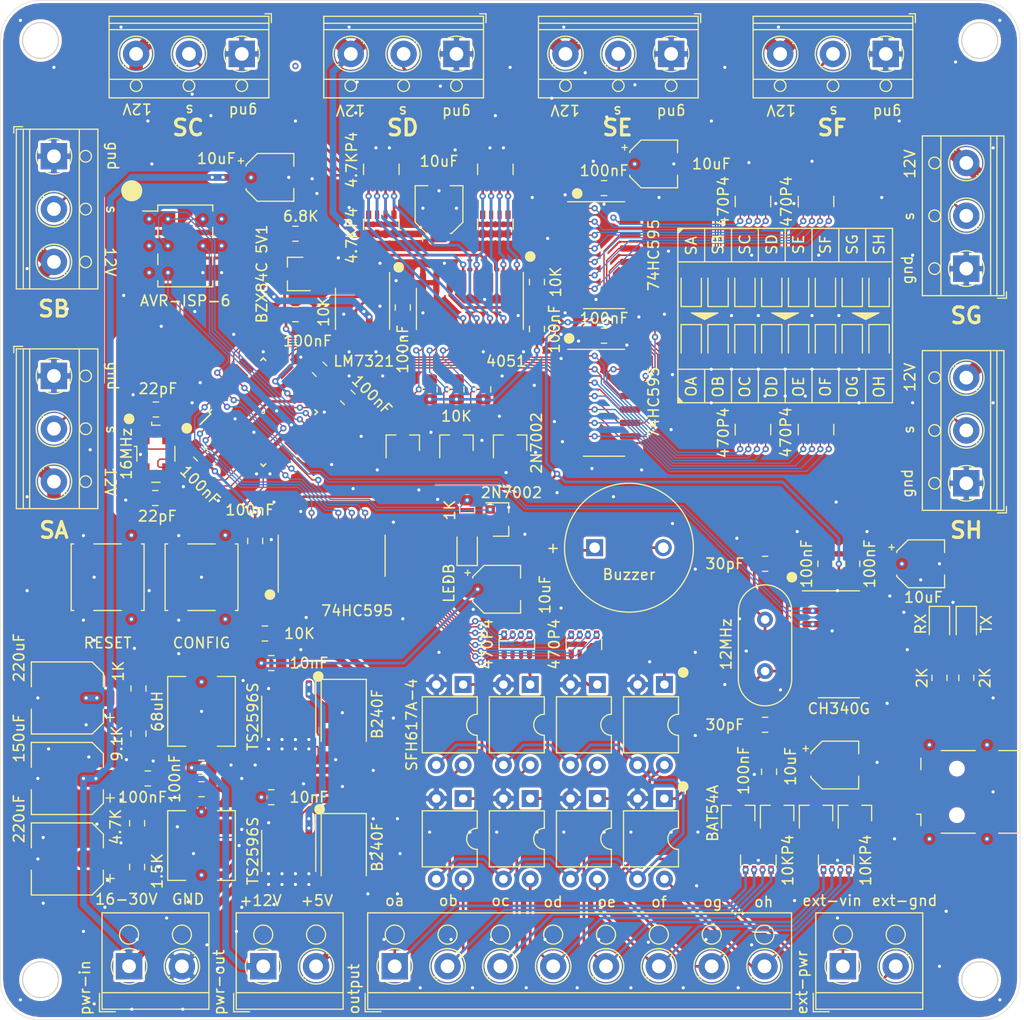
<source format=kicad_pcb>
(kicad_pcb (version 20171130) (host pcbnew "(5.1.8)-1")
  (layers (0 F.Cu signal) (31 B.Cu signal) (34 B.Paste user) (35 F.Paste user) (36 B.SilkS user) (37 F.SilkS user) (38 B.Mask user) (39 F.Mask user) (44 Edge.Cuts user))
  (net 0 "")
  (net 1 GND)
  (net 2 "Net-(C2-Pad2)")
  (net 3 +24V)
  (net 4 +12V)
  (net 5 +5V)
  (net 6 /ASIN)
  (net 7 /SA)
  (net 8 /SB)
  (net 9 /SC)
  (net 10 /SD)
  (net 11 /SE)
  (net 12 /SF)
  (net 13 /SG)
  (net 14 /SH)
  (net 15 /~RST)
  (net 16 /MOSI)
  (net 17 /SCK)
  (net 18 /MISO)
  (net 19 /OUT-SER)
  (net 20 /SSELC)
  (net 21 /SSELB)
  (net 22 /SSELA)
  (net 23 /OUT-RCLK)
  (net 24 /~OUT-SRCLR)
  (net 25 /OUT-SRCLK)
  (net 26 "Net-(R34-Pad1)")
  (net 27 "Net-(U5-Pad3)")
  (net 28 "Net-(D1-Pad2)")
  (net 29 "Net-(D2-Pad2)")
  (net 30 "Net-(D3-Pad2)")
  (net 31 "Net-(D4-Pad2)")
  (net 32 "Net-(D5-Pad2)")
  (net 33 "Net-(D6-Pad2)")
  (net 34 "Net-(D7-Pad2)")
  (net 35 "Net-(D8-Pad2)")
  (net 36 "Net-(D9-Pad2)")
  (net 37 "Net-(D10-Pad2)")
  (net 38 "Net-(D11-Pad2)")
  (net 39 "Net-(D12-Pad2)")
  (net 40 "Net-(D13-Pad2)")
  (net 41 "Net-(D14-Pad2)")
  (net 42 "Net-(D15-Pad2)")
  (net 43 "Net-(D16-Pad2)")
  (net 44 /OUT-A)
  (net 45 /OUT-B)
  (net 46 /OUT-C)
  (net 47 /OUT-D)
  (net 48 /OUT-E)
  (net 49 /OUT-F)
  (net 50 /OUT-G)
  (net 51 /OUT-H)
  (net 52 +5VD)
  (net 53 GNDD)
  (net 54 "Net-(C9-Pad1)")
  (net 55 "Net-(C11-Pad2)")
  (net 56 "Net-(C12-Pad2)")
  (net 57 "Net-(C13-Pad1)")
  (net 58 "Net-(D18-Pad2)")
  (net 59 /RX)
  (net 60 "Net-(D19-Pad2)")
  (net 61 /TX)
  (net 62 "Net-(J12-Pad6)")
  (net 63 "Net-(J12-Pad3)")
  (net 64 "Net-(J12-Pad2)")
  (net 65 "Net-(R68-Pad1)")
  (net 66 /SSELAH)
  (net 67 /SSELBH)
  (net 68 /SSELCH)
  (net 69 /DISP-SER)
  (net 70 /~DISP-OE)
  (net 71 /DISP-RCLK)
  (net 72 /DISP-SRCLK)
  (net 73 /~DISP-SRCLR)
  (net 74 /DISP-SER2)
  (net 75 "Net-(C15-Pad2)")
  (net 76 "Net-(C24-Pad2)")
  (net 77 "Net-(D20-Pad1)")
  (net 78 "Net-(D21-Pad1)")
  (net 79 "Net-(D22-Pad2)")
  (net 80 "Net-(R60-Pad1)")
  (net 81 "Net-(D23-Pad2)")
  (net 82 "Net-(D23-Pad1)")
  (net 83 "Net-(D24-Pad2)")
  (net 84 "Net-(D24-Pad1)")
  (net 85 "Net-(D25-Pad2)")
  (net 86 "Net-(D25-Pad1)")
  (net 87 "Net-(D26-Pad2)")
  (net 88 "Net-(D26-Pad1)")
  (net 89 /BB)
  (net 90 /BD)
  (net 91 /BF)
  (net 92 /BH)
  (net 93 /BA)
  (net 94 /BC)
  (net 95 /BE)
  (net 96 /BG)
  (net 97 "Net-(RN3-Pad6)")
  (net 98 "Net-(RN3-Pad5)")
  (net 99 "Net-(RN3-Pad8)")
  (net 100 "Net-(RN3-Pad7)")
  (net 101 "Net-(RN4-Pad6)")
  (net 102 "Net-(RN4-Pad5)")
  (net 103 "Net-(RN4-Pad8)")
  (net 104 "Net-(RN4-Pad7)")
  (net 105 "Net-(RN5-Pad6)")
  (net 106 "Net-(RN5-Pad5)")
  (net 107 "Net-(RN5-Pad8)")
  (net 108 "Net-(RN5-Pad7)")
  (net 109 "Net-(RN6-Pad6)")
  (net 110 "Net-(RN6-Pad5)")
  (net 111 "Net-(RN6-Pad8)")
  (net 112 "Net-(RN6-Pad7)")
  (net 113 /POC)
  (net 114 /POE)
  (net 115 /POA)
  (net 116 /POG)
  (net 117 /POD)
  (net 118 /POF)
  (net 119 /POB)
  (net 120 /POH)
  (net 121 "Net-(BZ1-Pad2)")
  (net 122 /TO)
  (net 123 "Net-(SW2-Pad2)")
  (net 124 "Net-(C1-Pad1)")
  (net 125 "Net-(J12-Pad4)")
  (net 126 "Net-(J12-Pad1)")
  (net 127 "Net-(U1-Pad6)")
  (net 128 "Net-(U1-Pad3)")
  (net 129 "Net-(U2-Pad9)")
  (net 130 "Net-(U3-Pad9)")
  (net 131 "Net-(U8-Pad1)")
  (net 132 "Net-(U8-Pad5)")
  (net 133 "Net-(U8-Pad8)")
  (net 134 "Net-(U18-Pad9)")
  (net 135 "Net-(U18-Pad10)")
  (net 136 "Net-(U18-Pad11)")
  (net 137 "Net-(U18-Pad12)")
  (net 138 "Net-(U18-Pad13)")
  (net 139 "Net-(U18-Pad14)")
  (net 140 "Net-(U18-Pad15)")
  (module Package_QFP:TQFP-32_7x7mm_P0.8mm (layer F.Cu) (at 200.152 -70.231 45)
    (fp_text reference U1 hide)
    (fp_text value ATmega328PB-AU hide)
    (pad 32 smd rect (at -2.8 -4.25 135) (size 1.6 0.5) (layers F.Cu F.Paste F.Mask) (net 19 /OUT-SER))
    (pad 31 smd rect (at -2 -4.25 135) (size 1.6 0.5) (layers F.Cu F.Paste F.Mask) (net 61 /TX))
    (pad 30 smd rect (at -1.2 -4.25 135) (size 1.6 0.5) (layers F.Cu F.Paste F.Mask) (net 59 /RX))
    (pad 29 smd rect (at -0.4 -4.25 135) (size 1.6 0.5) (layers F.Cu F.Paste F.Mask) (net 15 /~RST))
    (pad 28 smd rect (at 0.4 -4.25 135) (size 1.6 0.5) (layers F.Cu F.Paste F.Mask) (net 123 "Net-(SW2-Pad2)"))
    (pad 27 smd rect (at 1.2 -4.25 135) (size 1.6 0.5) (layers F.Cu F.Paste F.Mask) (net 69 /DISP-SER))
    (pad 26 smd rect (at 2 -4.25 135) (size 1.6 0.5) (layers F.Cu F.Paste F.Mask) (net 70 /~DISP-OE))
    (pad 25 smd rect (at 2.8 -4.25 135) (size 1.6 0.5) (layers F.Cu F.Paste F.Mask) (net 71 /DISP-RCLK))
    (pad 24 smd rect (at 4.25 -2.8 45) (size 1.6 0.5) (layers F.Cu F.Paste F.Mask) (net 72 /DISP-SRCLK))
    (pad 23 smd rect (at 4.25 -2 45) (size 1.6 0.5) (layers F.Cu F.Paste F.Mask) (net 73 /~DISP-SRCLR))
    (pad 22 smd rect (at 4.25 -1.2 45) (size 1.6 0.5) (layers F.Cu F.Paste F.Mask) (net 6 /ASIN))
    (pad 21 smd rect (at 4.25 -0.4 45) (size 1.6 0.5) (layers F.Cu F.Paste F.Mask) (net 1 GND))
    (pad 20 smd rect (at 4.25 0.4 45) (size 1.6 0.5) (layers F.Cu F.Paste F.Mask) (net 54 "Net-(C9-Pad1)"))
    (pad 19 smd rect (at 4.25 1.2 45) (size 1.6 0.5) (layers F.Cu F.Paste F.Mask) (net 6 /ASIN))
    (pad 18 smd rect (at 4.25 2 45) (size 1.6 0.5) (layers F.Cu F.Paste F.Mask) (net 5 +5V))
    (pad 17 smd rect (at 4.25 2.8 45) (size 1.6 0.5) (layers F.Cu F.Paste F.Mask) (net 17 /SCK))
    (pad 16 smd rect (at 2.8 4.25 135) (size 1.6 0.5) (layers F.Cu F.Paste F.Mask) (net 18 /MISO))
    (pad 15 smd rect (at 2 4.25 135) (size 1.6 0.5) (layers F.Cu F.Paste F.Mask) (net 16 /MOSI))
    (pad 14 smd rect (at 1.2 4.25 135) (size 1.6 0.5) (layers F.Cu F.Paste F.Mask) (net 20 /SSELC))
    (pad 13 smd rect (at 0.4 4.25 135) (size 1.6 0.5) (layers F.Cu F.Paste F.Mask) (net 21 /SSELB))
    (pad 12 smd rect (at -0.4 4.25 135) (size 1.6 0.5) (layers F.Cu F.Paste F.Mask) (net 22 /SSELA))
    (pad 11 smd rect (at -1.2 4.25 135) (size 1.6 0.5) (layers F.Cu F.Paste F.Mask) (net 80 "Net-(R60-Pad1)"))
    (pad 10 smd rect (at -2 4.25 135) (size 1.6 0.5) (layers F.Cu F.Paste F.Mask) (net 122 /TO))
    (pad 9 smd rect (at -2.8 4.25 135) (size 1.6 0.5) (layers F.Cu F.Paste F.Mask) (net 24 /~OUT-SRCLR))
    (pad 8 smd rect (at -4.25 2.8 45) (size 1.6 0.5) (layers F.Cu F.Paste F.Mask) (net 124 "Net-(C1-Pad1)"))
    (pad 7 smd rect (at -4.25 2 45) (size 1.6 0.5) (layers F.Cu F.Paste F.Mask) (net 2 "Net-(C2-Pad2)"))
    (pad 6 smd rect (at -4.25 1.2 45) (size 1.6 0.5) (layers F.Cu F.Paste F.Mask) (net 127 "Net-(U1-Pad6)"))
    (pad 5 smd rect (at -4.25 0.4 45) (size 1.6 0.5) (layers F.Cu F.Paste F.Mask) (net 1 GND))
    (pad 4 smd rect (at -4.25 -0.4 45) (size 1.6 0.5) (layers F.Cu F.Paste F.Mask) (net 5 +5V))
    (pad 3 smd rect (at -4.25 -1.2 45) (size 1.6 0.5) (layers F.Cu F.Paste F.Mask) (net 128 "Net-(U1-Pad3)"))
    (pad 2 smd rect (at -4.25 -2 45) (size 1.6 0.5) (layers F.Cu F.Paste F.Mask) (net 25 /OUT-SRCLK))
    (pad 1 smd rect (at -4.25 -2.8 45) (size 1.6 0.5) (layers F.Cu F.Paste F.Mask) (net 23 /OUT-RCLK))
  )
  (module Crystal:Crystal_SMD_EuroQuartz_MJ-4Pin_5.0x3.2mm (layer F.Cu) (at 189.992 -66.294 270)
    (fp_text reference Y1 hide)
    (fp_text value 16MHz (at 0 2.794 270) (layer F.SilkS))
    (pad 4 smd rect (at -1.85 -1.15 270) (size 1.9 1.1) (layers F.Cu F.Paste F.Mask) (net 1 GND))
    (pad 3 smd rect (at 1.85 -1.15 270) (size 1.9 1.1) (layers F.Cu F.Paste F.Mask) (net 124 "Net-(C1-Pad1)"))
    (pad 2 smd rect (at 1.85 1.15 270) (size 1.9 1.1) (layers F.Cu F.Paste F.Mask) (net 1 GND))
    (pad 1 smd rect (at -1.85 1.15 270) (size 1.9 1.1) (layers F.Cu F.Paste F.Mask) (net 2 "Net-(C2-Pad2)"))
  )
  (module Capacitor_SMD:C_0805_2012Metric (layer F.Cu) (at 208.153 -71.628 315)
    (fp_text reference C29 hide)
    (fp_text value 100nF (at -6.465784 -1.077631) (layer F.SilkS))
    (pad 2 smd roundrect (at 0.9375 0 315) (size 0.975 1.4) (layers F.Cu F.Paste F.Mask) (net 1 GND))
    (pad 1 smd roundrect (at -0.9375 0 315) (size 0.975 1.4) (layers F.Cu F.Paste F.Mask) (net 5 +5V))
  )
  (module Buzzer_Beeper:MagneticBuzzer_ProSignal_ABT-410-RC (layer F.Cu) (at 231.521 -57.404)
    (fp_text reference BZ1 hide)
    (fp_text value Buzzer (at 3.25 2.54) (layer F.SilkS))
    (fp_text user + (at -3.937 0) (layer F.SilkS))
    (pad 2 thru_hole circle (at 6.5 0) (size 1.6 1.6) (drill 1) (layers *.Cu *.Mask) (net 121 "Net-(BZ1-Pad2)"))
    (pad 1 thru_hole rect (at 0 0) (size 1.6 1.6) (drill 1) (layers *.Cu *.Mask) (net 4 +12V))
  )
  (module Resistor_SMD:R_Array_Convex_4x0603 (layer F.Cu) (at 230.505 -48.26 270)
    (fp_text reference RN12 hide)
    (fp_text value 470P4 (at 0 2.8 90) (layer F.SilkS))
    (pad 5 smd rect (at 0.9 1.2 270) (size 0.8 0.5) (layers F.Cu F.Paste F.Mask) (net 114 /POE))
    (pad 6 smd rect (at 0.9 0.4 270) (size 0.8 0.4) (layers F.Cu F.Paste F.Mask) (net 118 /POF))
    (pad 8 smd rect (at 0.9 -1.2 270) (size 0.8 0.5) (layers F.Cu F.Paste F.Mask) (net 120 /POH))
    (pad 7 smd rect (at 0.9 -0.4 270) (size 0.8 0.4) (layers F.Cu F.Paste F.Mask) (net 116 /POG))
    (pad 4 smd rect (at -0.9 1.2 270) (size 0.8 0.5) (layers F.Cu F.Paste F.Mask) (net 48 /OUT-E))
    (pad 2 smd rect (at -0.9 -0.4 270) (size 0.8 0.4) (layers F.Cu F.Paste F.Mask) (net 50 /OUT-G))
    (pad 3 smd rect (at -0.9 0.4 270) (size 0.8 0.4) (layers F.Cu F.Paste F.Mask) (net 49 /OUT-F))
    (pad 1 smd rect (at -0.9 -1.2 270) (size 0.8 0.5) (layers F.Cu F.Paste F.Mask) (net 51 /OUT-H))
  )
  (module Resistor_SMD:R_Array_Convex_4x0603 (layer F.Cu) (at 224.155 -48.26 270)
    (fp_text reference RN11 hide)
    (fp_text value 470P4 (at 0 2.8 90) (layer F.SilkS))
    (pad 5 smd rect (at 0.9 1.2 270) (size 0.8 0.5) (layers F.Cu F.Paste F.Mask) (net 115 /POA))
    (pad 6 smd rect (at 0.9 0.4 270) (size 0.8 0.4) (layers F.Cu F.Paste F.Mask) (net 119 /POB))
    (pad 8 smd rect (at 0.9 -1.2 270) (size 0.8 0.5) (layers F.Cu F.Paste F.Mask) (net 117 /POD))
    (pad 7 smd rect (at 0.9 -0.4 270) (size 0.8 0.4) (layers F.Cu F.Paste F.Mask) (net 113 /POC))
    (pad 4 smd rect (at -0.9 1.2 270) (size 0.8 0.5) (layers F.Cu F.Paste F.Mask) (net 44 /OUT-A))
    (pad 2 smd rect (at -0.9 -0.4 270) (size 0.8 0.4) (layers F.Cu F.Paste F.Mask) (net 46 /OUT-C))
    (pad 3 smd rect (at -0.9 0.4 270) (size 0.8 0.4) (layers F.Cu F.Paste F.Mask) (net 45 /OUT-B))
    (pad 1 smd rect (at -0.9 -1.2 270) (size 0.8 0.5) (layers F.Cu F.Paste F.Mask) (net 47 /OUT-D))
  )
  (module Resistor_SMD:R_Array_Convex_4x0603 (layer F.Cu) (at 222.123 -93.218 270)
    (fp_text reference RN10 hide)
    (fp_text value 4.7KP4 hide)
    (pad 5 smd rect (at 0.9 1.2 270) (size 0.8 0.5) (layers F.Cu F.Paste F.Mask) (net 11 /SE))
    (pad 6 smd rect (at 0.9 0.4 270) (size 0.8 0.4) (layers F.Cu F.Paste F.Mask) (net 12 /SF))
    (pad 8 smd rect (at 0.9 -1.2 270) (size 0.8 0.5) (layers F.Cu F.Paste F.Mask) (net 14 /SH))
    (pad 7 smd rect (at 0.9 -0.4 270) (size 0.8 0.4) (layers F.Cu F.Paste F.Mask) (net 13 /SG))
    (pad 4 smd rect (at -0.9 1.2 270) (size 0.8 0.5) (layers F.Cu F.Paste F.Mask) (net 1 GND))
    (pad 2 smd rect (at -0.9 -0.4 270) (size 0.8 0.4) (layers F.Cu F.Paste F.Mask) (net 1 GND))
    (pad 3 smd rect (at -0.9 0.4 270) (size 0.8 0.4) (layers F.Cu F.Paste F.Mask) (net 1 GND))
    (pad 1 smd rect (at -0.9 -1.2 270) (size 0.8 0.5) (layers F.Cu F.Paste F.Mask) (net 1 GND))
  )
  (module Resistor_SMD:R_Array_Convex_4x0603 (layer F.Cu) (at 222.123 -88.011 270)
    (fp_text reference RN9 hide)
    (fp_text value 4.7KP4 hide)
    (pad 5 smd rect (at 0.9 1.2 270) (size 0.8 0.5) (layers F.Cu F.Paste F.Mask) (net 4 +12V))
    (pad 6 smd rect (at 0.9 0.4 270) (size 0.8 0.4) (layers F.Cu F.Paste F.Mask) (net 4 +12V))
    (pad 8 smd rect (at 0.9 -1.2 270) (size 0.8 0.5) (layers F.Cu F.Paste F.Mask) (net 4 +12V))
    (pad 7 smd rect (at 0.9 -0.4 270) (size 0.8 0.4) (layers F.Cu F.Paste F.Mask) (net 4 +12V))
    (pad 4 smd rect (at -0.9 1.2 270) (size 0.8 0.5) (layers F.Cu F.Paste F.Mask) (net 11 /SE))
    (pad 2 smd rect (at -0.9 -0.4 270) (size 0.8 0.4) (layers F.Cu F.Paste F.Mask) (net 13 /SG))
    (pad 3 smd rect (at -0.9 0.4 270) (size 0.8 0.4) (layers F.Cu F.Paste F.Mask) (net 12 /SF))
    (pad 1 smd rect (at -0.9 -1.2 270) (size 0.8 0.5) (layers F.Cu F.Paste F.Mask) (net 14 /SH))
  )
  (module Resistor_SMD:R_Array_Convex_4x0603 (layer F.Cu) (at 211.328 -93.218 270)
    (fp_text reference RN8 hide)
    (fp_text value 4.7KP4 (at -0.889 2.8 90) (layer F.SilkS))
    (pad 5 smd rect (at 0.9 1.2 270) (size 0.8 0.5) (layers F.Cu F.Paste F.Mask) (net 7 /SA))
    (pad 6 smd rect (at 0.9 0.4 270) (size 0.8 0.4) (layers F.Cu F.Paste F.Mask) (net 8 /SB))
    (pad 8 smd rect (at 0.9 -1.2 270) (size 0.8 0.5) (layers F.Cu F.Paste F.Mask) (net 10 /SD))
    (pad 7 smd rect (at 0.9 -0.4 270) (size 0.8 0.4) (layers F.Cu F.Paste F.Mask) (net 9 /SC))
    (pad 4 smd rect (at -0.9 1.2 270) (size 0.8 0.5) (layers F.Cu F.Paste F.Mask) (net 1 GND))
    (pad 2 smd rect (at -0.9 -0.4 270) (size 0.8 0.4) (layers F.Cu F.Paste F.Mask) (net 1 GND))
    (pad 3 smd rect (at -0.9 0.4 270) (size 0.8 0.4) (layers F.Cu F.Paste F.Mask) (net 1 GND))
    (pad 1 smd rect (at -0.9 -1.2 270) (size 0.8 0.5) (layers F.Cu F.Paste F.Mask) (net 1 GND))
  )
  (module Resistor_SMD:R_Array_Convex_4x0603 (layer F.Cu) (at 211.328 -88.011 270)
    (fp_text reference RN7 hide)
    (fp_text value 4.7KP4 (at 1.0795 2.8 90) (layer F.SilkS))
    (pad 5 smd rect (at 0.9 1.2 270) (size 0.8 0.5) (layers F.Cu F.Paste F.Mask) (net 4 +12V))
    (pad 6 smd rect (at 0.9 0.4 270) (size 0.8 0.4) (layers F.Cu F.Paste F.Mask) (net 4 +12V))
    (pad 8 smd rect (at 0.9 -1.2 270) (size 0.8 0.5) (layers F.Cu F.Paste F.Mask) (net 4 +12V))
    (pad 7 smd rect (at 0.9 -0.4 270) (size 0.8 0.4) (layers F.Cu F.Paste F.Mask) (net 4 +12V))
    (pad 4 smd rect (at -0.9 1.2 270) (size 0.8 0.5) (layers F.Cu F.Paste F.Mask) (net 7 /SA))
    (pad 2 smd rect (at -0.9 -0.4 270) (size 0.8 0.4) (layers F.Cu F.Paste F.Mask) (net 9 /SC))
    (pad 3 smd rect (at -0.9 0.4 270) (size 0.8 0.4) (layers F.Cu F.Paste F.Mask) (net 8 /SB))
    (pad 1 smd rect (at -0.9 -1.2 270) (size 0.8 0.5) (layers F.Cu F.Paste F.Mask) (net 10 /SD))
  )
  (module Resistor_SMD:R_Array_Convex_4x0603 (layer F.Cu) (at 252.476 -68.58 270)
    (fp_text reference RN6 hide)
    (fp_text value 470P4 (at 0.254 2.8575 90) (layer F.SilkS))
    (pad 5 smd rect (at 0.9 1.2 270) (size 0.8 0.5) (layers F.Cu F.Paste F.Mask) (net 110 "Net-(RN6-Pad5)"))
    (pad 6 smd rect (at 0.9 0.4 270) (size 0.8 0.4) (layers F.Cu F.Paste F.Mask) (net 109 "Net-(RN6-Pad6)"))
    (pad 8 smd rect (at 0.9 -1.2 270) (size 0.8 0.5) (layers F.Cu F.Paste F.Mask) (net 111 "Net-(RN6-Pad8)"))
    (pad 7 smd rect (at 0.9 -0.4 270) (size 0.8 0.4) (layers F.Cu F.Paste F.Mask) (net 112 "Net-(RN6-Pad7)"))
    (pad 4 smd rect (at -0.9 1.2 270) (size 0.8 0.5) (layers F.Cu F.Paste F.Mask) (net 32 "Net-(D5-Pad2)"))
    (pad 2 smd rect (at -0.9 -0.4 270) (size 0.8 0.4) (layers F.Cu F.Paste F.Mask) (net 34 "Net-(D7-Pad2)"))
    (pad 3 smd rect (at -0.9 0.4 270) (size 0.8 0.4) (layers F.Cu F.Paste F.Mask) (net 33 "Net-(D6-Pad2)"))
    (pad 1 smd rect (at -0.9 -1.2 270) (size 0.8 0.5) (layers F.Cu F.Paste F.Mask) (net 35 "Net-(D8-Pad2)"))
  )
  (module Resistor_SMD:R_Array_Convex_4x0603 (layer F.Cu) (at 246.507 -68.58 270)
    (fp_text reference RN5 hide)
    (fp_text value 470P4 (at 0.3175 2.8 90) (layer F.SilkS))
    (pad 5 smd rect (at 0.9 1.2 270) (size 0.8 0.5) (layers F.Cu F.Paste F.Mask) (net 106 "Net-(RN5-Pad5)"))
    (pad 6 smd rect (at 0.9 0.4 270) (size 0.8 0.4) (layers F.Cu F.Paste F.Mask) (net 105 "Net-(RN5-Pad6)"))
    (pad 8 smd rect (at 0.9 -1.2 270) (size 0.8 0.5) (layers F.Cu F.Paste F.Mask) (net 107 "Net-(RN5-Pad8)"))
    (pad 7 smd rect (at 0.9 -0.4 270) (size 0.8 0.4) (layers F.Cu F.Paste F.Mask) (net 108 "Net-(RN5-Pad7)"))
    (pad 4 smd rect (at -0.9 1.2 270) (size 0.8 0.5) (layers F.Cu F.Paste F.Mask) (net 28 "Net-(D1-Pad2)"))
    (pad 2 smd rect (at -0.9 -0.4 270) (size 0.8 0.4) (layers F.Cu F.Paste F.Mask) (net 30 "Net-(D3-Pad2)"))
    (pad 3 smd rect (at -0.9 0.4 270) (size 0.8 0.4) (layers F.Cu F.Paste F.Mask) (net 29 "Net-(D2-Pad2)"))
    (pad 1 smd rect (at -0.9 -1.2 270) (size 0.8 0.5) (layers F.Cu F.Paste F.Mask) (net 31 "Net-(D4-Pad2)"))
  )
  (module Resistor_SMD:R_Array_Convex_4x0603 (layer F.Cu) (at 252.476 -90.17 270)
    (fp_text reference RN4 hide)
    (fp_text value 470P4 (at 0 2.8 90) (layer F.SilkS))
    (pad 5 smd rect (at 0.9 1.2 270) (size 0.8 0.5) (layers F.Cu F.Paste F.Mask) (net 102 "Net-(RN4-Pad5)"))
    (pad 6 smd rect (at 0.9 0.4 270) (size 0.8 0.4) (layers F.Cu F.Paste F.Mask) (net 101 "Net-(RN4-Pad6)"))
    (pad 8 smd rect (at 0.9 -1.2 270) (size 0.8 0.5) (layers F.Cu F.Paste F.Mask) (net 103 "Net-(RN4-Pad8)"))
    (pad 7 smd rect (at 0.9 -0.4 270) (size 0.8 0.4) (layers F.Cu F.Paste F.Mask) (net 104 "Net-(RN4-Pad7)"))
    (pad 4 smd rect (at -0.9 1.2 270) (size 0.8 0.5) (layers F.Cu F.Paste F.Mask) (net 40 "Net-(D13-Pad2)"))
    (pad 2 smd rect (at -0.9 -0.4 270) (size 0.8 0.4) (layers F.Cu F.Paste F.Mask) (net 42 "Net-(D15-Pad2)"))
    (pad 3 smd rect (at -0.9 0.4 270) (size 0.8 0.4) (layers F.Cu F.Paste F.Mask) (net 41 "Net-(D14-Pad2)"))
    (pad 1 smd rect (at -0.9 -1.2 270) (size 0.8 0.5) (layers F.Cu F.Paste F.Mask) (net 43 "Net-(D16-Pad2)"))
  )
  (module Resistor_SMD:R_Array_Convex_4x0603 (layer F.Cu) (at 246.507 -90.17 270)
    (fp_text reference RN3 hide)
    (fp_text value 470P4 (at 0 2.8 90) (layer F.SilkS))
    (pad 5 smd rect (at 0.9 1.2 270) (size 0.8 0.5) (layers F.Cu F.Paste F.Mask) (net 98 "Net-(RN3-Pad5)"))
    (pad 6 smd rect (at 0.9 0.4 270) (size 0.8 0.4) (layers F.Cu F.Paste F.Mask) (net 97 "Net-(RN3-Pad6)"))
    (pad 8 smd rect (at 0.9 -1.2 270) (size 0.8 0.5) (layers F.Cu F.Paste F.Mask) (net 99 "Net-(RN3-Pad8)"))
    (pad 7 smd rect (at 0.9 -0.4 270) (size 0.8 0.4) (layers F.Cu F.Paste F.Mask) (net 100 "Net-(RN3-Pad7)"))
    (pad 4 smd rect (at -0.9 1.2 270) (size 0.8 0.5) (layers F.Cu F.Paste F.Mask) (net 36 "Net-(D9-Pad2)"))
    (pad 2 smd rect (at -0.9 -0.4 270) (size 0.8 0.4) (layers F.Cu F.Paste F.Mask) (net 38 "Net-(D11-Pad2)"))
    (pad 3 smd rect (at -0.9 0.4 270) (size 0.8 0.4) (layers F.Cu F.Paste F.Mask) (net 37 "Net-(D10-Pad2)"))
    (pad 1 smd rect (at -0.9 -1.2 270) (size 0.8 0.5) (layers F.Cu F.Paste F.Mask) (net 39 "Net-(D12-Pad2)"))
  )
  (module Resistor_SMD:R_Array_Convex_4x0603 (layer F.Cu) (at 254.381 -27.813 90)
    (fp_text reference RN2 hide)
    (fp_text value 10KP4 (at 0 2.8 90) (layer F.SilkS))
    (pad 5 smd rect (at 0.9 1.2 90) (size 0.8 0.5) (layers F.Cu F.Paste F.Mask) (net 85 "Net-(D25-Pad2)"))
    (pad 6 smd rect (at 0.9 0.4 90) (size 0.8 0.4) (layers F.Cu F.Paste F.Mask) (net 86 "Net-(D25-Pad1)"))
    (pad 8 smd rect (at 0.9 -1.2 90) (size 0.8 0.5) (layers F.Cu F.Paste F.Mask) (net 88 "Net-(D26-Pad1)"))
    (pad 7 smd rect (at 0.9 -0.4 90) (size 0.8 0.4) (layers F.Cu F.Paste F.Mask) (net 87 "Net-(D26-Pad2)"))
    (pad 4 smd rect (at -0.9 1.2 90) (size 0.8 0.5) (layers F.Cu F.Paste F.Mask) (net 92 /BH))
    (pad 2 smd rect (at -0.9 -0.4 90) (size 0.8 0.4) (layers F.Cu F.Paste F.Mask) (net 91 /BF))
    (pad 3 smd rect (at -0.9 0.4 90) (size 0.8 0.4) (layers F.Cu F.Paste F.Mask) (net 96 /BG))
    (pad 1 smd rect (at -0.9 -1.2 90) (size 0.8 0.5) (layers F.Cu F.Paste F.Mask) (net 95 /BE))
  )
  (module Resistor_SMD:R_Array_Convex_4x0603 (layer F.Cu) (at 247.015 -27.813 90)
    (fp_text reference RN1 hide)
    (fp_text value 10KP4 (at 0 2.8 90) (layer F.SilkS))
    (pad 5 smd rect (at 0.9 1.2 90) (size 0.8 0.5) (layers F.Cu F.Paste F.Mask) (net 83 "Net-(D24-Pad2)"))
    (pad 6 smd rect (at 0.9 0.4 90) (size 0.8 0.4) (layers F.Cu F.Paste F.Mask) (net 84 "Net-(D24-Pad1)"))
    (pad 8 smd rect (at 0.9 -1.2 90) (size 0.8 0.5) (layers F.Cu F.Paste F.Mask) (net 82 "Net-(D23-Pad1)"))
    (pad 7 smd rect (at 0.9 -0.4 90) (size 0.8 0.4) (layers F.Cu F.Paste F.Mask) (net 81 "Net-(D23-Pad2)"))
    (pad 4 smd rect (at -0.9 1.2 90) (size 0.8 0.5) (layers F.Cu F.Paste F.Mask) (net 90 /BD))
    (pad 2 smd rect (at -0.9 -0.4 90) (size 0.8 0.4) (layers F.Cu F.Paste F.Mask) (net 89 /BB))
    (pad 3 smd rect (at -0.9 0.4 90) (size 0.8 0.4) (layers F.Cu F.Paste F.Mask) (net 94 /BC))
    (pad 1 smd rect (at -0.9 -1.2 90) (size 0.8 0.5) (layers F.Cu F.Paste F.Mask) (net 93 /BA))
  )
  (module Diode_SMD:D_0805_2012Metric (layer F.Cu) (at 240.665 -76.835 270)
    (fp_text reference D1 hide)
    (fp_text value LEDO)
    (pad 2 smd roundrect (at 0.9375 0 270) (size 0.975 1.4) (layers F.Cu F.Paste F.Mask) (net 28 "Net-(D1-Pad2)"))
    (pad 1 smd roundrect (at -0.9375 0 270) (size 0.975 1.4) (layers F.Cu F.Paste F.Mask) (net 1 GND))
  )
  (module Capacitor_SMD:CP_Elec_4x5.4 (layer F.Cu) (at 222.25 -53.467)
    (fp_text reference C28 hide)
    (fp_text value 10uF (at 4.572 0.508 90) (layer F.SilkS))
    (pad 2 smd roundrect (at 1.8 0) (size 2.6 1.6) (layers F.Cu F.Paste F.Mask) (roundrect_rratio 0.15625) (net 1 GND))
    (pad 1 smd roundrect (at -1.8 0) (size 2.6 1.6) (layers F.Cu F.Paste F.Mask) (roundrect_rratio 0.15625) (net 4 +12V))
  )
  (module Package_TO_SOT_SMD:SOT-23 (layer F.Cu) (at 222.631 -60.071)
    (fp_text reference Q1 hide)
    (fp_text value 2N7002 (at 1.016 -2.54) (layer F.SilkS))
    (pad 3 smd rect (at 1 0) (size 0.9 0.8) (layers F.Cu F.Paste F.Mask) (net 121 "Net-(BZ1-Pad2)"))
    (pad 2 smd rect (at -1 0.95) (size 0.9 0.8) (layers F.Cu F.Paste F.Mask) (net 1 GND))
    (pad 1 smd rect (at -1 -0.95) (size 0.9 0.8) (layers F.Cu F.Paste F.Mask) (net 122 /TO))
  )
  (module Package_DIP:DIP-4_W7.62mm (layer F.Cu) (at 238.125 -33.655 270)
    (fp_text reference U16 hide)
    (fp_text value SFH617A-4)
    (pad 4 thru_hole oval (at 7.62 0 270) (size 1.6 1.6) (drill 0.8) (layers *.Cu *.Mask) (net 92 /BH))
    (pad 2 thru_hole oval (at 0 2.54 270) (size 1.6 1.6) (drill 0.8) (layers *.Cu *.Mask) (net 1 GND))
    (pad 3 thru_hole oval (at 7.62 2.54 270) (size 1.6 1.6) (drill 0.8) (layers *.Cu *.Mask) (net 53 GNDD))
    (pad 1 thru_hole rect (at 0 0 270) (size 1.6 1.6) (drill 0.8) (layers *.Cu *.Mask) (net 120 /POH))
  )
  (module Package_DIP:DIP-4_W7.62mm (layer F.Cu) (at 238.125 -44.45 270)
    (fp_text reference U15 hide)
    (fp_text value SFH617A-4)
    (pad 4 thru_hole oval (at 7.62 0 270) (size 1.6 1.6) (drill 0.8) (layers *.Cu *.Mask) (net 96 /BG))
    (pad 2 thru_hole oval (at 0 2.54 270) (size 1.6 1.6) (drill 0.8) (layers *.Cu *.Mask) (net 1 GND))
    (pad 3 thru_hole oval (at 7.62 2.54 270) (size 1.6 1.6) (drill 0.8) (layers *.Cu *.Mask) (net 53 GNDD))
    (pad 1 thru_hole rect (at 0 0 270) (size 1.6 1.6) (drill 0.8) (layers *.Cu *.Mask) (net 116 /POG))
  )
  (module Package_DIP:DIP-4_W7.62mm (layer F.Cu) (at 231.775 -33.655 270)
    (fp_text reference U14 hide)
    (fp_text value SFH617A-4)
    (pad 4 thru_hole oval (at 7.62 0 270) (size 1.6 1.6) (drill 0.8) (layers *.Cu *.Mask) (net 91 /BF))
    (pad 2 thru_hole oval (at 0 2.54 270) (size 1.6 1.6) (drill 0.8) (layers *.Cu *.Mask) (net 1 GND))
    (pad 3 thru_hole oval (at 7.62 2.54 270) (size 1.6 1.6) (drill 0.8) (layers *.Cu *.Mask) (net 53 GNDD))
    (pad 1 thru_hole rect (at 0 0 270) (size 1.6 1.6) (drill 0.8) (layers *.Cu *.Mask) (net 118 /POF))
  )
  (module Package_DIP:DIP-4_W7.62mm (layer F.Cu) (at 231.775 -44.45 270)
    (fp_text reference U13 hide)
    (fp_text value SFH617A-4)
    (pad 4 thru_hole oval (at 7.62 0 270) (size 1.6 1.6) (drill 0.8) (layers *.Cu *.Mask) (net 95 /BE))
    (pad 2 thru_hole oval (at 0 2.54 270) (size 1.6 1.6) (drill 0.8) (layers *.Cu *.Mask) (net 1 GND))
    (pad 3 thru_hole oval (at 7.62 2.54 270) (size 1.6 1.6) (drill 0.8) (layers *.Cu *.Mask) (net 53 GNDD))
    (pad 1 thru_hole rect (at 0 0 270) (size 1.6 1.6) (drill 0.8) (layers *.Cu *.Mask) (net 114 /POE))
  )
  (module Package_DIP:DIP-4_W7.62mm (layer F.Cu) (at 225.425 -33.655 270)
    (fp_text reference U12 hide)
    (fp_text value SFH617A-4)
    (pad 4 thru_hole oval (at 7.62 0 270) (size 1.6 1.6) (drill 0.8) (layers *.Cu *.Mask) (net 90 /BD))
    (pad 2 thru_hole oval (at 0 2.54 270) (size 1.6 1.6) (drill 0.8) (layers *.Cu *.Mask) (net 1 GND))
    (pad 3 thru_hole oval (at 7.62 2.54 270) (size 1.6 1.6) (drill 0.8) (layers *.Cu *.Mask) (net 53 GNDD))
    (pad 1 thru_hole rect (at 0 0 270) (size 1.6 1.6) (drill 0.8) (layers *.Cu *.Mask) (net 117 /POD))
  )
  (module Package_DIP:DIP-4_W7.62mm (layer F.Cu) (at 225.425 -44.45 270)
    (fp_text reference U11 hide)
    (fp_text value SFH617A-4)
    (pad 4 thru_hole oval (at 7.62 0 270) (size 1.6 1.6) (drill 0.8) (layers *.Cu *.Mask) (net 94 /BC))
    (pad 2 thru_hole oval (at 0 2.54 270) (size 1.6 1.6) (drill 0.8) (layers *.Cu *.Mask) (net 1 GND))
    (pad 3 thru_hole oval (at 7.62 2.54 270) (size 1.6 1.6) (drill 0.8) (layers *.Cu *.Mask) (net 53 GNDD))
    (pad 1 thru_hole rect (at 0 0 270) (size 1.6 1.6) (drill 0.8) (layers *.Cu *.Mask) (net 113 /POC))
  )
  (module Package_DIP:DIP-4_W7.62mm (layer F.Cu) (at 219.075 -33.655 270)
    (fp_text reference U10 hide)
    (fp_text value SFH617A-4)
    (pad 4 thru_hole oval (at 7.62 0 270) (size 1.6 1.6) (drill 0.8) (layers *.Cu *.Mask) (net 89 /BB))
    (pad 2 thru_hole oval (at 0 2.54 270) (size 1.6 1.6) (drill 0.8) (layers *.Cu *.Mask) (net 1 GND))
    (pad 3 thru_hole oval (at 7.62 2.54 270) (size 1.6 1.6) (drill 0.8) (layers *.Cu *.Mask) (net 53 GNDD))
    (pad 1 thru_hole rect (at 0 0 270) (size 1.6 1.6) (drill 0.8) (layers *.Cu *.Mask) (net 119 /POB))
  )
  (module Package_DIP:DIP-4_W7.62mm (layer F.Cu) (at 219.075 -44.45 270)
    (fp_text reference U9 hide)
    (fp_text value SFH617A-4 (at 3.81 4.87 90) (layer F.SilkS))
    (pad 4 thru_hole oval (at 7.62 0 270) (size 1.6 1.6) (drill 0.8) (layers *.Cu *.Mask) (net 93 /BA))
    (pad 2 thru_hole oval (at 0 2.54 270) (size 1.6 1.6) (drill 0.8) (layers *.Cu *.Mask) (net 1 GND))
    (pad 3 thru_hole oval (at 7.62 2.54 270) (size 1.6 1.6) (drill 0.8) (layers *.Cu *.Mask) (net 53 GNDD))
    (pad 1 thru_hole rect (at 0 0 270) (size 1.6 1.6) (drill 0.8) (layers *.Cu *.Mask) (net 115 /POA))
  )
  (module Connector_USB:USB_Mini-B_Lumberg_2486_01_Horizontal (layer F.Cu) (at 265.811 -34.29 90)
    (fp_text reference J12 hide)
    (fp_text value USB_B_Mini hide)
    (pad "" np_thru_hole circle (at 2.2 0 90) (size 1 1) (drill 1) (layers *.Cu *.Mask))
    (pad "" np_thru_hole circle (at -2.2 0 90) (size 1 1) (drill 1) (layers *.Cu *.Mask))
    (pad 6 smd rect (at 4.45 2.85 90) (size 2 1.7) (layers F.Cu F.Paste F.Mask) (net 62 "Net-(J12-Pad6)"))
    (pad 6 smd rect (at 4.45 -2.6 90) (size 2 1.7) (layers F.Cu F.Paste F.Mask) (net 62 "Net-(J12-Pad6)"))
    (pad 6 smd rect (at -4.45 2.85 90) (size 2 1.7) (layers F.Cu F.Paste F.Mask) (net 62 "Net-(J12-Pad6)"))
    (pad 6 smd rect (at -4.45 -2.6 90) (size 2 1.7) (layers F.Cu F.Paste F.Mask) (net 62 "Net-(J12-Pad6)"))
    (pad 5 smd rect (at 1.6 -2.7 90) (size 0.5 2) (layers F.Cu F.Paste F.Mask) (net 1 GND))
    (pad 4 smd rect (at 0.8 -2.7 90) (size 0.5 2) (layers F.Cu F.Paste F.Mask) (net 125 "Net-(J12-Pad4)"))
    (pad 3 smd rect (at 0 -2.7 90) (size 0.5 2) (layers F.Cu F.Paste F.Mask) (net 63 "Net-(J12-Pad3)"))
    (pad 2 smd rect (at -0.8 -2.7 90) (size 0.5 2) (layers F.Cu F.Paste F.Mask) (net 64 "Net-(J12-Pad2)"))
    (pad 1 smd rect (at -1.6 -2.7 90) (size 0.5 2) (layers F.Cu F.Paste F.Mask) (net 126 "Net-(J12-Pad1)"))
  )
  (module Capacitor_SMD:CP_Elec_4x5.4 (layer F.Cu) (at 216.789 -89.408 90)
    (fp_text reference C27 hide)
    (fp_text value 10uF (at 4.572 0 180) (layer F.SilkS))
    (pad 2 smd roundrect (at 1.8 0 90) (size 2.6 1.6) (layers F.Cu F.Paste F.Mask) (roundrect_rratio 0.15625) (net 1 GND))
    (pad 1 smd roundrect (at -1.8 0 90) (size 2.6 1.6) (layers F.Cu F.Paste F.Mask) (roundrect_rratio 0.15625) (net 4 +12V))
  )
  (module Package_TO_SOT_SMD:SOT-23 (layer F.Cu) (at 252.476 -32.258 90)
    (fp_text reference D26 hide)
    (fp_text value BAT54A)
    (pad 3 smd rect (at 1 0 90) (size 0.9 0.8) (layers F.Cu F.Paste F.Mask) (net 52 +5VD))
    (pad 2 smd rect (at -1 0.95 90) (size 0.9 0.8) (layers F.Cu F.Paste F.Mask) (net 87 "Net-(D26-Pad2)"))
    (pad 1 smd rect (at -1 -0.95 90) (size 0.9 0.8) (layers F.Cu F.Paste F.Mask) (net 88 "Net-(D26-Pad1)"))
  )
  (module Package_TO_SOT_SMD:SOT-23 (layer F.Cu) (at 256.159 -32.258 90)
    (fp_text reference D25 hide)
    (fp_text value BAT54A)
    (pad 3 smd rect (at 1 0 90) (size 0.9 0.8) (layers F.Cu F.Paste F.Mask) (net 52 +5VD))
    (pad 2 smd rect (at -1 0.95 90) (size 0.9 0.8) (layers F.Cu F.Paste F.Mask) (net 85 "Net-(D25-Pad2)"))
    (pad 1 smd rect (at -1 -0.95 90) (size 0.9 0.8) (layers F.Cu F.Paste F.Mask) (net 86 "Net-(D25-Pad1)"))
  )
  (module Package_TO_SOT_SMD:SOT-23 (layer F.Cu) (at 248.793 -32.258 90)
    (fp_text reference D24 hide)
    (fp_text value BAT54A)
    (pad 1 smd rect (at -1 -0.95 90) (size 0.9 0.8) (layers F.Cu F.Paste F.Mask) (net 84 "Net-(D24-Pad1)"))
    (pad 2 smd rect (at -1 0.95 90) (size 0.9 0.8) (layers F.Cu F.Paste F.Mask) (net 83 "Net-(D24-Pad2)"))
    (pad 3 smd rect (at 1 0 90) (size 0.9 0.8) (layers F.Cu F.Paste F.Mask) (net 52 +5VD))
  )
  (module Package_TO_SOT_SMD:SOT-23 (layer F.Cu) (at 245.11 -32.258 90)
    (fp_text reference D23 hide)
    (fp_text value BAT54A (at 0 -2.413 90) (layer F.SilkS))
    (pad 1 smd rect (at -1 -0.95 90) (size 0.9 0.8) (layers F.Cu F.Paste F.Mask) (net 82 "Net-(D23-Pad1)"))
    (pad 2 smd rect (at -1 0.95 90) (size 0.9 0.8) (layers F.Cu F.Paste F.Mask) (net 81 "Net-(D23-Pad2)"))
    (pad 3 smd rect (at 1 0 90) (size 0.9 0.8) (layers F.Cu F.Paste F.Mask) (net 52 +5VD))
  )
  (module Capacitor_SMD:C_0805_2012Metric (layer F.Cu) (at 248.031 -36.195 90)
    (fp_text reference C26 hide)
    (fp_text value 100nF (at 0.127 -2.413 90) (layer F.SilkS))
    (pad 2 smd roundrect (at 0.9375 0 90) (size 0.975 1.4) (layers F.Cu F.Paste F.Mask) (net 1 GND))
    (pad 1 smd roundrect (at -0.9375 0 90) (size 0.975 1.4) (layers F.Cu F.Paste F.Mask) (net 52 +5VD))
  )
  (module Diode_SMD:D_0805_2012Metric (layer F.Cu) (at 219.456 -57.404 90)
    (fp_text reference D22 hide)
    (fp_text value LEDB (at -3.3528 -1.7272 90) (layer F.SilkS))
    (pad 2 smd roundrect (at 0.9375 0 90) (size 0.975 1.4) (layers F.Cu F.Paste F.Mask) (net 79 "Net-(D22-Pad2)"))
    (pad 1 smd roundrect (at -0.9375 0 90) (size 0.975 1.4) (layers F.Cu F.Paste F.Mask) (net 1 GND))
  )
  (module Capacitor_SMD:CP_Elec_4x5.4 (layer F.Cu) (at 254.254 -36.83)
    (fp_text reference C25 hide)
    (fp_text value 10uF (at -4.191 0.127 90) (layer F.SilkS))
    (pad 1 smd roundrect (at -1.8 0) (size 2.6 1.6) (layers F.Cu F.Paste F.Mask) (roundrect_rratio 0.15625) (net 52 +5VD))
    (pad 2 smd roundrect (at 1.8 0) (size 2.6 1.6) (layers F.Cu F.Paste F.Mask) (roundrect_rratio 0.15625) (net 1 GND))
  )
  (module Resistor_SMD:R_0805_2012Metric (layer F.Cu) (at 219.456 -60.96 270)
    (fp_text reference R60 hide)
    (fp_text value 1K (at 0 1.65 90) (layer F.SilkS))
    (pad 2 smd roundrect (at 0.9375 0 270) (size 0.975 1.4) (layers F.Cu F.Paste F.Mask) (net 79 "Net-(D22-Pad2)"))
    (pad 1 smd roundrect (at -0.9375 0 270) (size 0.975 1.4) (layers F.Cu F.Paste F.Mask) (net 80 "Net-(R60-Pad1)"))
  )
  (module Inductor_SMD:L_6.3x6.3_H3 (layer F.Cu) (at 194.31 -41.91 270)
    (fp_text reference L2 hide)
    (fp_text value 68uH (at 0 4.191 90) (layer F.SilkS))
    (pad 2 smd rect (at 2.75 0 270) (size 1.5 2.4) (layers F.Cu F.Paste F.Mask) (net 4 +12V))
    (pad 1 smd rect (at -2.75 0 270) (size 1.5 2.4) (layers F.Cu F.Paste F.Mask) (net 78 "Net-(D21-Pad1)"))
  )
  (module Inductor_SMD:L_6.3x6.3_H3 (layer F.Cu) (at 194.31 -29.21 90)
    (fp_text reference L1 hide)
    (fp_text value 68uH hide)
    (pad 2 smd rect (at 2.75 0 90) (size 1.5 2.4) (layers F.Cu F.Paste F.Mask) (net 5 +5V))
    (pad 1 smd rect (at -2.75 0 90) (size 1.5 2.4) (layers F.Cu F.Paste F.Mask) (net 77 "Net-(D20-Pad1)"))
  )
  (module TerminalBlock_RND:TerminalBlock_RND_205-00001_1x02_P5.00mm_Horizontal (layer F.Cu) (at 200.152 -17.78)
    (fp_text reference J14 hide)
    (fp_text value 2PT hide)
    (pad 2 thru_hole circle (at 5 0) (size 2.5 2.5) (drill 1.3) (layers *.Cu *.Mask) (net 5 +5V))
    (pad 1 thru_hole rect (at 0 0) (size 2.5 2.5) (drill 1.3) (layers *.Cu *.Mask) (net 4 +12V))
  )
  (module Capacitor_SMD:CP_Elec_4x5.4 (layer F.Cu) (at 237.109 -93.726)
    (fp_text reference C5 hide)
    (fp_text value 10uF (at 5.461 0) (layer F.SilkS))
    (pad 2 smd roundrect (at 1.8 0) (size 2.6 1.6) (layers F.Cu F.Paste F.Mask) (roundrect_rratio 0.15625) (net 1 GND))
    (pad 1 smd roundrect (at -1.8 0) (size 2.6 1.6) (layers F.Cu F.Paste F.Mask) (roundrect_rratio 0.15625) (net 5 +5V))
  )
  (module Capacitor_SMD:CP_Elec_4x5.4 (layer F.Cu) (at 200.787 -92.456)
    (fp_text reference C22 hide)
    (fp_text value 10uF (at -5.08 -1.778) (layer F.SilkS))
    (pad 2 smd roundrect (at 1.8 0) (size 2.6 1.6) (layers F.Cu F.Paste F.Mask) (roundrect_rratio 0.15625) (net 1 GND))
    (pad 1 smd roundrect (at -1.8 0) (size 2.6 1.6) (layers F.Cu F.Paste F.Mask) (roundrect_rratio 0.15625) (net 3 +24V))
  )
  (module Capacitor_SMD:CP_Elec_4x5.4 (layer F.Cu) (at 262.382 -55.88)
    (fp_text reference C10 hide)
    (fp_text value 10uF (at 0.254 3.175) (layer F.SilkS))
    (pad 2 smd roundrect (at 1.8 0) (size 2.6 1.6) (layers F.Cu F.Paste F.Mask) (roundrect_rratio 0.15625) (net 1 GND))
    (pad 1 smd roundrect (at -1.8 0) (size 2.6 1.6) (layers F.Cu F.Paste F.Mask) (roundrect_rratio 0.15625) (net 5 +5V))
  )
  (module Capacitor_SMD:CP_Elec_6.3x7.7 (layer F.Cu) (at 181.61 -43.18 180)
    (fp_text reference C7 hide)
    (fp_text value 220uF (at 4.572 3.81 90) (layer F.SilkS))
    (pad 2 smd roundrect (at 2.7 0 180) (size 3.5 1.6) (layers F.Cu F.Paste F.Mask) (roundrect_rratio 0.15625) (net 1 GND))
    (pad 1 smd roundrect (at -2.7 0 180) (size 3.5 1.6) (layers F.Cu F.Paste F.Mask) (roundrect_rratio 0.15625) (net 4 +12V))
  )
  (module Capacitor_SMD:CP_Elec_6.3x7.7 (layer F.Cu) (at 181.61 -27.94 180)
    (fp_text reference C6 hide)
    (fp_text value 220uF (at 4.572 3.81 90) (layer F.SilkS))
    (pad 2 smd roundrect (at 2.7 0 180) (size 3.5 1.6) (layers F.Cu F.Paste F.Mask) (roundrect_rratio 0.15625) (net 1 GND))
    (pad 1 smd roundrect (at -2.7 0 180) (size 3.5 1.6) (layers F.Cu F.Paste F.Mask) (roundrect_rratio 0.15625) (net 5 +5V))
  )
  (module Capacitor_SMD:CP_Elec_6.3x7.7 (layer F.Cu) (at 181.61 -35.56 180)
    (fp_text reference C3 hide)
    (fp_text value 150uF (at 4.572 3.81 90) (layer F.SilkS))
    (pad 2 smd roundrect (at 2.7 0 180) (size 3.5 1.6) (layers F.Cu F.Paste F.Mask) (roundrect_rratio 0.15625) (net 1 GND))
    (pad 1 smd roundrect (at -2.7 0 180) (size 3.5 1.6) (layers F.Cu F.Paste F.Mask) (roundrect_rratio 0.15625) (net 3 +24V))
  )
  (module Package_SO:SOP-8_3.9x4.9mm_P1.27mm (layer F.Cu) (at 202.565 -41.402 270)
    (fp_text reference U6 hide)
    (fp_text value TS2596S (at 0 3.4 90) (layer F.SilkS))
    (pad 8 smd roundrect (at 2.625 -1.905 270) (size 1.65 0.6) (layers F.Cu F.Paste F.Mask) (net 1 GND))
    (pad 7 smd roundrect (at 2.625 -0.635 270) (size 1.65 0.6) (layers F.Cu F.Paste F.Mask) (net 1 GND))
    (pad 6 smd roundrect (at 2.625 0.635 270) (size 1.65 0.6) (layers F.Cu F.Paste F.Mask) (net 1 GND))
    (pad 5 smd roundrect (at 2.625 1.905 270) (size 1.65 0.6) (layers F.Cu F.Paste F.Mask) (net 1 GND))
    (pad 4 smd roundrect (at -2.625 1.905 270) (size 1.65 0.6) (layers F.Cu F.Paste F.Mask) (net 1 GND))
    (pad 3 smd roundrect (at -2.625 0.635 270) (size 1.65 0.6) (layers F.Cu F.Paste F.Mask) (net 76 "Net-(C24-Pad2)"))
    (pad 2 smd roundrect (at -2.625 -0.635 270) (size 1.65 0.6) (layers F.Cu F.Paste F.Mask) (net 78 "Net-(D21-Pad1)"))
    (pad 1 smd roundrect (at -2.625 -1.905 270) (size 1.65 0.6) (layers F.Cu F.Paste F.Mask) (net 3 +24V))
  )
  (module Resistor_SMD:R_0805_2012Metric (layer F.Cu) (at 188.341 -44.069 270)
    (fp_text reference R75 hide)
    (fp_text value 1K (at -1.651 1.905 90) (layer F.SilkS))
    (pad 2 smd roundrect (at 0.9375 0 270) (size 0.975 1.4) (layers F.Cu F.Paste F.Mask) (net 76 "Net-(C24-Pad2)"))
    (pad 1 smd roundrect (at -0.9375 0 270) (size 0.975 1.4) (layers F.Cu F.Paste F.Mask) (net 1 GND))
  )
  (module Resistor_SMD:R_0805_2012Metric (layer F.Cu) (at 188.341 -39.7995 270)
    (fp_text reference R74 hide)
    (fp_text value 9.1K (at 0.9375 2.032 90) (layer F.SilkS))
    (pad 2 smd roundrect (at 0.9375 0 270) (size 0.975 1.4) (layers F.Cu F.Paste F.Mask) (net 4 +12V))
    (pad 1 smd roundrect (at -0.9375 0 270) (size 0.975 1.4) (layers F.Cu F.Paste F.Mask) (net 76 "Net-(C24-Pad2)"))
  )
  (module Resistor_SMD:R_0805_2012Metric (layer F.Cu) (at 188.214 -27.178 90)
    (fp_text reference R73 hide)
    (fp_text value 1.5K (at -0.381 1.905 90) (layer F.SilkS))
    (pad 2 smd roundrect (at 0.9375 0 90) (size 0.975 1.4) (layers F.Cu F.Paste F.Mask) (net 75 "Net-(C15-Pad2)"))
    (pad 1 smd roundrect (at -0.9375 0 90) (size 0.975 1.4) (layers F.Cu F.Paste F.Mask) (net 1 GND))
  )
  (module Resistor_SMD:R_0805_2012Metric (layer F.Cu) (at 188.214 -31.3205 90)
    (fp_text reference R72 hide)
    (fp_text value 4.7K (at -0.3325 -2.032 90) (layer F.SilkS))
    (pad 2 smd roundrect (at 0.9375 0 90) (size 0.975 1.4) (layers F.Cu F.Paste F.Mask) (net 5 +5V))
    (pad 1 smd roundrect (at -0.9375 0 90) (size 0.975 1.4) (layers F.Cu F.Paste F.Mask) (net 75 "Net-(C15-Pad2)"))
  )
  (module Diode_SMD:D_2114_3652Metric (layer F.Cu) (at 207.772 -41.656 270)
    (fp_text reference D21 hide)
    (fp_text value B240F (at 0 -3.175 90) (layer F.SilkS))
    (pad 2 smd roundrect (at 2.1875 0 270) (size 1.675 3.75) (layers F.Cu F.Paste F.Mask) (roundrect_rratio 0.149254) (net 1 GND))
    (pad 1 smd roundrect (at -2.1875 0 270) (size 1.675 3.75) (layers F.Cu F.Paste F.Mask) (roundrect_rratio 0.149254) (net 78 "Net-(D21-Pad1)"))
  )
  (module Diode_SMD:D_2114_3652Metric (layer F.Cu) (at 207.772 -28.956 270)
    (fp_text reference D20 hide)
    (fp_text value B240F (at -0.127 -3.175 90) (layer F.SilkS))
    (pad 2 smd roundrect (at 2.1875 0 270) (size 1.675 3.75) (layers F.Cu F.Paste F.Mask) (roundrect_rratio 0.149254) (net 1 GND))
    (pad 1 smd roundrect (at -2.1875 0 270) (size 1.675 3.75) (layers F.Cu F.Paste F.Mask) (roundrect_rratio 0.149254) (net 77 "Net-(D20-Pad1)"))
  )
  (module Capacitor_SMD:C_0805_2012Metric (layer F.Cu) (at 200.914 -46.482)
    (fp_text reference C24 hide)
    (fp_text value 10nF (at 3.556 0) (layer F.SilkS))
    (pad 2 smd roundrect (at 0.9375 0) (size 0.975 1.4) (layers F.Cu F.Paste F.Mask) (net 76 "Net-(C24-Pad2)"))
    (pad 1 smd roundrect (at -0.9375 0) (size 0.975 1.4) (layers F.Cu F.Paste F.Mask) (net 4 +12V))
  )
  (module Capacitor_SMD:C_0805_2012Metric (layer F.Cu) (at 200.914 -33.782)
    (fp_text reference C15 hide)
    (fp_text value 10nF (at 3.556 0) (layer F.SilkS))
    (pad 2 smd roundrect (at 0.9375 0) (size 0.975 1.4) (layers F.Cu F.Paste F.Mask) (net 75 "Net-(C15-Pad2)"))
    (pad 1 smd roundrect (at -0.9375 0) (size 0.975 1.4) (layers F.Cu F.Paste F.Mask) (net 5 +5V))
  )
  (module Capacitor_SMD:C_0805_2012Metric (layer F.Cu) (at 194.31 -36.576)
    (fp_text reference C14 hide)
    (fp_text value 100nF (at -2.54 1.016 90) (layer F.SilkS))
    (pad 2 smd roundrect (at 0.9375 0) (size 0.975 1.4) (layers F.Cu F.Paste F.Mask) (net 1 GND))
    (pad 1 smd roundrect (at -0.9375 0) (size 0.975 1.4) (layers F.Cu F.Paste F.Mask) (net 4 +12V))
  )
  (module Capacitor_SMD:C_0805_2012Metric (layer F.Cu) (at 194.31 -34.544)
    (fp_text reference C8 hide)
    (fp_text value 100nF)
    (pad 2 smd roundrect (at 0.9375 0) (size 0.975 1.4) (layers F.Cu F.Paste F.Mask) (net 1 GND))
    (pad 1 smd roundrect (at -0.9375 0) (size 0.975 1.4) (layers F.Cu F.Paste F.Mask) (net 5 +5V))
  )
  (module Capacitor_SMD:C_0805_2012Metric (layer F.Cu) (at 189.23 -35.56)
    (fp_text reference C4 hide)
    (fp_text value 100nF (at -0.508 1.778) (layer F.SilkS))
    (pad 2 smd roundrect (at 0.9375 0) (size 0.975 1.4) (layers F.Cu F.Paste F.Mask) (net 1 GND))
    (pad 1 smd roundrect (at -0.9375 0) (size 0.975 1.4) (layers F.Cu F.Paste F.Mask) (net 3 +24V))
  )
  (module Package_SO:SOP-8_3.9x4.9mm_P1.27mm (layer F.Cu) (at 202.565 -28.702 270)
    (fp_text reference U19 hide)
    (fp_text value TS2596S (at 0 3.4 90) (layer F.SilkS))
    (pad 8 smd roundrect (at 2.625 -1.905 270) (size 1.65 0.6) (layers F.Cu F.Paste F.Mask) (net 1 GND))
    (pad 7 smd roundrect (at 2.625 -0.635 270) (size 1.65 0.6) (layers F.Cu F.Paste F.Mask) (net 1 GND))
    (pad 6 smd roundrect (at 2.625 0.635 270) (size 1.65 0.6) (layers F.Cu F.Paste F.Mask) (net 1 GND))
    (pad 5 smd roundrect (at 2.625 1.905 270) (size 1.65 0.6) (layers F.Cu F.Paste F.Mask) (net 1 GND))
    (pad 4 smd roundrect (at -2.625 1.905 270) (size 1.65 0.6) (layers F.Cu F.Paste F.Mask) (net 1 GND))
    (pad 3 smd roundrect (at -2.625 0.635 270) (size 1.65 0.6) (layers F.Cu F.Paste F.Mask) (net 75 "Net-(C15-Pad2)"))
    (pad 2 smd roundrect (at -2.625 -0.635 270) (size 1.65 0.6) (layers F.Cu F.Paste F.Mask) (net 77 "Net-(D20-Pad1)"))
    (pad 1 smd roundrect (at -2.625 -1.905 270) (size 1.65 0.6) (layers F.Cu F.Paste F.Mask) (net 3 +24V))
  )
  (module Resistor_SMD:R_0805_2012Metric (layer F.Cu) (at 215.9 -72.39 90)
    (fp_text reference R71 hide)
    (fp_text value 10K (at -2.54 2.54 180) (layer F.SilkS))
    (pad 2 smd roundrect (at 0.9375 0 90) (size 0.975 1.4) (layers F.Cu F.Paste F.Mask) (net 68 /SSELCH))
    (pad 1 smd roundrect (at -0.9375 0 90) (size 0.975 1.4) (layers F.Cu F.Paste F.Mask) (net 4 +12V))
  )
  (module Resistor_SMD:R_0805_2012Metric (layer F.Cu) (at 218.44 -72.39 90)
    (fp_text reference R70 hide)
    (fp_text value 10K)
    (pad 2 smd roundrect (at 0.9375 0 90) (size 0.975 1.4) (layers F.Cu F.Paste F.Mask) (net 67 /SSELBH))
    (pad 1 smd roundrect (at -0.9375 0 90) (size 0.975 1.4) (layers F.Cu F.Paste F.Mask) (net 4 +12V))
  )
  (module Resistor_SMD:R_0805_2012Metric (layer F.Cu) (at 220.98 -72.39 90)
    (fp_text reference R69 hide)
    (fp_text value 10K)
    (pad 2 smd roundrect (at 0.9375 0 90) (size 0.975 1.4) (layers F.Cu F.Paste F.Mask) (net 66 /SSELAH))
    (pad 1 smd roundrect (at -0.9375 0 90) (size 0.975 1.4) (layers F.Cu F.Paste F.Mask) (net 4 +12V))
  )
  (module Package_TO_SOT_SMD:SOT-23 (layer F.Cu) (at 213.36 -67.31 90)
    (fp_text reference Q13 hide)
    (fp_text value 2N7002)
    (pad 3 smd rect (at 1 0 90) (size 0.9 0.8) (layers F.Cu F.Paste F.Mask) (net 68 /SSELCH))
    (pad 2 smd rect (at -1 0.95 90) (size 0.9 0.8) (layers F.Cu F.Paste F.Mask) (net 1 GND))
    (pad 1 smd rect (at -1 -0.95 90) (size 0.9 0.8) (layers F.Cu F.Paste F.Mask) (net 20 /SSELC))
  )
  (module Package_TO_SOT_SMD:SOT-23 (layer F.Cu) (at 218.44 -67.31 90)
    (fp_text reference Q12 hide)
    (fp_text value 2N7002)
    (pad 3 smd rect (at 1 0 90) (size 0.9 0.8) (layers F.Cu F.Paste F.Mask) (net 67 /SSELBH))
    (pad 2 smd rect (at -1 0.95 90) (size 0.9 0.8) (layers F.Cu F.Paste F.Mask) (net 1 GND))
    (pad 1 smd rect (at -1 -0.95 90) (size 0.9 0.8) (layers F.Cu F.Paste F.Mask) (net 21 /SSELB))
  )
  (module Package_TO_SOT_SMD:SOT-23 (layer F.Cu) (at 223.52 -67.31 90)
    (fp_text reference Q11 hide)
    (fp_text value 2N7002 (at 0 2.5 90) (layer F.SilkS))
    (pad 3 smd rect (at 1 0 90) (size 0.9 0.8) (layers F.Cu F.Paste F.Mask) (net 66 /SSELAH))
    (pad 2 smd rect (at -1 0.95 90) (size 0.9 0.8) (layers F.Cu F.Paste F.Mask) (net 1 GND))
    (pad 1 smd rect (at -1 -0.95 90) (size 0.9 0.8) (layers F.Cu F.Paste F.Mask) (net 22 /SSELA))
  )
  (module Diode_SMD:D_0805_2012Metric (layer F.Cu) (at 266.7 -50.165 270)
    (fp_text reference D19 hide)
    (fp_text value LEDO hide)
    (pad 2 smd roundrect (at 0.9375 0 270) (size 0.975 1.4) (layers F.Cu F.Paste F.Mask) (net 60 "Net-(D19-Pad2)"))
    (pad 1 smd roundrect (at -0.9375 0 270) (size 0.975 1.4) (layers F.Cu F.Paste F.Mask) (net 61 /TX))
  )
  (module Diode_SMD:D_0805_2012Metric (layer F.Cu) (at 264.16 -50.165 270)
    (fp_text reference D18 hide)
    (fp_text value LEDB hide)
    (pad 2 smd roundrect (at 0.9375 0 270) (size 0.975 1.4) (layers F.Cu F.Paste F.Mask) (net 58 "Net-(D18-Pad2)"))
    (pad 1 smd roundrect (at -0.9375 0 270) (size 0.975 1.4) (layers F.Cu F.Paste F.Mask) (net 59 /RX))
  )
  (module Diode_SMD:D_0805_2012Metric (layer F.Cu) (at 258.445 -81.915 90)
    (fp_text reference D16 hide)
    (fp_text value LEDB hide)
    (pad 2 smd roundrect (at 0.9375 0 90) (size 0.975 1.4) (layers F.Cu F.Paste F.Mask) (net 43 "Net-(D16-Pad2)"))
    (pad 1 smd roundrect (at -0.9375 0 90) (size 0.975 1.4) (layers F.Cu F.Paste F.Mask) (net 1 GND))
  )
  (module Diode_SMD:D_0805_2012Metric (layer F.Cu) (at 255.905 -81.915 90)
    (fp_text reference D15 hide)
    (fp_text value LEDB hide)
    (pad 2 smd roundrect (at 0.9375 0 90) (size 0.975 1.4) (layers F.Cu F.Paste F.Mask) (net 42 "Net-(D15-Pad2)"))
    (pad 1 smd roundrect (at -0.9375 0 90) (size 0.975 1.4) (layers F.Cu F.Paste F.Mask) (net 1 GND))
  )
  (module Diode_SMD:D_0805_2012Metric (layer F.Cu) (at 253.365 -81.915 90)
    (fp_text reference D14 hide)
    (fp_text value LEDB hide)
    (pad 2 smd roundrect (at 0.9375 0 90) (size 0.975 1.4) (layers F.Cu F.Paste F.Mask) (net 41 "Net-(D14-Pad2)"))
    (pad 1 smd roundrect (at -0.9375 0 90) (size 0.975 1.4) (layers F.Cu F.Paste F.Mask) (net 1 GND))
  )
  (module Diode_SMD:D_0805_2012Metric (layer F.Cu) (at 250.825 -81.915 90)
    (fp_text reference D13 hide)
    (fp_text value LEDB hide)
    (pad 2 smd roundrect (at 0.9375 0 90) (size 0.975 1.4) (layers F.Cu F.Paste F.Mask) (net 40 "Net-(D13-Pad2)"))
    (pad 1 smd roundrect (at -0.9375 0 90) (size 0.975 1.4) (layers F.Cu F.Paste F.Mask) (net 1 GND))
  )
  (module Diode_SMD:D_0805_2012Metric (layer F.Cu) (at 248.285 -81.915 90)
    (fp_text reference D12 hide)
    (fp_text value LEDB hide)
    (pad 2 smd roundrect (at 0.9375 0 90) (size 0.975 1.4) (layers F.Cu F.Paste F.Mask) (net 39 "Net-(D12-Pad2)"))
    (pad 1 smd roundrect (at -0.9375 0 90) (size 0.975 1.4) (layers F.Cu F.Paste F.Mask) (net 1 GND))
  )
  (module Diode_SMD:D_0805_2012Metric (layer F.Cu) (at 245.745 -81.915 90)
    (fp_text reference D11 hide)
    (fp_text value LEDB hide)
    (pad 2 smd roundrect (at 0.9375 0 90) (size 0.975 1.4) (layers F.Cu F.Paste F.Mask) (net 38 "Net-(D11-Pad2)"))
    (pad 1 smd roundrect (at -0.9375 0 90) (size 0.975 1.4) (layers F.Cu F.Paste F.Mask) (net 1 GND))
  )
  (module Diode_SMD:D_0805_2012Metric (layer F.Cu) (at 243.205 -81.915 90)
    (fp_text reference D10 hide)
    (fp_text value LEDB hide)
    (pad 2 smd roundrect (at 0.9375 0 90) (size 0.975 1.4) (layers F.Cu F.Paste F.Mask) (net 37 "Net-(D10-Pad2)"))
    (pad 1 smd roundrect (at -0.9375 0 90) (size 0.975 1.4) (layers F.Cu F.Paste F.Mask) (net 1 GND))
  )
  (module Diode_SMD:D_0805_2012Metric (layer F.Cu) (at 240.665 -81.915 90)
    (fp_text reference D9 hide)
    (fp_text value LEDB hide)
    (pad 2 smd roundrect (at 0.9375 0 90) (size 0.975 1.4) (layers F.Cu F.Paste F.Mask) (net 36 "Net-(D9-Pad2)"))
    (pad 1 smd roundrect (at -0.9375 0 90) (size 0.975 1.4) (layers F.Cu F.Paste F.Mask) (net 1 GND))
  )
  (module Diode_SMD:D_0805_2012Metric (layer F.Cu) (at 258.445 -76.835 270)
    (fp_text reference D8 hide)
    (fp_text value LEDO hide)
    (pad 2 smd roundrect (at 0.9375 0 270) (size 0.975 1.4) (layers F.Cu F.Paste F.Mask) (net 35 "Net-(D8-Pad2)"))
    (pad 1 smd roundrect (at -0.9375 0 270) (size 0.975 1.4) (layers F.Cu F.Paste F.Mask) (net 1 GND))
  )
  (module Diode_SMD:D_0805_2012Metric (layer F.Cu) (at 255.905 -76.835 270)
    (fp_text reference D7 hide)
    (fp_text value LEDO hide)
    (pad 2 smd roundrect (at 0.9375 0 270) (size 0.975 1.4) (layers F.Cu F.Paste F.Mask) (net 34 "Net-(D7-Pad2)"))
    (pad 1 smd roundrect (at -0.9375 0 270) (size 0.975 1.4) (layers F.Cu F.Paste F.Mask) (net 1 GND))
  )
  (module Diode_SMD:D_0805_2012Metric (layer F.Cu) (at 253.365 -76.835 270)
    (fp_text reference D6 hide)
    (fp_text value LEDO hide)
    (pad 2 smd roundrect (at 0.9375 0 270) (size 0.975 1.4) (layers F.Cu F.Paste F.Mask) (net 33 "Net-(D6-Pad2)"))
    (pad 1 smd roundrect (at -0.9375 0 270) (size 0.975 1.4) (layers F.Cu F.Paste F.Mask) (net 1 GND))
  )
  (module Diode_SMD:D_0805_2012Metric (layer F.Cu) (at 250.825 -76.835 270)
    (fp_text reference D5 hide)
    (fp_text value LEDO hide)
    (pad 2 smd roundrect (at 0.9375 0 270) (size 0.975 1.4) (layers F.Cu F.Paste F.Mask) (net 32 "Net-(D5-Pad2)"))
    (pad 1 smd roundrect (at -0.9375 0 270) (size 0.975 1.4) (layers F.Cu F.Paste F.Mask) (net 1 GND))
  )
  (module Diode_SMD:D_0805_2012Metric (layer F.Cu) (at 248.285 -76.835 270)
    (fp_text reference D4 hide)
    (fp_text value LEDO hide)
    (pad 2 smd roundrect (at 0.9375 0 270) (size 0.975 1.4) (layers F.Cu F.Paste F.Mask) (net 31 "Net-(D4-Pad2)"))
    (pad 1 smd roundrect (at -0.9375 0 270) (size 0.975 1.4) (layers F.Cu F.Paste F.Mask) (net 1 GND))
  )
  (module Diode_SMD:D_0805_2012Metric (layer F.Cu) (at 245.745 -76.835 270)
    (fp_text reference D3 hide)
    (fp_text value LEDO hide)
    (pad 2 smd roundrect (at 0.9375 0 270) (size 0.975 1.4) (layers F.Cu F.Paste F.Mask) (net 30 "Net-(D3-Pad2)"))
    (pad 1 smd roundrect (at -0.9375 0 270) (size 0.975 1.4) (layers F.Cu F.Paste F.Mask) (net 1 GND))
  )
  (module Diode_SMD:D_0805_2012Metric (layer F.Cu) (at 243.205 -76.835 270)
    (fp_text reference D2 hide)
    (fp_text value LEDO hide)
    (pad 2 smd roundrect (at 0.9375 0 270) (size 0.975 1.4) (layers F.Cu F.Paste F.Mask) (net 29 "Net-(D2-Pad2)"))
    (pad 1 smd roundrect (at -0.9375 0 270) (size 0.975 1.4) (layers F.Cu F.Paste F.Mask) (net 1 GND))
  )
  (module Capacitor_SMD:C_0805_2012Metric (layer F.Cu) (at 213.36 -80.137 90)
    (fp_text reference C23 hide)
    (fp_text value 100nF (at -3.937 0 90) (layer F.SilkS))
    (pad 2 smd roundrect (at 0.9375 0 90) (size 0.975 1.4) (layers F.Cu F.Paste F.Mask) (net 1 GND))
    (pad 1 smd roundrect (at -0.9375 0 90) (size 0.975 1.4) (layers F.Cu F.Paste F.Mask) (net 3 +24V))
  )
  (module Capacitor_SMD:C_0805_2012Metric (layer F.Cu) (at 255.905 -55.88 90)
    (fp_text reference C21 hide)
    (fp_text value 100nF (at 0 1.65 90) (layer F.SilkS))
    (pad 2 smd roundrect (at 0.9375 0 90) (size 0.975 1.4) (layers F.Cu F.Paste F.Mask) (net 1 GND))
    (pad 1 smd roundrect (at -0.9375 0 90) (size 0.975 1.4) (layers F.Cu F.Paste F.Mask) (net 5 +5V))
  )
  (module Capacitor_SMD:C_0805_2012Metric (layer F.Cu) (at 226.06 -78.105 90)
    (fp_text reference C20 hide)
    (fp_text value 100nF (at 0 1.65 90) (layer F.SilkS))
    (pad 2 smd roundrect (at 0.9375 0 90) (size 0.975 1.4) (layers F.Cu F.Paste F.Mask) (net 1 GND))
    (pad 1 smd roundrect (at -0.9375 0 90) (size 0.975 1.4) (layers F.Cu F.Paste F.Mask) (net 4 +12V))
  )
  (module Capacitor_SMD:C_0805_2012Metric (layer F.Cu) (at 194.2465 -66.294 135)
    (fp_text reference C19 hide)
    (fp_text value 100nF (at -2.065459 -2.155261 135) (layer F.SilkS))
    (pad 2 smd roundrect (at 0.9375 0 135) (size 0.975 1.4) (layers F.Cu F.Paste F.Mask) (net 1 GND))
    (pad 1 smd roundrect (at -0.9375 0 135) (size 0.975 1.4) (layers F.Cu F.Paste F.Mask) (net 5 +5V))
  )
  (module Capacitor_SMD:C_0805_2012Metric (layer F.Cu) (at 232.41 -91.44 180)
    (fp_text reference C18 hide)
    (fp_text value 100nF (at 0 1.65) (layer F.SilkS))
    (pad 2 smd roundrect (at 0.9375 0 180) (size 0.975 1.4) (layers F.Cu F.Paste F.Mask) (net 1 GND))
    (pad 1 smd roundrect (at -0.9375 0 180) (size 0.975 1.4) (layers F.Cu F.Paste F.Mask) (net 5 +5V))
  )
  (module Capacitor_SMD:C_0805_2012Metric (layer F.Cu) (at 199.39 -58.039 270)
    (fp_text reference C17 hide)
    (fp_text value 100nF (at -2.93 0.508 180) (layer F.SilkS))
    (pad 2 smd roundrect (at 0.9375 0 270) (size 0.975 1.4) (layers F.Cu F.Paste F.Mask) (net 1 GND))
    (pad 1 smd roundrect (at -0.9375 0 270) (size 0.975 1.4) (layers F.Cu F.Paste F.Mask) (net 5 +5V))
  )
  (module Capacitor_SMD:C_0805_2012Metric (layer F.Cu) (at 232.41 -77.47 180)
    (fp_text reference C16 hide)
    (fp_text value 100nF (at 0 1.65) (layer F.SilkS))
    (pad 2 smd roundrect (at 0.9375 0 180) (size 0.975 1.4) (layers F.Cu F.Paste F.Mask) (net 1 GND))
    (pad 1 smd roundrect (at -0.9375 0 180) (size 0.975 1.4) (layers F.Cu F.Paste F.Mask) (net 5 +5V))
  )
  (module Capacitor_SMD:C_0805_2012Metric (layer F.Cu) (at 253.365 -55.88 90)
    (fp_text reference C13 hide)
    (fp_text value 100nF (at 0 -1.778 90) (layer F.SilkS))
    (pad 2 smd roundrect (at 0.9375 0 90) (size 0.975 1.4) (layers F.Cu F.Paste F.Mask) (net 1 GND))
    (pad 1 smd roundrect (at -0.9375 0 90) (size 0.975 1.4) (layers F.Cu F.Paste F.Mask) (net 57 "Net-(C13-Pad1)"))
  )
  (module Capacitor_SMD:C_0805_2012Metric (layer F.Cu) (at 247.65 -40.64 180)
    (fp_text reference C12 hide)
    (fp_text value 30pF (at 3.81 0) (layer F.SilkS))
    (pad 2 smd roundrect (at 0.9375 0 180) (size 0.975 1.4) (layers F.Cu F.Paste F.Mask) (net 56 "Net-(C12-Pad2)"))
    (pad 1 smd roundrect (at -0.9375 0 180) (size 0.975 1.4) (layers F.Cu F.Paste F.Mask) (net 1 GND))
  )
  (module Capacitor_SMD:C_0805_2012Metric (layer F.Cu) (at 247.65 -55.88 180)
    (fp_text reference C11 hide)
    (fp_text value 30pF (at 3.81 0) (layer F.SilkS))
    (pad 2 smd roundrect (at 0.9375 0 180) (size 0.975 1.4) (layers F.Cu F.Paste F.Mask) (net 55 "Net-(C11-Pad2)"))
    (pad 1 smd roundrect (at -0.9375 0 180) (size 0.975 1.4) (layers F.Cu F.Paste F.Mask) (net 1 GND))
  )
  (module Capacitor_SMD:C_0805_2012Metric (layer F.Cu) (at 205.486 -74.295 315)
    (fp_text reference C9 hide)
    (fp_text value 100nF (at 5.208549 -1.796051 135) (layer F.SilkS))
    (pad 2 smd roundrect (at 0.9375 0 315) (size 0.975 1.4) (layers F.Cu F.Paste F.Mask) (net 1 GND))
    (pad 1 smd roundrect (at -0.9375 0 315) (size 0.975 1.4) (layers F.Cu F.Paste F.Mask) (net 54 "Net-(C9-Pad1)"))
  )
  (module Capacitor_SMD:C_0805_2012Metric (layer F.Cu) (at 189.992 -70.485 180)
    (fp_text reference C2 hide)
    (fp_text value 22pF (at -0.1905 1.9685) (layer F.SilkS))
    (pad 2 smd roundrect (at 0.9375 0 180) (size 0.975 1.4) (layers F.Cu F.Paste F.Mask) (net 2 "Net-(C2-Pad2)"))
    (pad 1 smd roundrect (at -0.9375 0 180) (size 0.975 1.4) (layers F.Cu F.Paste F.Mask) (net 1 GND))
  )
  (module Capacitor_SMD:C_0805_2012Metric (layer F.Cu) (at 189.9285 -62.103 180)
    (fp_text reference C1 hide)
    (fp_text value 22pF (at -0.1905 -1.7145) (layer F.SilkS))
    (pad 2 smd roundrect (at 0.9375 0 180) (size 0.975 1.4) (layers F.Cu F.Paste F.Mask) (net 1 GND))
    (pad 1 smd roundrect (at -0.9375 0 180) (size 0.975 1.4) (layers F.Cu F.Paste F.Mask) (net 124 "Net-(C1-Pad1)"))
  )
  (module Connector_PinHeader_2.54mm:PinHeader_2x03_P2.54mm_Vertical_SMD (layer F.Cu) (at 192.776 -85.969)
    (fp_text reference J9 hide)
    (fp_text value AVR-ISP-6 (at 0 5.197) (layer F.SilkS))
    (pad 6 smd rect (at 2.525 2.54) (size 3.15 1.5) (layers F.Cu F.Paste F.Mask) (net 1 GND))
    (pad 5 smd rect (at -2.525 2.54) (size 3.15 1.5) (layers F.Cu F.Paste F.Mask) (net 15 /~RST))
    (pad 4 smd rect (at 2.525 0) (size 3.15 1.5) (layers F.Cu F.Paste F.Mask) (net 16 /MOSI))
    (pad 3 smd rect (at -2.525 0) (size 3.15 1.5) (layers F.Cu F.Paste F.Mask) (net 17 /SCK))
    (pad 2 smd rect (at 2.525 -2.54) (size 3.15 1.5) (layers F.Cu F.Paste F.Mask) (net 5 +5V))
    (pad 1 smd rect (at -2.525 -2.54) (size 3.15 1.5) (layers F.Cu F.Paste F.Mask) (net 18 /MISO))
  )
  (module Resistor_SMD:R_0805_2012Metric (layer F.Cu) (at 226.06 -82.55 270)
    (fp_text reference R68 hide)
    (fp_text value 10K (at 0 -1.778 90) (layer F.SilkS))
    (pad 2 smd roundrect (at 0.9375 0 270) (size 0.975 1.4) (layers F.Cu F.Paste F.Mask) (net 1 GND))
    (pad 1 smd roundrect (at -0.9375 0 270) (size 0.975 1.4) (layers F.Cu F.Paste F.Mask) (net 65 "Net-(R68-Pad1)"))
  )
  (module Resistor_SMD:R_0805_2012Metric (layer F.Cu) (at 266.7 -45.085 90)
    (fp_text reference R67 hide)
    (fp_text value 2K (at 0 1.778 90) (layer F.SilkS))
    (pad 2 smd roundrect (at 0.9375 0 90) (size 0.975 1.4) (layers F.Cu F.Paste F.Mask) (net 60 "Net-(D19-Pad2)"))
    (pad 1 smd roundrect (at -0.9375 0 90) (size 0.975 1.4) (layers F.Cu F.Paste F.Mask) (net 5 +5V))
  )
  (module Resistor_SMD:R_0805_2012Metric (layer F.Cu) (at 264.16 -45.085 90)
    (fp_text reference R66 hide)
    (fp_text value 2K (at 0 -1.651 90) (layer F.SilkS))
    (pad 2 smd roundrect (at 0.9375 0 90) (size 0.975 1.4) (layers F.Cu F.Paste F.Mask) (net 58 "Net-(D18-Pad2)"))
    (pad 1 smd roundrect (at -0.9375 0 90) (size 0.975 1.4) (layers F.Cu F.Paste F.Mask) (net 5 +5V))
  )
  (module Resistor_SMD:R_0805_2012Metric (layer F.Cu) (at 203.2 -87.122)
    (fp_text reference R35 hide)
    (fp_text value 6.8K (at 0.508 -1.651 180) (layer F.SilkS))
    (pad 2 smd roundrect (at 0.9375 0) (size 0.975 1.4) (layers F.Cu F.Paste F.Mask) (net 1 GND))
    (pad 1 smd roundrect (at -0.9375 0) (size 0.975 1.4) (layers F.Cu F.Paste F.Mask) (net 6 /ASIN))
  )
  (module Resistor_SMD:R_0805_2012Metric (layer F.Cu) (at 203.2 -79.502 180)
    (fp_text reference R34 hide)
    (fp_text value 10K (at -2.667 0.254 270) (layer F.SilkS))
    (pad 2 smd roundrect (at 0.9375 0 180) (size 0.975 1.4) (layers F.Cu F.Paste F.Mask) (net 6 /ASIN))
    (pad 1 smd roundrect (at -0.9375 0 180) (size 0.975 1.4) (layers F.Cu F.Paste F.Mask) (net 26 "Net-(R34-Pad1)"))
  )
  (module Resistor_SMD:R_0805_2012Metric (layer F.Cu) (at 200.31 -49.28)
    (fp_text reference R17 hide)
    (fp_text value 10K (at 3.271 0.004) (layer F.SilkS))
    (pad 2 smd roundrect (at 0.9375 0) (size 0.975 1.4) (layers F.Cu F.Paste F.Mask) (net 5 +5V))
    (pad 1 smd roundrect (at -0.9375 0) (size 0.975 1.4) (layers F.Cu F.Paste F.Mask) (net 15 /~RST))
  )
  (module Diode_SMD:D_SOT-23_ANK (layer F.Cu) (at 203.2 -83.312 180)
    (fp_text reference D17 hide)
    (fp_text value "BZX84C 5V1" (at 3.175 0 90) (layer F.SilkS))
    (pad 2 smd rect (at -1 -0.95 180) (size 0.9 0.8) (layers F.Cu F.Paste F.Mask) (net 1 GND))
    (pad "" smd rect (at -1 0.95 180) (size 0.9 0.8) (layers F.Cu F.Paste F.Mask))
    (pad 1 smd rect (at 1 0 180) (size 0.9 0.8) (layers F.Cu F.Paste F.Mask) (net 6 /ASIN))
  )
  (module TerminalBlock_RND:TerminalBlock_RND_205-00001_1x02_P5.00mm_Horizontal (layer F.Cu) (at 255.016 -17.78)
    (fp_text reference J13 hide)
    (fp_text value 2PT hide)
    (pad 2 thru_hole circle (at 5 0) (size 2.5 2.5) (drill 1.3) (layers *.Cu *.Mask) (net 53 GNDD))
    (pad 1 thru_hole rect (at 0 0) (size 2.5 2.5) (drill 1.3) (layers *.Cu *.Mask) (net 52 +5VD))
  )
  (module Crystal:Crystal_HC49-4H_Vertical (layer F.Cu) (at 247.65 -45.72 90)
    (fp_text reference Y2 hide)
    (fp_text value 12MHz (at 2.54 -3.683 90) (layer F.SilkS))
    (pad 2 thru_hole circle (at 4.88 0 90) (size 1.5 1.5) (drill 0.8) (layers *.Cu *.Mask) (net 55 "Net-(C11-Pad2)"))
    (pad 1 thru_hole circle (at 0 0 90) (size 1.5 1.5) (drill 0.8) (layers *.Cu *.Mask) (net 56 "Net-(C12-Pad2)"))
  )
  (module Package_SO:SOIC-16_3.9x9.9mm_P1.27mm (layer F.Cu) (at 254.635 -48.26)
    (fp_text reference U18 hide)
    (fp_text value CH340G (at 0 6.096) (layer F.SilkS))
    (pad 1 smd roundrect (at -2.475 -4.445) (size 1.95 0.6) (layers F.Cu F.Paste F.Mask) (net 1 GND))
    (pad 2 smd roundrect (at -2.475 -3.175) (size 1.95 0.6) (layers F.Cu F.Paste F.Mask) (net 59 /RX))
    (pad 3 smd roundrect (at -2.475 -1.905) (size 1.95 0.6) (layers F.Cu F.Paste F.Mask) (net 61 /TX))
    (pad 4 smd roundrect (at -2.475 -0.635) (size 1.95 0.6) (layers F.Cu F.Paste F.Mask) (net 57 "Net-(C13-Pad1)"))
    (pad 5 smd roundrect (at -2.475 0.635) (size 1.95 0.6) (layers F.Cu F.Paste F.Mask) (net 63 "Net-(J12-Pad3)"))
    (pad 6 smd roundrect (at -2.475 1.905) (size 1.95 0.6) (layers F.Cu F.Paste F.Mask) (net 64 "Net-(J12-Pad2)"))
    (pad 7 smd roundrect (at -2.475 3.175) (size 1.95 0.6) (layers F.Cu F.Paste F.Mask) (net 55 "Net-(C11-Pad2)"))
    (pad 8 smd roundrect (at -2.475 4.445) (size 1.95 0.6) (layers F.Cu F.Paste F.Mask) (net 56 "Net-(C12-Pad2)"))
    (pad 9 smd roundrect (at 2.475 4.445) (size 1.95 0.6) (layers F.Cu F.Paste F.Mask) (net 134 "Net-(U18-Pad9)"))
    (pad 10 smd roundrect (at 2.475 3.175) (size 1.95 0.6) (layers F.Cu F.Paste F.Mask) (net 135 "Net-(U18-Pad10)"))
    (pad 11 smd roundrect (at 2.475 1.905) (size 1.95 0.6) (layers F.Cu F.Paste F.Mask) (net 136 "Net-(U18-Pad11)"))
    (pad 12 smd roundrect (at 2.475 0.635) (size 1.95 0.6) (layers F.Cu F.Paste F.Mask) (net 137 "Net-(U18-Pad12)"))
    (pad 13 smd roundrect (at 2.475 -0.635) (size 1.95 0.6) (layers F.Cu F.Paste F.Mask) (net 138 "Net-(U18-Pad13)"))
    (pad 14 smd roundrect (at 2.475 -1.905) (size 1.95 0.6) (layers F.Cu F.Paste F.Mask) (net 139 "Net-(U18-Pad14)"))
    (pad 15 smd roundrect (at 2.475 -3.175) (size 1.95 0.6) (layers F.Cu F.Paste F.Mask) (net 140 "Net-(U18-Pad15)"))
    (pad 16 smd roundrect (at 2.475 -4.445) (size 1.95 0.6) (layers F.Cu F.Paste F.Mask) (net 5 +5V))
  )
  (module Button_Switch_SMD:SW_SPST_B3S-1000 (layer F.Cu) (at 194.31 -54.61 90)
    (fp_text reference SW2 hide)
    (fp_text value BTN hide)
    (pad 2 smd rect (at 3.975 2.25 90) (size 1.55 1.3) (layers F.Cu F.Paste F.Mask) (net 123 "Net-(SW2-Pad2)"))
    (pad 2 smd rect (at -3.975 2.25 90) (size 1.55 1.3) (layers F.Cu F.Paste F.Mask) (net 123 "Net-(SW2-Pad2)"))
    (pad 1 smd rect (at 3.975 -2.25 90) (size 1.55 1.3) (layers F.Cu F.Paste F.Mask) (net 1 GND))
    (pad 1 smd rect (at -3.975 -2.25 90) (size 1.55 1.3) (layers F.Cu F.Paste F.Mask) (net 1 GND))
  )
  (module Button_Switch_SMD:SW_SPST_B3S-1000 (layer F.Cu) (at 185.42 -54.61 90)
    (fp_text reference SW1 hide)
    (fp_text value RESET (at -6.223 0) (layer F.SilkS))
    (pad 2 smd rect (at 3.975 2.25 90) (size 1.55 1.3) (layers F.Cu F.Paste F.Mask) (net 15 /~RST))
    (pad 2 smd rect (at -3.975 2.25 90) (size 1.55 1.3) (layers F.Cu F.Paste F.Mask) (net 15 /~RST))
    (pad 1 smd rect (at 3.975 -2.25 90) (size 1.55 1.3) (layers F.Cu F.Paste F.Mask) (net 1 GND))
    (pad 1 smd rect (at -3.975 -2.25 90) (size 1.55 1.3) (layers F.Cu F.Paste F.Mask) (net 1 GND))
  )
  (module Package_SO:SOIC-16_3.9x9.9mm_P1.27mm (layer F.Cu) (at 219.71 -80.01 270)
    (fp_text reference U5 hide)
    (fp_text value 4051 (at 4.953 -3.429 180) (layer F.SilkS))
    (pad 16 smd roundrect (at 2.475 -4.445 270) (size 1.95 0.6) (layers F.Cu F.Paste F.Mask) (net 4 +12V))
    (pad 15 smd roundrect (at 2.475 -3.175 270) (size 1.95 0.6) (layers F.Cu F.Paste F.Mask) (net 12 /SF))
    (pad 14 smd roundrect (at 2.475 -1.905 270) (size 1.95 0.6) (layers F.Cu F.Paste F.Mask) (net 10 /SD))
    (pad 13 smd roundrect (at 2.475 -0.635 270) (size 1.95 0.6) (layers F.Cu F.Paste F.Mask) (net 8 /SB))
    (pad 12 smd roundrect (at 2.475 0.635 270) (size 1.95 0.6) (layers F.Cu F.Paste F.Mask) (net 7 /SA))
    (pad 11 smd roundrect (at 2.475 1.905 270) (size 1.95 0.6) (layers F.Cu F.Paste F.Mask) (net 66 /SSELAH))
    (pad 10 smd roundrect (at 2.475 3.175 270) (size 1.95 0.6) (layers F.Cu F.Paste F.Mask) (net 67 /SSELBH))
    (pad 9 smd roundrect (at 2.475 4.445 270) (size 1.95 0.6) (layers F.Cu F.Paste F.Mask) (net 68 /SSELCH))
    (pad 8 smd roundrect (at -2.475 4.445 270) (size 1.95 0.6) (layers F.Cu F.Paste F.Mask) (net 1 GND))
    (pad 7 smd roundrect (at -2.475 3.175 270) (size 1.95 0.6) (layers F.Cu F.Paste F.Mask) (net 1 GND))
    (pad 6 smd roundrect (at -2.475 1.905 270) (size 1.95 0.6) (layers F.Cu F.Paste F.Mask) (net 65 "Net-(R68-Pad1)"))
    (pad 5 smd roundrect (at -2.475 0.635 270) (size 1.95 0.6) (layers F.Cu F.Paste F.Mask) (net 9 /SC))
    (pad 4 smd roundrect (at -2.475 -0.635 270) (size 1.95 0.6) (layers F.Cu F.Paste F.Mask) (net 11 /SE))
    (pad 3 smd roundrect (at -2.475 -1.905 270) (size 1.95 0.6) (layers F.Cu F.Paste F.Mask) (net 27 "Net-(U5-Pad3)"))
    (pad 2 smd roundrect (at -2.475 -3.175 270) (size 1.95 0.6) (layers F.Cu F.Paste F.Mask) (net 13 /SG))
    (pad 1 smd roundrect (at -2.475 -4.445 270) (size 1.95 0.6) (layers F.Cu F.Paste F.Mask) (net 14 /SH))
  )
  (module Package_SO:SOIC-16_3.9x9.9mm_P1.27mm (layer F.Cu) (at 232.41 -85.09)
    (fp_text reference U4 hide)
    (fp_text value 74HC595 (at 4.699 0 90) (layer F.SilkS))
    (pad 16 smd roundrect (at 2.475 -4.445) (size 1.95 0.6) (layers F.Cu F.Paste F.Mask) (net 5 +5V))
    (pad 15 smd roundrect (at 2.475 -3.175) (size 1.95 0.6) (layers F.Cu F.Paste F.Mask) (net 98 "Net-(RN3-Pad5)"))
    (pad 14 smd roundrect (at 2.475 -1.905) (size 1.95 0.6) (layers F.Cu F.Paste F.Mask) (net 69 /DISP-SER))
    (pad 13 smd roundrect (at 2.475 -0.635) (size 1.95 0.6) (layers F.Cu F.Paste F.Mask) (net 70 /~DISP-OE))
    (pad 12 smd roundrect (at 2.475 0.635) (size 1.95 0.6) (layers F.Cu F.Paste F.Mask) (net 71 /DISP-RCLK))
    (pad 11 smd roundrect (at 2.475 1.905) (size 1.95 0.6) (layers F.Cu F.Paste F.Mask) (net 72 /DISP-SRCLK))
    (pad 10 smd roundrect (at 2.475 3.175) (size 1.95 0.6) (layers F.Cu F.Paste F.Mask) (net 73 /~DISP-SRCLR))
    (pad 9 smd roundrect (at 2.475 4.445) (size 1.95 0.6) (layers F.Cu F.Paste F.Mask) (net 74 /DISP-SER2))
    (pad 8 smd roundrect (at -2.475 4.445) (size 1.95 0.6) (layers F.Cu F.Paste F.Mask) (net 1 GND))
    (pad 7 smd roundrect (at -2.475 3.175) (size 1.95 0.6) (layers F.Cu F.Paste F.Mask) (net 103 "Net-(RN4-Pad8)"))
    (pad 6 smd roundrect (at -2.475 1.905) (size 1.95 0.6) (layers F.Cu F.Paste F.Mask) (net 104 "Net-(RN4-Pad7)"))
    (pad 5 smd roundrect (at -2.475 0.635) (size 1.95 0.6) (layers F.Cu F.Paste F.Mask) (net 101 "Net-(RN4-Pad6)"))
    (pad 4 smd roundrect (at -2.475 -0.635) (size 1.95 0.6) (layers F.Cu F.Paste F.Mask) (net 102 "Net-(RN4-Pad5)"))
    (pad 3 smd roundrect (at -2.475 -1.905) (size 1.95 0.6) (layers F.Cu F.Paste F.Mask) (net 99 "Net-(RN3-Pad8)"))
    (pad 2 smd roundrect (at -2.475 -3.175) (size 1.95 0.6) (layers F.Cu F.Paste F.Mask) (net 100 "Net-(RN3-Pad7)"))
    (pad 1 smd roundrect (at -2.475 -4.445) (size 1.95 0.6) (layers F.Cu F.Paste F.Mask) (net 97 "Net-(RN3-Pad6)"))
  )
  (module Package_SO:SOIC-16_3.9x9.9mm_P1.27mm (layer F.Cu) (at 206.629 -56.642 90)
    (fp_text reference U3 hide)
    (fp_text value 74HC595 (at -5.207 2.413 180) (layer F.SilkS))
    (pad 1 smd roundrect (at -2.475 -4.445 90) (size 1.95 0.6) (layers F.Cu F.Paste F.Mask) (net 45 /OUT-B))
    (pad 2 smd roundrect (at -2.475 -3.175 90) (size 1.95 0.6) (layers F.Cu F.Paste F.Mask) (net 46 /OUT-C))
    (pad 3 smd roundrect (at -2.475 -1.905 90) (size 1.95 0.6) (layers F.Cu F.Paste F.Mask) (net 47 /OUT-D))
    (pad 4 smd roundrect (at -2.475 -0.635 90) (size 1.95 0.6) (layers F.Cu F.Paste F.Mask) (net 48 /OUT-E))
    (pad 5 smd roundrect (at -2.475 0.635 90) (size 1.95 0.6) (layers F.Cu F.Paste F.Mask) (net 49 /OUT-F))
    (pad 6 smd roundrect (at -2.475 1.905 90) (size 1.95 0.6) (layers F.Cu F.Paste F.Mask) (net 50 /OUT-G))
    (pad 7 smd roundrect (at -2.475 3.175 90) (size 1.95 0.6) (layers F.Cu F.Paste F.Mask) (net 51 /OUT-H))
    (pad 8 smd roundrect (at -2.475 4.445 90) (size 1.95 0.6) (layers F.Cu F.Paste F.Mask) (net 1 GND))
    (pad 9 smd roundrect (at 2.475 4.445 90) (size 1.95 0.6) (layers F.Cu F.Paste F.Mask) (net 130 "Net-(U3-Pad9)"))
    (pad 10 smd roundrect (at 2.475 3.175 90) (size 1.95 0.6) (layers F.Cu F.Paste F.Mask) (net 24 /~OUT-SRCLR))
    (pad 11 smd roundrect (at 2.475 1.905 90) (size 1.95 0.6) (layers F.Cu F.Paste F.Mask) (net 25 /OUT-SRCLK))
    (pad 12 smd roundrect (at 2.475 0.635 90) (size 1.95 0.6) (layers F.Cu F.Paste F.Mask) (net 23 /OUT-RCLK))
    (pad 13 smd roundrect (at 2.475 -0.635 90) (size 1.95 0.6) (layers F.Cu F.Paste F.Mask) (net 1 GND))
    (pad 14 smd roundrect (at 2.475 -1.905 90) (size 1.95 0.6) (layers F.Cu F.Paste F.Mask) (net 19 /OUT-SER))
    (pad 15 smd roundrect (at 2.475 -3.175 90) (size 1.95 0.6) (layers F.Cu F.Paste F.Mask) (net 44 /OUT-A))
    (pad 16 smd roundrect (at 2.475 -4.445 90) (size 1.95 0.6) (layers F.Cu F.Paste F.Mask) (net 5 +5V))
  )
  (module Package_SO:SOIC-16_3.9x9.9mm_P1.27mm (layer F.Cu) (at 232.41 -71.12)
    (fp_text reference U2 hide)
    (fp_text value 74HC595 (at 4.699 0 90) (layer F.SilkS))
    (pad 1 smd roundrect (at -2.475 -4.445) (size 1.95 0.6) (layers F.Cu F.Paste F.Mask) (net 105 "Net-(RN5-Pad6)"))
    (pad 2 smd roundrect (at -2.475 -3.175) (size 1.95 0.6) (layers F.Cu F.Paste F.Mask) (net 108 "Net-(RN5-Pad7)"))
    (pad 3 smd roundrect (at -2.475 -1.905) (size 1.95 0.6) (layers F.Cu F.Paste F.Mask) (net 107 "Net-(RN5-Pad8)"))
    (pad 4 smd roundrect (at -2.475 -0.635) (size 1.95 0.6) (layers F.Cu F.Paste F.Mask) (net 110 "Net-(RN6-Pad5)"))
    (pad 5 smd roundrect (at -2.475 0.635) (size 1.95 0.6) (layers F.Cu F.Paste F.Mask) (net 109 "Net-(RN6-Pad6)"))
    (pad 6 smd roundrect (at -2.475 1.905) (size 1.95 0.6) (layers F.Cu F.Paste F.Mask) (net 112 "Net-(RN6-Pad7)"))
    (pad 7 smd roundrect (at -2.475 3.175) (size 1.95 0.6) (layers F.Cu F.Paste F.Mask) (net 111 "Net-(RN6-Pad8)"))
    (pad 8 smd roundrect (at -2.475 4.445) (size 1.95 0.6) (layers F.Cu F.Paste F.Mask) (net 1 GND))
    (pad 9 smd roundrect (at 2.475 4.445) (size 1.95 0.6) (layers F.Cu F.Paste F.Mask) (net 129 "Net-(U2-Pad9)"))
    (pad 10 smd roundrect (at 2.475 3.175) (size 1.95 0.6) (layers F.Cu F.Paste F.Mask) (net 73 /~DISP-SRCLR))
    (pad 11 smd roundrect (at 2.475 1.905) (size 1.95 0.6) (layers F.Cu F.Paste F.Mask) (net 72 /DISP-SRCLK))
    (pad 12 smd roundrect (at 2.475 0.635) (size 1.95 0.6) (layers F.Cu F.Paste F.Mask) (net 71 /DISP-RCLK))
    (pad 13 smd roundrect (at 2.475 -0.635) (size 1.95 0.6) (layers F.Cu F.Paste F.Mask) (net 70 /~DISP-OE))
    (pad 14 smd roundrect (at 2.475 -1.905) (size 1.95 0.6) (layers F.Cu F.Paste F.Mask) (net 74 /DISP-SER2))
    (pad 15 smd roundrect (at 2.475 -3.175) (size 1.95 0.6) (layers F.Cu F.Paste F.Mask) (net 106 "Net-(RN5-Pad5)"))
    (pad 16 smd roundrect (at 2.475 -4.445) (size 1.95 0.6) (layers F.Cu F.Paste F.Mask) (net 5 +5V))
  )
  (module TerminalBlock_RND:TerminalBlock_RND_205-00007_1x08_P5.00mm_Horizontal (layer F.Cu) (at 212.598 -17.78)
    (fp_text reference J11 hide)
    (fp_text value 8PT hide)
    (pad 8 thru_hole circle (at 35 0) (size 2.5 2.5) (drill 1.3) (layers *.Cu *.Mask) (net 92 /BH))
    (pad 7 thru_hole circle (at 30 0) (size 2.5 2.5) (drill 1.3) (layers *.Cu *.Mask) (net 96 /BG))
    (pad 6 thru_hole circle (at 25 0) (size 2.5 2.5) (drill 1.3) (layers *.Cu *.Mask) (net 91 /BF))
    (pad 5 thru_hole circle (at 20 0) (size 2.5 2.5) (drill 1.3) (layers *.Cu *.Mask) (net 95 /BE))
    (pad 4 thru_hole circle (at 15 0) (size 2.5 2.5) (drill 1.3) (layers *.Cu *.Mask) (net 90 /BD))
    (pad 3 thru_hole circle (at 10 0) (size 2.5 2.5) (drill 1.3) (layers *.Cu *.Mask) (net 94 /BC))
    (pad 2 thru_hole circle (at 5 0) (size 2.5 2.5) (drill 1.3) (layers *.Cu *.Mask) (net 89 /BB))
    (pad 1 thru_hole rect (at 0 0) (size 2.5 2.5) (drill 1.3) (layers *.Cu *.Mask) (net 93 /BA))
  )
  (module TerminalBlock_RND:TerminalBlock_RND_205-00001_1x02_P5.00mm_Horizontal (layer F.Cu) (at 187.452 -17.78)
    (fp_text reference J10 hide)
    (fp_text value 2PT hide)
    (pad 2 thru_hole circle (at 5 0) (size 2.5 2.5) (drill 1.3) (layers *.Cu *.Mask) (net 1 GND))
    (pad 1 thru_hole rect (at 0 0) (size 2.5 2.5) (drill 1.3) (layers *.Cu *.Mask) (net 3 +24V))
  )
  (module Package_SO:SOIC-8_3.9x4.9mm_P1.27mm (layer F.Cu) (at 209.55 -80.01 270)
    (fp_text reference U8 hide)
    (fp_text value LM7321 (at 4.953 -0.127) (layer F.SilkS))
    (pad 1 smd roundrect (at -2.475 -1.905 270) (size 1.95 0.6) (layers F.Cu F.Paste F.Mask) (net 131 "Net-(U8-Pad1)"))
    (pad 2 smd roundrect (at -2.475 -0.635 270) (size 1.95 0.6) (layers F.Cu F.Paste F.Mask) (net 26 "Net-(R34-Pad1)"))
    (pad 3 smd roundrect (at -2.475 0.635 270) (size 1.95 0.6) (layers F.Cu F.Paste F.Mask) (net 27 "Net-(U5-Pad3)"))
    (pad 4 smd roundrect (at -2.475 1.905 270) (size 1.95 0.6) (layers F.Cu F.Paste F.Mask) (net 1 GND))
    (pad 5 smd roundrect (at 2.475 1.905 270) (size 1.95 0.6) (layers F.Cu F.Paste F.Mask) (net 132 "Net-(U8-Pad5)"))
    (pad 6 smd roundrect (at 2.475 0.635 270) (size 1.95 0.6) (layers F.Cu F.Paste F.Mask) (net 26 "Net-(R34-Pad1)"))
    (pad 7 smd roundrect (at 2.475 -0.635 270) (size 1.95 0.6) (layers F.Cu F.Paste F.Mask) (net 3 +24V))
    (pad 8 smd roundrect (at 2.475 -1.905 270) (size 1.95 0.6) (layers F.Cu F.Paste F.Mask) (net 133 "Net-(U8-Pad8)"))
  )
  (module TerminalBlock_RND:TerminalBlock_RND_205-00013_1x03_P5.00mm_Horizontal (layer F.Cu) (at 266.7 -63.5 90)
    (fp_text reference J8 hide)
    (fp_text value 3PT hide)
    (pad 3 thru_hole circle (at 10 0 90) (size 2.5 2.5) (drill 1.3) (layers *.Cu *.Mask) (net 4 +12V))
    (pad 2 thru_hole circle (at 5 0 90) (size 2.5 2.5) (drill 1.3) (layers *.Cu *.Mask) (net 14 /SH))
    (pad 1 thru_hole rect (at 0 0 90) (size 2.5 2.5) (drill 1.3) (layers *.Cu *.Mask) (net 1 GND))
  )
  (module TerminalBlock_RND:TerminalBlock_RND_205-00013_1x03_P5.00mm_Horizontal (layer F.Cu) (at 266.7 -83.82 90)
    (fp_text reference J7 hide)
    (fp_text value 3PT hide)
    (pad 3 thru_hole circle (at 10 0 90) (size 2.5 2.5) (drill 1.3) (layers *.Cu *.Mask) (net 4 +12V))
    (pad 2 thru_hole circle (at 5 0 90) (size 2.5 2.5) (drill 1.3) (layers *.Cu *.Mask) (net 13 /SG))
    (pad 1 thru_hole rect (at 0 0 90) (size 2.5 2.5) (drill 1.3) (layers *.Cu *.Mask) (net 1 GND))
  )
  (module TerminalBlock_RND:TerminalBlock_RND_205-00013_1x03_P5.00mm_Horizontal (layer F.Cu) (at 259.08 -104.14 180)
    (fp_text reference J6 hide)
    (fp_text value 3PT hide)
    (pad 3 thru_hole circle (at 10 0 180) (size 2.5 2.5) (drill 1.3) (layers *.Cu *.Mask) (net 4 +12V))
    (pad 2 thru_hole circle (at 5 0 180) (size 2.5 2.5) (drill 1.3) (layers *.Cu *.Mask) (net 12 /SF))
    (pad 1 thru_hole rect (at 0 0 180) (size 2.5 2.5) (drill 1.3) (layers *.Cu *.Mask) (net 1 GND))
  )
  (module TerminalBlock_RND:TerminalBlock_RND_205-00013_1x03_P5.00mm_Horizontal (layer F.Cu) (at 238.76 -104.14 180)
    (fp_text reference J5 hide)
    (fp_text value 3PT hide)
    (pad 3 thru_hole circle (at 10 0 180) (size 2.5 2.5) (drill 1.3) (layers *.Cu *.Mask) (net 4 +12V))
    (pad 2 thru_hole circle (at 5 0 180) (size 2.5 2.5) (drill 1.3) (layers *.Cu *.Mask) (net 11 /SE))
    (pad 1 thru_hole rect (at 0 0 180) (size 2.5 2.5) (drill 1.3) (layers *.Cu *.Mask) (net 1 GND))
  )
  (module TerminalBlock_RND:TerminalBlock_RND_205-00013_1x03_P5.00mm_Horizontal (layer F.Cu) (at 218.44 -104.14 180)
    (fp_text reference J4 hide)
    (fp_text value 3PT hide)
    (pad 3 thru_hole circle (at 10 0 180) (size 2.5 2.5) (drill 1.3) (layers *.Cu *.Mask) (net 4 +12V))
    (pad 2 thru_hole circle (at 5 0 180) (size 2.5 2.5) (drill 1.3) (layers *.Cu *.Mask) (net 10 /SD))
    (pad 1 thru_hole rect (at 0 0 180) (size 2.5 2.5) (drill 1.3) (layers *.Cu *.Mask) (net 1 GND))
  )
  (module TerminalBlock_RND:TerminalBlock_RND_205-00013_1x03_P5.00mm_Horizontal (layer F.Cu) (at 198.12 -104.14 180)
    (fp_text reference J3 hide)
    (fp_text value 3PT hide)
    (pad 3 thru_hole circle (at 10 0 180) (size 2.5 2.5) (drill 1.3) (layers *.Cu *.Mask) (net 4 +12V))
    (pad 2 thru_hole circle (at 5 0 180) (size 2.5 2.5) (drill 1.3) (layers *.Cu *.Mask) (net 9 /SC))
    (pad 1 thru_hole rect (at 0 0 180) (size 2.5 2.5) (drill 1.3) (layers *.Cu *.Mask) (net 1 GND))
  )
  (module TerminalBlock_RND:TerminalBlock_RND_205-00013_1x03_P5.00mm_Horizontal (layer F.Cu) (at 180.34 -94.455 270)
    (fp_text reference J2 hide)
    (fp_text value 3PT hide)
    (pad 3 thru_hole circle (at 10 0 270) (size 2.5 2.5) (drill 1.3) (layers *.Cu *.Mask) (net 4 +12V))
    (pad 2 thru_hole circle (at 5 0 270) (size 2.5 2.5) (drill 1.3) (layers *.Cu *.Mask) (net 8 /SB))
    (pad 1 thru_hole rect (at 0 0 270) (size 2.5 2.5) (drill 1.3) (layers *.Cu *.Mask) (net 1 GND))
  )
  (module TerminalBlock_RND:TerminalBlock_RND_205-00013_1x03_P5.00mm_Horizontal (layer F.Cu) (at 180.34 -73.66 270)
    (fp_text reference J1 hide)
    (fp_text value 3PT hide)
    (pad 3 thru_hole circle (at 10 0 270) (size 2.5 2.5) (drill 1.3) (layers *.Cu *.Mask) (net 4 +12V))
    (pad 2 thru_hole circle (at 5 0 270) (size 2.5 2.5) (drill 1.3) (layers *.Cu *.Mask) (net 7 /SA))
    (pad 1 thru_hole rect (at 0 0 270) (size 2.5 2.5) (drill 1.3) (layers *.Cu *.Mask) (net 1 GND))
  )
  (gr_circle (center 187.452 -69.596) (end 187.706 -69.596) (layer F.SilkS) (width 0.5))
  (gr_circle (center 200.152 -70.231) (end 200.279 -70.231) (layer F.SilkS) (width 0.12))
  (gr_text output (at 208.7245 -15.621 90) (layer F.SilkS) (effects (font (size 1 1))))
  (gr_text ext-pwr (at 251.1425 -16.256 90) (layer F.SilkS) (effects (font (size 1 1))))
  (gr_text pwr-out (at 195.961 -16.256 90) (layer F.SilkS) (effects (font (size 1 1))))
  (gr_text pwr-in (at 183.261 -15.748 90) (layer F.SilkS) (effects (font (size 1 1))))
  (gr_circle (center 239.903 -34.798) (end 240.157 -34.798) (layer F.SilkS) (width 0.5))
  (gr_circle (center 239.903 -45.593) (end 240.157 -45.593) (layer F.SilkS) (width 0.5))
  (gr_circle (center 205.486 -32.639) (end 205.74 -32.639) (layer F.SilkS) (width 0.5))
  (gr_circle (center 205.359 -45.212) (end 205.613 -45.212) (layer F.SilkS) (width 0.5))
  (gr_circle (center 200.787 -52.959) (end 201.041 -52.959) (layer F.SilkS) (width 0.5))
  (gr_circle (center 192.913 -68.707) (end 193.167 -68.707) (layer F.SilkS) (width 0.5))
  (gr_circle (center 212.979 -83.947) (end 213.233 -83.947) (layer F.SilkS) (width 0.5))
  (gr_circle (center 225.425 -84.963) (end 225.679 -84.963) (layer F.SilkS) (width 0.5))
  (gr_circle (center 229.87 -90.932) (end 230.124 -90.932) (layer F.SilkS) (width 0.5))
  (gr_circle (center 229.108 -77.216) (end 229.362 -77.216) (layer F.SilkS) (width 0.5))
  (gr_circle (center 250.19 -54.61) (end 250.444 -54.61) (layer F.SilkS) (width 0.5))
  (gr_text CONFIG (at 194.31 -48.387) (layer F.SilkS) (effects (font (size 1 1))))
  (gr_text TX (at 268.605 -50.165 90) (layer F.SilkS) (effects (font (size 1 1))))
  (gr_text RX (at 262.382 -50.165 90) (layer F.SilkS) (effects (font (size 1 1))))
  (gr_text OH (at 258.445 -72.644 90) (layer F.SilkS) (effects (font (size 1 1))))
  (gr_text OG (at 255.905 -72.644 90) (layer F.SilkS) (effects (font (size 1 1))))
  (gr_text OF (at 253.365 -72.644 90) (layer F.SilkS) (effects (font (size 1 1))))
  (gr_text OE (at 250.825 -72.644 90) (layer F.SilkS) (effects (font (size 1 1))))
  (gr_text OD (at 248.285 -72.644 90) (layer F.SilkS) (effects (font (size 1 1))))
  (gr_text OC (at 245.745 -72.644 90) (layer F.SilkS) (effects (font (size 1 1))))
  (gr_text OB (at 243.205 -72.644 90) (layer F.SilkS) (effects (font (size 1 1))))
  (gr_text OA (at 240.665 -72.644 90) (layer F.SilkS) (effects (font (size 1 1))))
  (gr_text SH (at 258.445 -86.106 90) (layer F.SilkS) (effects (font (size 1 1))))
  (gr_text SG (at 255.905 -86.106 90) (layer F.SilkS) (effects (font (size 1 1))))
  (gr_text SF (at 253.365 -86.106 90) (layer F.SilkS) (effects (font (size 1 1))))
  (gr_text SE (at 250.825 -86.106 90) (layer F.SilkS) (effects (font (size 1 1))))
  (gr_text SD (at 248.285 -86.106 90) (layer F.SilkS) (effects (font (size 1 1))))
  (gr_text SC (at 245.745 -86.106 90) (layer F.SilkS) (effects (font (size 1 1))))
  (gr_text SB (at 243.205 -86.106 90) (layer F.SilkS) (effects (font (size 1 1))))
  (gr_text SA (at 240.665 -85.979 90) (layer F.SilkS) (effects (font (size 1 1))))
  (gr_text +12V (at 199.898 -24.003) (layer F.SilkS) (effects (font (size 1 1))))
  (gr_text +5V (at 205.232 -24.003) (layer F.SilkS) (effects (font (size 1 1))))
  (gr_text SA (at 180.34 -59.055) (layer F.SilkS) (effects (font (size 1.5 1.5) (thickness 0.3))))
  (gr_text SB (at 180.34 -80.01) (layer F.SilkS) (effects (font (size 1.5 1.5) (thickness 0.3))))
  (gr_text SC (at 193.04 -97.155) (layer F.SilkS) (effects (font (size 1.5 1.5) (thickness 0.3))))
  (gr_text SD (at 213.36 -97.155) (layer F.SilkS) (effects (font (size 1.5 1.5) (thickness 0.3))))
  (gr_text SE (at 233.68 -97.155) (layer F.SilkS) (effects (font (size 1.5 1.5) (thickness 0.3))))
  (gr_text SF (at 254 -97.155) (layer F.SilkS) (effects (font (size 1.5 1.5) (thickness 0.3))))
  (gr_text SG (at 266.7 -79.375) (layer F.SilkS) (effects (font (size 1.5 1.5) (thickness 0.3))))
  (gr_text SH (at 266.7 -59.055) (layer F.SilkS) (effects (font (size 1.5 1.5) (thickness 0.3))))
  (gr_circle (center 187.706 -91.186) (end 188.206 -91.186) (layer F.SilkS) (width 1))
  (gr_arc (start 179.07 -105.41) (end 179.07 -109.22) (angle -90) (layer Edge.Cuts) (width 0.05))
  (gr_arc (start 267.97 -105.41) (end 271.78 -105.41) (angle -90) (layer Edge.Cuts) (width 0.05))
  (gr_arc (start 267.97 -16.51) (end 267.97 -12.7) (angle -90) (layer Edge.Cuts) (width 0.05))
  (gr_arc (start 179.07 -16.51) (end 175.26 -16.51) (angle -90) (layer Edge.Cuts) (width 0.05))
  (gr_text s (at 261.239 -68.58 90) (layer F.SilkS) (effects (font (size 1 1))))
  (gr_text 12V (at 261.366 -73.533 90) (layer F.SilkS) (effects (font (size 1 1))))
  (gr_text gnd (at 261.112 -63.5 90) (layer F.SilkS) (effects (font (size 1 1))))
  (gr_text s (at 261.239 -88.773 90) (layer F.SilkS) (effects (font (size 1 1))))
  (gr_text 12V (at 261.366 -93.726 90) (layer F.SilkS) (effects (font (size 1 1))))
  (gr_text gnd (at 261.112 -83.693 90) (layer F.SilkS) (effects (font (size 1 1))))
  (gr_text s (at 254.127 -98.679 180) (layer F.SilkS) (effects (font (size 1 1))))
  (gr_text 12V (at 249.174 -98.806 180) (layer F.SilkS) (effects (font (size 1 1))))
  (gr_text gnd (at 259.207 -98.552 180) (layer F.SilkS) (effects (font (size 1 1))))
  (gr_text s (at 233.68 -98.679 180) (layer F.SilkS) (effects (font (size 1 1))))
  (gr_text 12V (at 228.727 -98.806 180) (layer F.SilkS) (effects (font (size 1 1))))
  (gr_text gnd (at 238.76 -98.552 180) (layer F.SilkS) (effects (font (size 1 1))))
  (gr_text s (at 213.36 -98.679 180) (layer F.SilkS) (effects (font (size 1 1))))
  (gr_text 12V (at 208.407 -98.806 180) (layer F.SilkS) (effects (font (size 1 1))))
  (gr_text gnd (at 218.44 -98.552 180) (layer F.SilkS) (effects (font (size 1 1))))
  (gr_text s (at 193.167 -98.806 180) (layer F.SilkS) (effects (font (size 1 1))))
  (gr_text 12V (at 188.214 -98.933 180) (layer F.SilkS) (effects (font (size 1 1))))
  (gr_text gnd (at 198.247 -98.679 180) (layer F.SilkS) (effects (font (size 1 1))))
  (gr_text s (at 185.801 -89.408 270) (layer F.SilkS) (effects (font (size 1 1))))
  (gr_text 12V (at 185.674 -84.455 270) (layer F.SilkS) (effects (font (size 1 1))))
  (gr_text gnd (at 185.928 -94.488 270) (layer F.SilkS) (effects (font (size 1 1))))
  (gr_text 12V (at 185.674 -63.627 270) (layer F.SilkS) (effects (font (size 1 1))))
  (gr_text s (at 185.801 -68.58 270) (layer F.SilkS) (effects (font (size 1 1))))
  (gr_text gnd (at 185.928 -73.66 270) (layer F.SilkS) (effects (font (size 1 1))))
  (gr_text ext-vin (at 254 -24.003) (layer F.SilkS) (effects (font (size 1 1))))
  (gr_text ext-gnd (at 260.858 -24.003) (layer F.SilkS) (effects (font (size 1 1))))
  (gr_text oh (at 247.523 -23.876) (layer F.SilkS) (effects (font (size 1 1))))
  (gr_text og (at 242.697 -23.876) (layer F.SilkS) (effects (font (size 1 1))))
  (gr_text of (at 237.617 -23.876) (layer F.SilkS) (effects (font (size 1 1))))
  (gr_text oe (at 232.664 -23.876) (layer F.SilkS) (effects (font (size 1 1))))
  (gr_text od (at 227.584 -23.876) (layer F.SilkS) (effects (font (size 1 1))))
  (gr_text oc (at 222.631 -24.003) (layer F.SilkS) (effects (font (size 1 1))))
  (gr_text ob (at 217.678 -24.003) (layer F.SilkS) (effects (font (size 1 1))))
  (gr_text oa (at 212.598 -24.003) (layer F.SilkS) (effects (font (size 1 1))))
  (gr_text 16-30V (at 187.198 -24.13) (layer F.SilkS) (effects (font (size 1 1))))
  (gr_text GND (at 193.04 -24.13) (layer F.SilkS) (effects (font (size 1 1))))
  (gr_circle (center 267.97 -16.51) (end 269.67 -16.51) (layer Edge.Cuts) (width 0.12))
  (gr_line (start 175.26 -16.51) (end 175.26 -105.41) (layer Edge.Cuts) (width 0.05))
  (gr_line (start 267.97 -12.7) (end 179.07 -12.7) (layer Edge.Cuts) (width 0.05))
  (gr_line (start 271.78 -105.41) (end 271.78 -16.51) (layer Edge.Cuts) (width 0.05))
  (gr_line (start 179.07 -109.22) (end 267.97 -109.22) (layer Edge.Cuts) (width 0.05))
  (gr_line (start 259.715 -87.63) (end 259.715 -71.12) (layer F.SilkS) (width 0.12))
  (gr_circle (center 179.07 -105.41) (end 180.77 -105.41) (layer Edge.Cuts) (width 0.12))
  (gr_circle (center 267.97 -105.41) (end 269.67 -105.41) (layer Edge.Cuts) (width 0.12))
  (gr_circle (center 179.07 -16.51) (end 180.77 -16.51) (layer Edge.Cuts) (width 0.12))
  (gr_poly (pts (xy 241.935 -78.994) (xy 240.665 -79.629) (xy 243.205 -79.629)) (layer F.SilkS) (width 0.1))
  (gr_poly (pts (xy 257.175 -78.994) (xy 255.905 -79.629) (xy 258.445 -79.629)) (layer F.SilkS) (width 0.1))
  (gr_poly (pts (xy 249.555 -78.994) (xy 248.285 -79.629) (xy 250.825 -79.629)) (layer F.SilkS) (width 0.1))
  (gr_poly (pts (xy 239.903 -71.12) (xy 239.395 -71.12) (xy 239.395 -71.6915)) (layer F.SilkS) (width 0.1))
  (gr_poly (pts (xy 239.395 -87.122) (xy 239.395 -87.63) (xy 239.903 -87.63)) (layer F.SilkS) (width 0.1))
  (gr_line (start 239.395 -79.375) (end 239.395 -71.12) (layer F.SilkS) (width 0.12))
  (gr_line (start 241.935 -84.455) (end 241.935 -87.63) (layer F.SilkS) (width 0.12))
  (gr_line (start 244.475 -84.455) (end 244.475 -87.63) (layer F.SilkS) (width 0.12))
  (gr_line (start 247.015 -84.455) (end 247.015 -87.63) (layer F.SilkS) (width 0.12))
  (gr_line (start 249.555 -87.63) (end 249.555 -84.455) (layer F.SilkS) (width 0.12))
  (gr_line (start 252.095 -84.455) (end 252.095 -87.63) (layer F.SilkS) (width 0.12))
  (gr_line (start 254.635 -87.63) (end 254.635 -84.455) (layer F.SilkS) (width 0.12))
  (gr_line (start 257.175 -84.455) (end 257.175 -87.63) (layer F.SilkS) (width 0.12))
  (gr_line (start 239.395 -84.455) (end 259.715 -84.455) (layer F.SilkS) (width 0.12))
  (gr_line (start 239.395 -87.63) (end 259.715 -87.63) (layer F.SilkS) (width 0.12))
  (gr_line (start 239.395 -79.375) (end 239.395 -87.63) (layer F.SilkS) (width 0.12))
  (gr_line (start 241.935 -71.12) (end 241.935 -74.295) (layer F.SilkS) (width 0.12))
  (gr_line (start 244.475 -71.12) (end 244.475 -74.295) (layer F.SilkS) (width 0.12))
  (gr_line (start 247.015 -71.12) (end 247.015 -74.295) (layer F.SilkS) (width 0.12))
  (gr_line (start 249.555 -71.12) (end 249.555 -74.295) (layer F.SilkS) (width 0.12))
  (gr_line (start 252.095 -71.12) (end 252.095 -74.295) (layer F.SilkS) (width 0.12))
  (gr_line (start 254.635 -71.12) (end 254.635 -74.295) (layer F.SilkS) (width 0.12))
  (gr_line (start 257.175 -74.295) (end 257.175 -71.12) (layer F.SilkS) (width 0.12))
  (gr_line (start 239.395 -74.295) (end 259.715 -74.295) (layer F.SilkS) (width 0.12))
  (gr_line (start 239.395 -71.12) (end 259.715 -71.12) (layer F.SilkS) (width 0.12))
  (via (at 203.2 -102.997) (size 0.6) (drill 0.3) (layers F.Cu B.Cu) (net 0))
  (via (at 192.151 -50.546) (size 0.6) (drill 0.3) (layers F.Cu B.Cu) (net 1))
  (via (at 192.151 -58.547) (size 0.6) (drill 0.3) (layers F.Cu B.Cu) (net 1))
  (via (at 183.134 -50.546) (size 0.6) (drill 0.3) (layers F.Cu B.Cu) (net 1))
  (via (at 183.134 -58.547) (size 0.6) (drill 0.3) (layers F.Cu B.Cu) (net 1))
  (via (at 202.565 -92.456) (size 0.6) (drill 0.3) (layers F.Cu B.Cu) (net 1))
  (via (at 239.014 -93.726) (size 0.6) (drill 0.3) (layers F.Cu B.Cu) (net 1))
  (via (at 264.16 -55.88) (size 0.6) (drill 0.3) (layers F.Cu B.Cu) (net 1))
  (via (at 204.47 -38.354) (size 0.6) (drill 0.3) (layers F.Cu B.Cu) (net 1))
  (via (at 203.2 -38.354) (size 0.6) (drill 0.3) (layers F.Cu B.Cu) (net 1))
  (via (at 201.93 -38.354) (size 0.6) (drill 0.3) (layers F.Cu B.Cu) (net 1))
  (via (at 200.66 -38.354) (size 0.6) (drill 0.3) (layers F.Cu B.Cu) (net 1))
  (via (at 200.66 -25.527) (size 0.6) (drill 0.3) (layers F.Cu B.Cu) (net 1))
  (via (at 201.93 -25.527) (size 0.6) (drill 0.3) (layers F.Cu B.Cu) (net 1))
  (via (at 203.2 -25.527) (size 0.6) (drill 0.3) (layers F.Cu B.Cu) (net 1))
  (via (at 204.47 -25.527) (size 0.6) (drill 0.3) (layers F.Cu B.Cu) (net 1))
  (via (at 200.66 -44.069) (size 0.6) (drill 0.3) (layers F.Cu B.Cu) (net 1))
  (via (at 204.47 -39.243) (size 0.6) (drill 0.3) (layers F.Cu B.Cu) (net 1))
  (via (at 203.2 -39.243) (size 0.6) (drill 0.3) (layers F.Cu B.Cu) (net 1))
  (via (at 201.93 -39.243) (size 0.6) (drill 0.3) (layers F.Cu B.Cu) (net 1))
  (via (at 200.66 -39.243) (size 0.6) (drill 0.3) (layers F.Cu B.Cu) (net 1))
  (via (at 200.66 -31.369) (size 0.6) (drill 0.3) (layers F.Cu B.Cu) (net 1))
  (via (at 204.47 -26.543) (size 0.6) (drill 0.3) (layers F.Cu B.Cu) (net 1))
  (via (at 203.2 -26.543) (size 0.6) (drill 0.3) (layers F.Cu B.Cu) (net 1))
  (via (at 201.93 -26.543) (size 0.6) (drill 0.3) (layers F.Cu B.Cu) (net 1))
  (via (at 200.66 -26.543) (size 0.6) (drill 0.3) (layers F.Cu B.Cu) (net 1))
  (via (at 178.816 -27.94) (size 0.6) (drill 0.3) (layers F.Cu B.Cu) (net 1))
  (via (at 178.816 -35.56) (size 0.6) (drill 0.3) (layers F.Cu B.Cu) (net 1))
  (via (at 178.816 -43.18) (size 0.6) (drill 0.3) (layers F.Cu B.Cu) (net 1))
  (via (at 228.727 -79.629) (size 0.6) (drill 0.3) (layers F.Cu B.Cu) (net 1))
  (via (at 194.437 -83.439) (size 0.6) (drill 0.3) (layers F.Cu B.Cu) (net 1))
  (via (at 196.215 -83.439) (size 0.6) (drill 0.3) (layers F.Cu B.Cu) (net 1))
  (via (at 260.79 -51.29) (size 0.6) (drill 0.3) (layers F.Cu B.Cu) (net 1))
  (via (at 265.44 -52.23) (size 0.6) (drill 0.3) (layers F.Cu B.Cu) (net 1))
  (via (at 259.461 -52.832) (size 0.6) (drill 0.3) (layers F.Cu B.Cu) (net 1))
  (via (at 211.201 -80.264) (size 0.6) (drill 0.3) (layers F.Cu B.Cu) (net 1))
  (via (at 207.772 -79.502) (size 0.6) (drill 0.3) (layers F.Cu B.Cu) (net 1))
  (via (at 212.725 -82.677) (size 0.6) (drill 0.3) (layers F.Cu B.Cu) (net 1))
  (via (at 213.36 -77.343) (size 0.6) (drill 0.3) (layers F.Cu B.Cu) (net 1))
  (via (at 215.265 -79.629) (size 0.6) (drill 0.3) (layers F.Cu B.Cu) (net 1))
  (via (at 207.264 -84.836) (size 0.6) (drill 0.3) (layers F.Cu B.Cu) (net 1))
  (via (at 224.79 -75.946) (size 0.6) (drill 0.3) (layers F.Cu B.Cu) (net 1))
  (via (at 220.98 -75.946) (size 0.6) (drill 0.3) (layers F.Cu B.Cu) (net 1))
  (via (at 213.36 -75.946) (size 0.6) (drill 0.3) (layers F.Cu B.Cu) (net 1))
  (via (at 210.82 -75.946) (size 0.6) (drill 0.3) (layers F.Cu B.Cu) (net 1))
  (via (at 208.28 -75.946) (size 0.6) (drill 0.3) (layers F.Cu B.Cu) (net 1))
  (via (at 203.708 -75.438) (size 0.6) (drill 0.3) (layers F.Cu B.Cu) (net 1))
  (segment (start 197.429639 -66.942953) (end 197.435453 -66.942953) (width 0.254) (layer F.Cu) (net 1))
  (via (at 202.819 -69.0245) (size 0.6) (drill 0.3) (layers F.Cu B.Cu) (net 1))
  (via (at 199.263 -68.326) (size 0.6) (drill 0.3) (layers F.Cu B.Cu) (net 1))
  (via (at 201.422 -70.358) (size 0.6) (drill 0.3) (layers F.Cu B.Cu) (net 1))
  (via (at 197.485 -69.596) (size 0.6) (drill 0.3) (layers F.Cu B.Cu) (net 1))
  (via (at 200.152 -75.946) (size 0.6) (drill 0.3) (layers F.Cu B.Cu) (net 1))
  (via (at 205.9305 -70.231) (size 0.6) (drill 0.3) (layers F.Cu B.Cu) (net 1))
  (segment (start 197.429639 -66.942953) (end 197.371953 -66.942953) (width 0.127) (layer F.Cu) (net 1))
  (via (at 211.201 -84.328) (size 0.6) (drill 0.3) (layers F.Cu B.Cu) (net 1))
  (via (at 217.297 -84.328) (size 0.6) (drill 0.3) (layers F.Cu B.Cu) (net 1))
  (via (at 224.282 -79.375) (size 0.6) (drill 0.3) (layers F.Cu B.Cu) (net 1))
  (via (at 204.7875 -92.329) (size 0.6) (drill 0.3) (layers F.Cu B.Cu) (net 1))
  (via (at 205.232 -90.932) (size 0.6) (drill 0.3) (layers F.Cu B.Cu) (net 1))
  (via (at 231.394 -93.98) (size 0.6) (drill 0.3) (layers F.Cu B.Cu) (net 1))
  (via (at 228.727 -90.805) (size 0.6) (drill 0.3) (layers F.Cu B.Cu) (net 1))
  (via (at 211.455 -73.66) (size 0.6) (drill 0.3) (layers F.Cu B.Cu) (net 1))
  (via (at 241.046 -55.372) (size 0.6) (drill 0.3) (layers F.Cu B.Cu) (net 1))
  (via (at 241.046 -39.624) (size 0.6) (drill 0.3) (layers F.Cu B.Cu) (net 1))
  (via (at 241.046 -47.498) (size 0.6) (drill 0.3) (layers F.Cu B.Cu) (net 1))
  (via (at 190.5 -78.359) (size 0.6) (drill 0.3) (layers F.Cu B.Cu) (net 1))
  (via (at 187.833 -71.882) (size 0.6) (drill 0.3) (layers F.Cu B.Cu) (net 1))
  (via (at 189.357 -53.34) (size 0.6) (drill 0.3) (layers F.Cu B.Cu) (net 1))
  (via (at 213.36 -50.673) (size 0.6) (drill 0.3) (layers F.Cu B.Cu) (net 1))
  (via (at 186.944 -81.28) (size 0.6) (drill 0.3) (layers F.Cu B.Cu) (net 1))
  (via (at 193.675 -79.756) (size 0.6) (drill 0.3) (layers F.Cu B.Cu) (net 1))
  (via (at 183.769 -66.675) (size 0.6) (drill 0.3) (layers F.Cu B.Cu) (net 1))
  (via (at 246.38 -19.812) (size 0.6) (drill 0.3) (layers F.Cu B.Cu) (net 1))
  (via (at 249.1105 -43.942) (size 0.6) (drill 0.3) (layers F.Cu B.Cu) (net 1))
  (via (at 245.872 -47.625) (size 0.6) (drill 0.3) (layers F.Cu B.Cu) (net 1))
  (via (at 245.237 -50.673) (size 0.6) (drill 0.3) (layers F.Cu B.Cu) (net 1))
  (via (at 261.112 -47.752) (size 0.6) (drill 0.3) (layers F.Cu B.Cu) (net 1))
  (via (at 259.207 -42.672) (size 0.6) (drill 0.3) (layers F.Cu B.Cu) (net 1))
  (via (at 258.2545 -37.084) (size 0.6) (drill 0.3) (layers F.Cu B.Cu) (net 1))
  (via (at 259.9055 -29.845) (size 0.6) (drill 0.3) (layers F.Cu B.Cu) (net 1))
  (via (at 177.165 -14.605) (size 0.6) (drill 0.3) (layers F.Cu B.Cu) (net 1))
  (via (at 269.875 -14.605) (size 0.6) (drill 0.3) (layers F.Cu B.Cu) (net 1))
  (via (at 269.875 -107.315) (size 0.6) (drill 0.3) (layers F.Cu B.Cu) (net 1))
  (via (at 177.165 -107.315) (size 0.6) (drill 0.3) (layers F.Cu B.Cu) (net 1))
  (via (at 210.947 -64.77) (size 0.6) (drill 0.3) (layers F.Cu B.Cu) (net 1))
  (via (at 208.28 -73.66) (size 0.6) (drill 0.3) (layers F.Cu B.Cu) (net 1))
  (via (at 204.216 -50.8) (size 0.6) (drill 0.3) (layers F.Cu B.Cu) (net 1))
  (via (at 177.8 -53.34) (size 0.6) (drill 0.3) (layers F.Cu B.Cu) (net 1))
  (via (at 184.15 -54.61) (size 0.6) (drill 0.3) (layers F.Cu B.Cu) (net 1))
  (via (at 262.382 -54.356) (size 0.6) (drill 0.3) (layers F.Cu B.Cu) (net 1))
  (via (at 269.24 -34.29) (size 0.6) (drill 0.3) (layers F.Cu B.Cu) (net 1))
  (via (at 264.795 -22.987) (size 0.6) (drill 0.3) (layers F.Cu B.Cu) (net 1))
  (via (at 260.35 -97.79) (size 0.6) (drill 0.3) (layers F.Cu B.Cu) (net 1))
  (via (at 242.57 -97.79) (size 0.6) (drill 0.3) (layers F.Cu B.Cu) (net 1))
  (via (at 216.789 -91.186) (size 0.6) (drill 0.3) (layers F.Cu B.Cu) (net 1))
  (via (at 203.2 -97.79) (size 0.6) (drill 0.3) (layers F.Cu B.Cu) (net 1))
  (via (at 189.23 -97.79) (size 0.6) (drill 0.3) (layers F.Cu B.Cu) (net 1))
  (via (at 243.84 -102.87) (size 0.6) (drill 0.3) (layers F.Cu B.Cu) (net 1))
  (via (at 223.52 -102.87) (size 0.6) (drill 0.3) (layers F.Cu B.Cu) (net 1))
  (via (at 246.126 -93.853) (size 0.6) (drill 0.3) (layers F.Cu B.Cu) (net 1))
  (via (at 258.699 -90.551) (size 0.6) (drill 0.3) (layers F.Cu B.Cu) (net 1))
  (via (at 261.62 -85.09) (size 0.6) (drill 0.3) (layers F.Cu B.Cu) (net 1))
  (via (at 261.62 -71.12) (size 0.6) (drill 0.3) (layers F.Cu B.Cu) (net 1))
  (via (at 254.381 -61.722) (size 0.6) (drill 0.3) (layers F.Cu B.Cu) (net 1))
  (via (at 244.983 -58.293) (size 0.6) (drill 0.3) (layers F.Cu B.Cu) (net 1))
  (via (at 189.611 -93.726) (size 0.6) (drill 0.3) (layers F.Cu B.Cu) (net 1))
  (via (at 181.61 -80.01) (size 0.6) (drill 0.3) (layers F.Cu B.Cu) (net 1))
  (via (at 243.84 -44.45) (size 0.6) (drill 0.3) (layers F.Cu B.Cu) (net 1))
  (via (at 254 -49.53) (size 0.6) (drill 0.3) (layers F.Cu B.Cu) (net 1))
  (via (at 234.95 -30.48) (size 0.6) (drill 0.3) (layers F.Cu B.Cu) (net 1))
  (via (at 241.3 -30.48) (size 0.6) (drill 0.3) (layers F.Cu B.Cu) (net 1))
  (via (at 228.6 -30.48) (size 0.6) (drill 0.3) (layers F.Cu B.Cu) (net 1))
  (via (at 222.25 -30.48) (size 0.6) (drill 0.3) (layers F.Cu B.Cu) (net 1))
  (via (at 215.9 -30.48) (size 0.6) (drill 0.3) (layers F.Cu B.Cu) (net 1))
  (via (at 219.71 -30.48) (size 0.6) (drill 0.3) (layers F.Cu B.Cu) (net 1))
  (via (at 226.06 -30.48) (size 0.6) (drill 0.3) (layers F.Cu B.Cu) (net 1))
  (via (at 232.41 -30.48) (size 0.6) (drill 0.3) (layers F.Cu B.Cu) (net 1))
  (via (at 238.76 -30.48) (size 0.6) (drill 0.3) (layers F.Cu B.Cu) (net 1))
  (via (at 226.822 -20.32) (size 0.6) (drill 0.3) (layers F.Cu B.Cu) (net 1))
  (via (at 221.742 -20.32) (size 0.6) (drill 0.3) (layers F.Cu B.Cu) (net 1))
  (via (at 217.932 -20.32) (size 0.6) (drill 0.3) (layers F.Cu B.Cu) (net 1))
  (via (at 211.582 -20.32) (size 0.6) (drill 0.3) (layers F.Cu B.Cu) (net 1))
  (via (at 231.902 -20.32) (size 0.6) (drill 0.3) (layers F.Cu B.Cu) (net 1))
  (via (at 236.601 -20.066) (size 0.6) (drill 0.3) (layers F.Cu B.Cu) (net 1))
  (via (at 242.062 -20.32) (size 0.6) (drill 0.3) (layers F.Cu B.Cu) (net 1))
  (via (at 227.965 -62.611) (size 0.6) (drill 0.3) (layers F.Cu B.Cu) (net 1))
  (via (at 228.473 -67.437) (size 0.6) (drill 0.3) (layers F.Cu B.Cu) (net 1))
  (via (at 233.299 -62.23) (size 0.6) (drill 0.3) (layers F.Cu B.Cu) (net 1))
  (via (at 235.966 -64.77) (size 0.6) (drill 0.3) (layers F.Cu B.Cu) (net 1))
  (via (at 208.915 -98.552) (size 0.6) (drill 0.3) (layers F.Cu B.Cu) (net 1))
  (via (at 209.042 -101.473) (size 0.6) (drill 0.3) (layers F.Cu B.Cu) (net 1))
  (via (at 228.6 -106.68) (size 0.6) (drill 0.3) (layers F.Cu B.Cu) (net 1))
  (via (at 208.28 -106.68) (size 0.6) (drill 0.3) (layers F.Cu B.Cu) (net 1))
  (via (at 186.69 -106.68) (size 0.6) (drill 0.3) (layers F.Cu B.Cu) (net 1))
  (via (at 248.92 -106.68) (size 0.6) (drill 0.3) (layers F.Cu B.Cu) (net 1))
  (via (at 177.8 -83.82) (size 0.6) (drill 0.3) (layers F.Cu B.Cu) (net 1))
  (via (at 177.8 -62.23) (size 0.6) (drill 0.3) (layers F.Cu B.Cu) (net 1))
  (via (at 269.24 -95.25) (size 0.6) (drill 0.3) (layers F.Cu B.Cu) (net 1))
  (via (at 269.24 -71.12) (size 0.6) (drill 0.3) (layers F.Cu B.Cu) (net 1))
  (via (at 269.24 -43.18) (size 0.6) (drill 0.3) (layers F.Cu B.Cu) (net 1))
  (via (at 264.16 -17.78) (size 0.6) (drill 0.3) (layers F.Cu B.Cu) (net 1))
  (via (at 180.34 -102.87) (size 0.6) (drill 0.3) (layers F.Cu B.Cu) (net 1))
  (via (at 265.684 -103.378) (size 0.6) (drill 0.3) (layers F.Cu B.Cu) (net 1))
  (via (at 201.168 -61.722) (size 0.6) (drill 0.3) (layers F.Cu B.Cu) (net 1))
  (via (at 203.708 -60.833) (size 0.6) (drill 0.3) (layers F.Cu B.Cu) (net 1))
  (via (at 224.917 -58.674) (size 0.6) (drill 0.3) (layers F.Cu B.Cu) (net 1))
  (via (at 212.471 -59.817) (size 0.6) (drill 0.3) (layers F.Cu B.Cu) (net 1))
  (via (at 254.635 -79.375) (size 0.6) (drill 0.3) (layers F.Cu B.Cu) (net 1))
  (via (at 247.015 -79.375) (size 0.6) (drill 0.3) (layers F.Cu B.Cu) (net 1))
  (via (at 244.475 -79.375) (size 0.6) (drill 0.3) (layers F.Cu B.Cu) (net 1))
  (via (at 252.095 -79.375) (size 0.6) (drill 0.3) (layers F.Cu B.Cu) (net 1))
  (via (at 238.506 -85.471) (size 0.6) (drill 0.3) (layers F.Cu B.Cu) (net 1))
  (via (at 228.346 -51.689) (size 0.6) (drill 0.3) (layers F.Cu B.Cu) (net 1))
  (via (at 216.027 -68.326) (size 0.6) (drill 0.3) (layers F.Cu B.Cu) (net 1))
  (via (at 254.508 -53.34) (size 0.6) (drill 0.3) (layers F.Cu B.Cu) (net 1))
  (via (at 257.302 -58.928) (size 0.6) (drill 0.3) (layers F.Cu B.Cu) (net 1))
  (via (at 250.698 -58.928) (size 0.6) (drill 0.3) (layers F.Cu B.Cu) (net 1))
  (via (at 229.997 -76.962) (size 0.6) (drill 0.3) (layers F.Cu B.Cu) (net 1))
  (via (at 235.712 -79.248) (size 0.6) (drill 0.3) (layers F.Cu B.Cu) (net 1))
  (via (at 231.267 -64.897) (size 0.6) (drill 0.3) (layers F.Cu B.Cu) (net 1))
  (via (at 238.76 -68.58) (size 0.6) (drill 0.3) (layers F.Cu B.Cu) (net 1))
  (via (at 238.887 -73.787) (size 0.6) (drill 0.3) (layers F.Cu B.Cu) (net 1))
  (via (at 238.125 -79.502) (size 0.6) (drill 0.3) (layers F.Cu B.Cu) (net 1))
  (via (at 237.617 -90.551) (size 0.6) (drill 0.3) (layers F.Cu B.Cu) (net 1))
  (via (at 232.41 -89.916) (size 0.6) (drill 0.3) (layers F.Cu B.Cu) (net 1))
  (via (at 231.648 -80.899) (size 0.6) (drill 0.3) (layers F.Cu B.Cu) (net 1))
  (via (at 228.346 -77.597) (size 0.6) (drill 0.3) (layers F.Cu B.Cu) (net 1))
  (via (at 228.346 -75.311) (size 0.6) (drill 0.3) (layers F.Cu B.Cu) (net 1))
  (via (at 197.358 -77.597) (size 0.6) (drill 0.3) (layers F.Cu B.Cu) (net 1))
  (via (at 194.183 -73.025) (size 0.6) (drill 0.3) (layers F.Cu B.Cu) (net 1))
  (via (at 227.711 -69.342) (size 0.6) (drill 0.3) (layers F.Cu B.Cu) (net 1))
  (via (at 225.806 -72.771) (size 0.6) (drill 0.3) (layers F.Cu B.Cu) (net 1))
  (via (at 225.933 -66.421) (size 0.6) (drill 0.3) (layers F.Cu B.Cu) (net 1))
  (via (at 223.139 -64.516) (size 0.6) (drill 0.3) (layers F.Cu B.Cu) (net 1))
  (via (at 216.662 -61.976) (size 0.6) (drill 0.3) (layers F.Cu B.Cu) (net 1))
  (via (at 222.758 -73.66) (size 0.6) (drill 0.3) (layers F.Cu B.Cu) (net 1))
  (via (at 222.504 -69.85) (size 0.6) (drill 0.3) (layers F.Cu B.Cu) (net 1))
  (via (at 220.853 -67.564) (size 0.6) (drill 0.3) (layers F.Cu B.Cu) (net 1))
  (via (at 194.31 -54.61) (size 0.6) (drill 0.3) (layers F.Cu B.Cu) (net 1))
  (via (at 194.31 -41.91) (size 0.6) (drill 0.3) (layers F.Cu B.Cu) (net 1))
  (via (at 200.914 -58.166) (size 0.6) (drill 0.3) (layers F.Cu B.Cu) (net 1))
  (via (at 203.708 -47.752) (size 0.6) (drill 0.3) (layers F.Cu B.Cu) (net 1))
  (via (at 207.645 -41.783) (size 0.6) (drill 0.3) (layers F.Cu B.Cu) (net 1))
  (via (at 212.471 -41.275) (size 0.6) (drill 0.3) (layers F.Cu B.Cu) (net 1))
  (via (at 210.566 -36.322) (size 0.6) (drill 0.3) (layers F.Cu B.Cu) (net 1))
  (via (at 207.01 -37.338) (size 0.6) (drill 0.3) (layers F.Cu B.Cu) (net 1))
  (via (at 207.645 -34.798) (size 0.6) (drill 0.3) (layers F.Cu B.Cu) (net 1))
  (via (at 203.962 -35.052) (size 0.6) (drill 0.3) (layers F.Cu B.Cu) (net 1))
  (via (at 199.39 -36.83) (size 0.6) (drill 0.3) (layers F.Cu B.Cu) (net 1))
  (via (at 189.738 -37.211) (size 0.6) (drill 0.3) (layers F.Cu B.Cu) (net 1))
  (via (at 179.324 -29.972) (size 0.6) (drill 0.3) (layers F.Cu B.Cu) (net 1))
  (via (at 179.832 -38.354) (size 0.6) (drill 0.3) (layers F.Cu B.Cu) (net 1))
  (via (at 184.15 -48.641) (size 0.6) (drill 0.3) (layers F.Cu B.Cu) (net 1))
  (via (at 187.96 -47.879) (size 0.6) (drill 0.3) (layers F.Cu B.Cu) (net 1))
  (via (at 190.627 -40.513) (size 0.6) (drill 0.3) (layers F.Cu B.Cu) (net 1))
  (via (at 192.151 -47.371) (size 0.6) (drill 0.3) (layers F.Cu B.Cu) (net 1))
  (via (at 198.247 -44.831) (size 0.6) (drill 0.3) (layers F.Cu B.Cu) (net 1))
  (via (at 179.324 -23.749) (size 0.6) (drill 0.3) (layers F.Cu B.Cu) (net 1))
  (via (at 184.15 -14.224) (size 0.6) (drill 0.3) (layers F.Cu B.Cu) (net 1))
  (via (at 187.706 -13.716) (size 0.6) (drill 0.3) (layers F.Cu B.Cu) (net 1))
  (via (at 192.532 -13.716) (size 0.6) (drill 0.3) (layers F.Cu B.Cu) (net 1))
  (via (at 185.166 -23.368) (size 0.6) (drill 0.3) (layers F.Cu B.Cu) (net 1))
  (via (at 188.214 -20.32) (size 0.6) (drill 0.3) (layers F.Cu B.Cu) (net 1))
  (via (at 191.008 -22.352) (size 0.6) (drill 0.3) (layers F.Cu B.Cu) (net 1))
  (via (at 194.818 -19.812) (size 0.6) (drill 0.3) (layers F.Cu B.Cu) (net 1))
  (via (at 195.834 -17.526) (size 0.6) (drill 0.3) (layers F.Cu B.Cu) (net 1))
  (via (at 186.69 -29.464) (size 0.6) (drill 0.3) (layers F.Cu B.Cu) (net 1))
  (via (at 184.404 -31.242) (size 0.6) (drill 0.3) (layers F.Cu B.Cu) (net 1))
  (via (at 186.69 -33.528) (size 0.6) (drill 0.3) (layers F.Cu B.Cu) (net 1))
  (via (at 185.42 -25.908) (size 0.6) (drill 0.3) (layers F.Cu B.Cu) (net 1))
  (via (at 191.77 -33.782) (size 0.6) (drill 0.3) (layers F.Cu B.Cu) (net 1))
  (via (at 183.388 -40.64) (size 0.6) (drill 0.3) (layers F.Cu B.Cu) (net 1))
  (via (at 183.642 -37.592) (size 0.6) (drill 0.3) (layers F.Cu B.Cu) (net 1))
  (via (at 187.198 -37.338) (size 0.6) (drill 0.3) (layers F.Cu B.Cu) (net 1))
  (via (at 198.12 -30.734) (size 0.6) (drill 0.3) (layers F.Cu B.Cu) (net 1))
  (via (at 193.04 -23.876) (size 0.6) (drill 0.3) (layers F.Cu B.Cu) (net 1))
  (via (at 190.246 -27.178) (size 0.6) (drill 0.3) (layers F.Cu B.Cu) (net 1))
  (via (at 198.12 -23.368) (size 0.6) (drill 0.3) (layers F.Cu B.Cu) (net 1))
  (via (at 197.612 -21.082) (size 0.6) (drill 0.3) (layers F.Cu B.Cu) (net 1))
  (via (at 201.168 -23.622) (size 0.6) (drill 0.3) (layers F.Cu B.Cu) (net 1))
  (via (at 183.134 -21.082) (size 0.6) (drill 0.3) (layers F.Cu B.Cu) (net 1))
  (via (at 210.566 -31.75) (size 0.6) (drill 0.3) (layers F.Cu B.Cu) (net 1))
  (via (at 210.058 -24.638) (size 0.6) (drill 0.3) (layers F.Cu B.Cu) (net 1))
  (via (at 212.852 -31.75) (size 0.6) (drill 0.3) (layers F.Cu B.Cu) (net 1))
  (via (at 212.852 -24.638) (size 0.6) (drill 0.3) (layers F.Cu B.Cu) (net 1))
  (via (at 213.106 -28.448) (size 0.6) (drill 0.3) (layers F.Cu B.Cu) (net 1))
  (via (at 210.312 -28.448) (size 0.6) (drill 0.3) (layers F.Cu B.Cu) (net 1))
  (via (at 197.866 -29.21) (size 0.6) (drill 0.3) (layers F.Cu B.Cu) (net 1))
  (via (at 193.548 -28.448) (size 0.6) (drill 0.3) (layers F.Cu B.Cu) (net 1))
  (via (at 192.024 -30.988) (size 0.6) (drill 0.3) (layers F.Cu B.Cu) (net 1))
  (via (at 198.12 -35.56) (size 0.6) (drill 0.3) (layers F.Cu B.Cu) (net 1))
  (via (at 197.104 -36.83) (size 0.6) (drill 0.3) (layers F.Cu B.Cu) (net 1))
  (via (at 206.629 -65.278) (size 0.6) (drill 0.3) (layers F.Cu B.Cu) (net 1))
  (via (at 242.57 -74.295) (size 0.6) (drill 0.3) (layers F.Cu B.Cu) (net 1))
  (via (at 244.475 -74.295) (size 0.6) (drill 0.3) (layers F.Cu B.Cu) (net 1))
  (via (at 247.015 -74.295) (size 0.6) (drill 0.3) (layers F.Cu B.Cu) (net 1))
  (via (at 249.555 -74.295) (size 0.6) (drill 0.3) (layers F.Cu B.Cu) (net 1))
  (via (at 252.095 -74.295) (size 0.6) (drill 0.3) (layers F.Cu B.Cu) (net 1))
  (via (at 254.635 -74.295) (size 0.6) (drill 0.3) (layers F.Cu B.Cu) (net 1))
  (via (at 256.54 -74.295) (size 0.6) (drill 0.3) (layers F.Cu B.Cu) (net 1))
  (via (at 249.555 -71.755) (size 0.6) (drill 0.3) (layers F.Cu B.Cu) (net 1))
  (via (at 247.65 -71.755) (size 0.6) (drill 0.3) (layers F.Cu B.Cu) (net 1))
  (via (at 251.46 -71.755) (size 0.6) (drill 0.3) (layers F.Cu B.Cu) (net 1))
  (via (at 256.54 -71.12) (size 0.6) (drill 0.3) (layers F.Cu B.Cu) (net 1))
  (via (at 242.57 -71.12) (size 0.6) (drill 0.3) (layers F.Cu B.Cu) (net 1))
  (via (at 246.38 -85.09) (size 0.6) (drill 0.3) (layers F.Cu B.Cu) (net 1))
  (via (at 252.73 -85.09) (size 0.6) (drill 0.3) (layers F.Cu B.Cu) (net 1))
  (via (at 248.666 -89.9795) (size 0.6) (drill 0.3) (layers F.Cu B.Cu) (net 1))
  (via (at 250.3805 -89.9795) (size 0.6) (drill 0.3) (layers F.Cu B.Cu) (net 1))
  (via (at 252.095 -93.98) (size 0.6) (drill 0.3) (layers F.Cu B.Cu) (net 1))
  (via (at 245.11 -15.748) (size 0.6) (drill 0.3) (layers F.Cu B.Cu) (net 1))
  (via (at 239.903 -15.748) (size 0.6) (drill 0.3) (layers F.Cu B.Cu) (net 1))
  (via (at 234.95 -15.748) (size 0.6) (drill 0.3) (layers F.Cu B.Cu) (net 1))
  (via (at 229.87 -15.748) (size 0.6) (drill 0.3) (layers F.Cu B.Cu) (net 1))
  (via (at 225.044 -15.748) (size 0.6) (drill 0.3) (layers F.Cu B.Cu) (net 1))
  (via (at 219.964 -15.748) (size 0.6) (drill 0.3) (layers F.Cu B.Cu) (net 1))
  (via (at 215.011 -15.748) (size 0.6) (drill 0.3) (layers F.Cu B.Cu) (net 1))
  (via (at 254.508 -22.352) (size 0.6) (drill 0.3) (layers F.Cu B.Cu) (net 1))
  (via (at 250.444 -24.003) (size 0.6) (drill 0.3) (layers F.Cu B.Cu) (net 1))
  (via (at 241.173 -25.4) (size 0.6) (drill 0.3) (layers F.Cu B.Cu) (net 1))
  (via (at 254.508 -27.813) (size 0.6) (drill 0.3) (layers F.Cu B.Cu) (net 1))
  (via (at 247.015 -27.813) (size 0.6) (drill 0.3) (layers F.Cu B.Cu) (net 1))
  (via (at 246.634 -35.941) (size 0.6) (drill 0.3) (layers F.Cu B.Cu) (net 1))
  (via (at 208.28 -89.5985) (size 0.6) (drill 0.3) (layers F.Cu B.Cu) (net 1))
  (via (at 216.916 -101.092) (size 0.6) (drill 0.3) (layers F.Cu B.Cu) (net 1))
  (via (at 232.664 -98.171) (size 0.6) (drill 0.3) (layers F.Cu B.Cu) (net 1))
  (via (at 235.331 -101.219) (size 0.6) (drill 0.3) (layers F.Cu B.Cu) (net 1))
  (via (at 227.457 -99.949) (size 0.6) (drill 0.3) (layers F.Cu B.Cu) (net 1))
  (via (at 230.632 -102.362) (size 0.6) (drill 0.3) (layers F.Cu B.Cu) (net 1))
  (via (at 193.421 -100.33) (size 0.6) (drill 0.3) (layers F.Cu B.Cu) (net 1))
  (via (at 195.199 -98.298) (size 0.6) (drill 0.3) (layers F.Cu B.Cu) (net 1))
  (via (at 222.123 -98.298) (size 0.6) (drill 0.3) (layers F.Cu B.Cu) (net 1))
  (via (at 217.678 -54.229) (size 0.6) (drill 0.3) (layers F.Cu B.Cu) (net 1))
  (via (at 208.661 -62.992) (size 0.6) (drill 0.3) (layers F.Cu B.Cu) (net 1))
  (via (at 214.884 -62.865) (size 0.6) (drill 0.3) (layers F.Cu B.Cu) (net 1))
  (via (at 223.393 -61.214) (size 0.6) (drill 0.3) (layers F.Cu B.Cu) (net 1))
  (via (at 238.887 -59.69) (size 0.6) (drill 0.3) (layers F.Cu B.Cu) (net 1))
  (via (at 216.789 -47.498) (size 0.6) (drill 0.3) (layers F.Cu B.Cu) (net 1))
  (via (at 220.0275 -51.562) (size 0.6) (drill 0.3) (layers F.Cu B.Cu) (net 1))
  (via (at 236.728 -46.609) (size 0.6) (drill 0.3) (layers F.Cu B.Cu) (net 1))
  (via (at 234.569 -76.581) (size 0.6) (drill 0.3) (layers F.Cu B.Cu) (net 1))
  (via (at 210.82 -95.25) (size 0.6) (drill 0.3) (layers F.Cu B.Cu) (net 1))
  (via (at 212.09 -95.25) (size 0.6) (drill 0.3) (layers F.Cu B.Cu) (net 1))
  (via (at 221.615 -95.25) (size 0.6) (drill 0.3) (layers F.Cu B.Cu) (net 1))
  (via (at 222.885 -95.25) (size 0.6) (drill 0.3) (layers F.Cu B.Cu) (net 1))
  (via (at 215.265 -89.535) (size 0.6) (drill 0.3) (layers F.Cu B.Cu) (net 1))
  (via (at 218.44 -89.535) (size 0.6) (drill 0.3) (layers F.Cu B.Cu) (net 1))
  (via (at 218.313 -95.0595) (size 0.6) (drill 0.3) (layers F.Cu B.Cu) (net 1))
  (via (at 225.6155 -90.551) (size 0.6) (drill 0.3) (layers F.Cu B.Cu) (net 1))
  (via (at 227.076 -86.6775) (size 0.6) (drill 0.3) (layers F.Cu B.Cu) (net 1))
  (via (at 209.423 -67.945) (size 0.6) (drill 0.3) (layers F.Cu B.Cu) (net 1))
  (via (at 221.107 -80.899) (size 0.6) (drill 0.3) (layers F.Cu B.Cu) (net 1))
  (segment (start 203.396314 -74.041) (end 202.874361 -73.519047) (width 0.127) (layer F.Cu) (net 1))
  (segment (start 203.708 -75.438) (end 203.708 -74.352686) (width 0.127) (layer F.Cu) (net 1))
  (segment (start 203.708 -74.352686) (end 203.396314 -74.041) (width 0.127) (layer F.Cu) (net 1))
  (via (at 192.5955 -63.1825) (size 0.6) (drill 0.3) (layers F.Cu B.Cu) (net 1))
  (via (at 193.421 -71.12) (size 0.6) (drill 0.3) (layers F.Cu B.Cu) (net 1))
  (via (at 188.5315 -66.2305) (size 0.6) (drill 0.3) (layers F.Cu B.Cu) (net 1))
  (via (at 187.1345 -61.9125) (size 0.6) (drill 0.3) (layers F.Cu B.Cu) (net 1))
  (via (at 195.8975 -61.849) (size 0.6) (drill 0.3) (layers F.Cu B.Cu) (net 1))
  (via (at 199.517 -64.389) (size 0.6) (drill 0.3) (layers F.Cu B.Cu) (net 1))
  (via (at 200.787 -64.389) (size 0.6) (drill 0.3) (layers F.Cu B.Cu) (net 1))
  (segment (start 189.0545 -68.3565) (end 188.842 -68.144) (width 0.127) (layer F.Cu) (net 2))
  (segment (start 189.0545 -70.485) (end 189.0545 -68.3565) (width 0.127) (layer F.Cu) (net 2))
  (segment (start 198.56101 -65.78251) (end 196.596 -63.8175) (width 0.127) (layer F.Cu) (net 2))
  (segment (start 189.1705 -66.7385) (end 188.842 -67.067) (width 0.127) (layer F.Cu) (net 2))
  (segment (start 198.56101 -65.811583) (end 198.56101 -65.78251) (width 0.127) (layer F.Cu) (net 2))
  (segment (start 188.842 -67.067) (end 188.842 -68.144) (width 0.127) (layer F.Cu) (net 2))
  (segment (start 196.596 -63.8175) (end 194.5005 -63.8175) (width 0.127) (layer F.Cu) (net 2))
  (segment (start 194.5005 -63.8175) (end 191.5795 -66.7385) (width 0.127) (layer F.Cu) (net 2))
  (segment (start 191.5795 -66.7385) (end 189.1705 -66.7385) (width 0.127) (layer F.Cu) (net 2))
  (via (at 183.134 -35.56) (size 0.6) (drill 0.3) (layers F.Cu B.Cu) (net 3))
  (via (at 204.47 -44.45) (size 0.6) (drill 0.3) (layers F.Cu B.Cu) (net 3))
  (via (at 204.47 -43.561) (size 0.6) (drill 0.3) (layers F.Cu B.Cu) (net 3))
  (via (at 204.47 -30.861) (size 0.6) (drill 0.3) (layers F.Cu B.Cu) (net 3))
  (via (at 204.47 -31.75) (size 0.6) (drill 0.3) (layers F.Cu B.Cu) (net 3))
  (via (at 195.326 -92.456) (size 0.6) (drill 0.3) (layers F.Cu B.Cu) (net 3))
  (segment (start 196.342 -92.456) (end 195.326 -92.456) (width 0.635) (layer F.Cu) (net 3))
  (via (at 196.342 -92.456) (size 0.6) (drill 0.3) (layers F.Cu B.Cu) (net 3))
  (via (at 201.168 -81.153) (size 0.6) (drill 0.3) (layers F.Cu B.Cu) (net 3))
  (segment (start 200.406 -81.915) (end 201.168 -81.153) (width 0.635) (layer F.Cu) (net 3))
  (segment (start 200.406 -81.915) (end 200.406 -81.915) (width 0.635) (layer F.Cu) (net 3))
  (via (at 200.406 -81.915) (size 0.6) (drill 0.3) (layers F.Cu B.Cu) (net 3))
  (segment (start 200.406 -81.915) (end 201.168 -81.153) (width 0.635) (layer B.Cu) (net 3))
  (segment (start 210.185 -77.978) (end 210.185 -77.535) (width 0.254) (layer F.Cu) (net 3))
  (segment (start 213.36 -79.112) (end 211.319 -79.112) (width 0.254) (layer F.Cu) (net 3))
  (segment (start 211.319 -79.112) (end 210.185 -77.978) (width 0.254) (layer F.Cu) (net 3))
  (segment (start 210.185 -77.535) (end 210.185 -78.359) (width 0.635) (layer F.Cu) (net 3))
  (via (at 210.185 -79.248) (size 0.6) (drill 0.3) (layers F.Cu B.Cu) (net 3))
  (segment (start 210.185 -78.359) (end 210.185 -79.248) (width 0.635) (layer F.Cu) (net 3))
  (segment (start 210.185 -79.248) (end 209.677 -79.756) (width 0.635) (layer B.Cu) (net 3))
  (segment (start 201.549 -80.772) (end 201.168 -81.153) (width 0.635) (layer B.Cu) (net 3))
  (segment (start 208.661 -80.772) (end 201.549 -80.772) (width 0.635) (layer B.Cu) (net 3))
  (segment (start 209.677 -79.756) (end 208.661 -80.772) (width 0.635) (layer B.Cu) (net 3))
  (via (at 209.677 -79.756) (size 0.6) (drill 0.3) (layers F.Cu B.Cu) (net 3))
  (segment (start 210.185 -79.248) (end 209.677 -79.756) (width 0.635) (layer F.Cu) (net 3))
  (segment (start 184.31 -35.56) (end 184.31 -35.56) (width 0.635) (layer F.Cu) (net 3))
  (segment (start 184.31 -35.56) (end 188.2925 -35.56) (width 0.635) (layer F.Cu) (net 3))
  (via (at 184.31 -35.56) (size 0.6) (drill 0.3) (layers F.Cu B.Cu) (net 3))
  (segment (start 204.47 -44.45) (end 204.47 -43.561) (width 0.635) (layer B.Cu) (net 3))
  (segment (start 204.47 -32.385) (end 204.47 -30.861) (width 0.635) (layer B.Cu) (net 3))
  (segment (start 205.74 -33.655) (end 204.47 -32.385) (width 0.635) (layer B.Cu) (net 3))
  (segment (start 204.47 -43.561) (end 205.74 -42.291) (width 0.635) (layer B.Cu) (net 3))
  (segment (start 205.74 -42.291) (end 205.74 -33.655) (width 0.635) (layer B.Cu) (net 3))
  (segment (start 204.47 -31.327) (end 204.47 -30.861) (width 0.635) (layer F.Cu) (net 3))
  (segment (start 204.47 -31.327) (end 204.47 -31.75) (width 0.635) (layer F.Cu) (net 3))
  (segment (start 204.47 -44.027) (end 204.47 -43.561) (width 0.254) (layer B.Cu) (net 3))
  (segment (start 185.674 -90.424) (end 185.674 -36.924) (width 0.635) (layer B.Cu) (net 3))
  (segment (start 196.342 -92.456) (end 187.706 -92.456) (width 0.635) (layer B.Cu) (net 3))
  (segment (start 185.674 -36.924) (end 184.31 -35.56) (width 0.635) (layer B.Cu) (net 3))
  (segment (start 187.706 -92.456) (end 185.674 -90.424) (width 0.635) (layer B.Cu) (net 3))
  (segment (start 184.31 -35.56) (end 183.134 -35.56) (width 0.635) (layer B.Cu) (net 3))
  (segment (start 196.342 -92.456) (end 198.987 -92.456) (width 0.635) (layer F.Cu) (net 3))
  (segment (start 199.009 -83.312) (end 200.406 -81.915) (width 0.635) (layer F.Cu) (net 3))
  (segment (start 198.987 -92.456) (end 198.998 -92.445) (width 0.635) (layer F.Cu) (net 3))
  (segment (start 199.009 -92.434) (end 199.009 -83.312) (width 0.635) (layer F.Cu) (net 3))
  (segment (start 198.998 -92.445) (end 199.009 -92.434) (width 0.635) (layer F.Cu) (net 3))
  (via (at 198.998 -92.445) (size 0.6) (drill 0.3) (layers F.Cu B.Cu) (net 3))
  (segment (start 190.5 -20.828) (end 187.452 -17.78) (width 0.635) (layer F.Cu) (net 3))
  (segment (start 202.819 -27.686) (end 199.898 -27.686) (width 0.635) (layer F.Cu) (net 3))
  (segment (start 204.47 -31.327) (end 204.47 -29.337) (width 0.635) (layer F.Cu) (net 3))
  (segment (start 199.898 -27.686) (end 193.04 -20.828) (width 0.635) (layer F.Cu) (net 3))
  (segment (start 204.47 -29.337) (end 202.819 -27.686) (width 0.635) (layer F.Cu) (net 3))
  (segment (start 193.04 -20.828) (end 190.5 -20.828) (width 0.635) (layer F.Cu) (net 3))
  (segment (start 187.452 -19.304) (end 187.452 -17.78) (width 0.635) (layer B.Cu) (net 3))
  (segment (start 183.134 -35.56) (end 183.134 -23.622) (width 0.635) (layer B.Cu) (net 3))
  (segment (start 183.134 -23.622) (end 187.452 -19.304) (width 0.635) (layer B.Cu) (net 3))
  (segment (start 268.986 -75.786) (end 267.949999 -74.749999) (width 1.27) (layer F.Cu) (net 4))
  (segment (start 266.7 -93.82) (end 268.986 -91.534) (width 1.27) (layer F.Cu) (net 4))
  (segment (start 268.986 -91.534) (end 268.986 -75.786) (width 1.27) (layer F.Cu) (net 4))
  (segment (start 267.949999 -74.749999) (end 266.7 -73.5) (width 1.27) (layer F.Cu) (net 4))
  (segment (start 247.830001 -105.389999) (end 249.08 -104.14) (width 1.27) (layer F.Cu) (net 4))
  (segment (start 231.046 -106.426) (end 246.794 -106.426) (width 1.27) (layer F.Cu) (net 4))
  (segment (start 246.794 -106.426) (end 247.830001 -105.389999) (width 1.27) (layer F.Cu) (net 4))
  (segment (start 228.76 -104.14) (end 231.046 -106.426) (width 1.27) (layer F.Cu) (net 4))
  (segment (start 208.44 -104.14) (end 210.98 -106.68) (width 1.27) (layer F.Cu) (net 4))
  (segment (start 226.22 -106.68) (end 227.510001 -105.389999) (width 1.27) (layer F.Cu) (net 4))
  (segment (start 227.510001 -105.389999) (end 228.76 -104.14) (width 1.27) (layer F.Cu) (net 4))
  (segment (start 210.98 -106.68) (end 226.22 -106.68) (width 1.27) (layer F.Cu) (net 4))
  (segment (start 190.406 -106.426) (end 206.154 -106.426) (width 1.27) (layer F.Cu) (net 4))
  (segment (start 207.190001 -105.389999) (end 208.44 -104.14) (width 1.27) (layer F.Cu) (net 4))
  (segment (start 206.154 -106.426) (end 207.190001 -105.389999) (width 1.27) (layer F.Cu) (net 4))
  (segment (start 188.12 -104.14) (end 190.406 -106.426) (width 1.27) (layer F.Cu) (net 4))
  (via (at 226.06 -76.073) (size 0.6) (drill 0.3) (layers F.Cu B.Cu) (net 4))
  (segment (start 226.06 -77.1675) (end 226.06 -76.073) (width 0.254) (layer F.Cu) (net 4))
  (segment (start 221.0585 -71.374) (end 220.98 -71.4525) (width 0.254) (layer F.Cu) (net 4))
  (via (at 218.44 -71.4525) (size 0.6) (drill 0.3) (layers F.Cu B.Cu) (net 4))
  (via (at 215.9 -71.4525) (size 0.6) (drill 0.3) (layers F.Cu B.Cu) (net 4))
  (segment (start 218.44 -71.4525) (end 215.9 -71.4525) (width 0.254) (layer B.Cu) (net 4))
  (via (at 220.98 -71.4525) (size 0.6) (drill 0.3) (layers F.Cu B.Cu) (net 4))
  (segment (start 220.28 -71.4525) (end 218.44 -71.4525) (width 0.254) (layer B.Cu) (net 4))
  (segment (start 220.98 -71.4525) (end 220.28 -71.4525) (width 0.254) (layer B.Cu) (net 4))
  (segment (start 221.0585 -71.374) (end 220.98 -71.4525) (width 0.254) (layer B.Cu) (net 4))
  (segment (start 226.06 -76.073) (end 226.06 -75.438) (width 0.254) (layer B.Cu) (net 4))
  (segment (start 221.996 -71.374) (end 221.0585 -71.374) (width 0.254) (layer B.Cu) (net 4))
  (segment (start 226.06 -75.438) (end 221.996 -71.374) (width 0.254) (layer B.Cu) (net 4))
  (segment (start 194.31 -37.5135) (end 193.3725 -36.576) (width 0.635) (layer F.Cu) (net 4))
  (segment (start 194.31 -38.71) (end 194.31 -37.5135) (width 0.635) (layer F.Cu) (net 4))
  (segment (start 184.31 -43.18) (end 184.31 -43.18) (width 0.635) (layer F.Cu) (net 4))
  (segment (start 184.31 -43.18) (end 184.404 -43.18) (width 1.27) (layer F.Cu) (net 4))
  (segment (start 194.158 -38.862) (end 194.2975 -38.7225) (width 0.635) (layer F.Cu) (net 4))
  (segment (start 188.341 -38.862) (end 194.158 -38.862) (width 0.635) (layer F.Cu) (net 4))
  (segment (start 194.2975 -38.7225) (end 194.31 -38.71) (width 0.635) (layer F.Cu) (net 4))
  (segment (start 184.31 -41.75) (end 187.198 -38.862) (width 0.635) (layer F.Cu) (net 4))
  (segment (start 187.198 -38.862) (end 188.341 -38.862) (width 0.635) (layer F.Cu) (net 4))
  (segment (start 184.31 -43.18) (end 184.31 -41.75) (width 0.635) (layer F.Cu) (net 4))
  (segment (start 184.31 -45.052) (end 184.31 -43.18) (width 1.27) (layer F.Cu) (net 4))
  (segment (start 180.34 -63.66) (end 180.34 -49.022) (width 1.27) (layer F.Cu) (net 4))
  (segment (start 180.34 -49.022) (end 184.31 -45.052) (width 1.27) (layer F.Cu) (net 4))
  (segment (start 179.090001 -64.909999) (end 180.34 -63.66) (width 1.27) (layer F.Cu) (net 4))
  (segment (start 177.8 -66.2) (end 179.090001 -64.909999) (width 1.27) (layer F.Cu) (net 4))
  (segment (start 180.34 -84.455) (end 177.8 -81.915) (width 1.27) (layer F.Cu) (net 4))
  (segment (start 177.8 -81.915) (end 177.8 -66.2) (width 1.27) (layer F.Cu) (net 4))
  (segment (start 184.31 -43.18) (end 183.388 -43.18) (width 0.635) (layer F.Cu) (net 4))
  (segment (start 184.404 -43.18) (end 185.293 -43.18) (width 1.27) (layer F.Cu) (net 4))
  (via (at 184.404 -43.18) (size 0.6) (drill 0.3) (layers F.Cu B.Cu) (net 4))
  (segment (start 183.388 -43.18) (end 183.134 -43.18) (width 0.635) (layer F.Cu) (net 4))
  (via (at 183.388 -43.18) (size 0.6) (drill 0.3) (layers F.Cu B.Cu) (net 4))
  (segment (start 184.404 -43.18) (end 183.388 -43.18) (width 0.635) (layer B.Cu) (net 4))
  (segment (start 193.3725 -36.576) (end 193.3725 -36.576) (width 0.635) (layer F.Cu) (net 4))
  (via (at 193.3725 -36.576) (size 0.6) (drill 0.3) (layers F.Cu B.Cu) (net 4))
  (segment (start 266.479 -93.82) (end 266.7 -93.82) (width 1.27) (layer F.Cu) (net 4))
  (segment (start 260.665602 -106.426) (end 261.747 -105.344602) (width 1.27) (layer F.Cu) (net 4))
  (segment (start 251.366 -106.426) (end 260.665602 -106.426) (width 1.27) (layer F.Cu) (net 4))
  (segment (start 261.747 -105.344602) (end 261.747 -98.552) (width 1.27) (layer F.Cu) (net 4))
  (segment (start 249.08 -104.14) (end 251.366 -106.426) (width 1.27) (layer F.Cu) (net 4))
  (segment (start 261.747 -98.552) (end 266.479 -93.82) (width 1.27) (layer F.Cu) (net 4))
  (segment (start 188.12 -102.522) (end 188.12 -104.14) (width 1.27) (layer F.Cu) (net 4))
  (segment (start 182.753 -97.155) (end 188.12 -102.522) (width 1.27) (layer F.Cu) (net 4))
  (segment (start 179.865 -84.455) (end 178.054 -86.266) (width 1.27) (layer F.Cu) (net 4))
  (segment (start 178.054 -86.266) (end 178.054 -96.393) (width 1.27) (layer F.Cu) (net 4))
  (segment (start 180.34 -84.455) (end 179.865 -84.455) (width 1.27) (layer F.Cu) (net 4))
  (segment (start 178.054 -96.393) (end 178.816 -97.155) (width 1.27) (layer F.Cu) (net 4))
  (segment (start 178.816 -97.155) (end 182.753 -97.155) (width 1.27) (layer F.Cu) (net 4))
  (via (at 199.9765 -46.482) (size 0.6) (drill 0.3) (layers F.Cu B.Cu) (net 4))
  (via (at 220.45 -53.46699) (size 0.6) (drill 0.3) (layers F.Cu B.Cu) (net 4))
  (segment (start 213.46501 -46.482) (end 220.45 -53.46699) (width 0.25) (layer B.Cu) (net 4))
  (segment (start 199.9765 -46.482) (end 213.46501 -46.482) (width 0.25) (layer B.Cu) (net 4))
  (via (at 207.9 -87.95) (size 0.6) (drill 0.3) (layers F.Cu B.Cu) (net 4))
  (via (at 208.769501 -87.069499) (size 0.6) (drill 0.3) (layers F.Cu B.Cu) (net 4))
  (segment (start 208.44 -104.14) (end 206.756 -102.456) (width 0.635) (layer B.Cu) (net 4))
  (segment (start 206.756 -89.083) (end 208.769501 -87.069499) (width 0.635) (layer B.Cu) (net 4))
  (segment (start 206.756 -102.456) (end 206.756 -89.083) (width 0.635) (layer B.Cu) (net 4))
  (segment (start 207.9 -87.95) (end 208.769501 -87.080499) (width 0.635) (layer F.Cu) (net 4))
  (segment (start 208.769501 -87.080499) (end 208.769501 -87.069499) (width 0.635) (layer F.Cu) (net 4))
  (segment (start 208.800002 -87.1) (end 208.769501 -87.069499) (width 0.635) (layer F.Cu) (net 4))
  (segment (start 215.05 -87.1) (end 208.800002 -87.1) (width 0.635) (layer F.Cu) (net 4))
  (segment (start 215.558 -87.608) (end 215.05 -87.1) (width 0.635) (layer F.Cu) (net 4))
  (segment (start 216.789 -87.608) (end 215.558 -87.608) (width 0.635) (layer F.Cu) (net 4))
  (segment (start 220.723 -87.111) (end 223.323 -87.111) (width 0.635) (layer F.Cu) (net 4))
  (segment (start 220.712 -87.1) (end 220.723 -87.111) (width 0.635) (layer F.Cu) (net 4))
  (segment (start 218.516 -87.1) (end 220.712 -87.1) (width 0.635) (layer F.Cu) (net 4))
  (segment (start 218.008 -87.608) (end 218.516 -87.1) (width 0.635) (layer F.Cu) (net 4))
  (segment (start 216.789 -87.608) (end 218.008 -87.608) (width 0.635) (layer F.Cu) (net 4))
  (segment (start 227.457 -83.947) (end 224.293 -87.111) (width 0.254) (layer F.Cu) (net 4))
  (segment (start 227.457 -77.724) (end 227.457 -83.947) (width 0.254) (layer F.Cu) (net 4))
  (segment (start 226.813 -77.08) (end 227.457 -77.724) (width 0.254) (layer F.Cu) (net 4))
  (segment (start 224.61 -77.08) (end 226.813 -77.08) (width 0.254) (layer F.Cu) (net 4))
  (segment (start 224.293 -87.111) (end 223.323 -87.111) (width 0.254) (layer F.Cu) (net 4))
  (segment (start 224.155 -77.535) (end 224.61 -77.08) (width 0.254) (layer F.Cu) (net 4))
  (segment (start 194.31 -40.095) (end 194.31 -38.71) (width 0.635) (layer F.Cu) (net 4))
  (segment (start 192.024 -42.381) (end 194.31 -40.095) (width 0.635) (layer F.Cu) (net 4))
  (segment (start 192.024 -45.72) (end 192.024 -42.381) (width 0.635) (layer F.Cu) (net 4))
  (segment (start 199.9765 -46.482) (end 192.786 -46.482) (width 0.635) (layer F.Cu) (net 4))
  (segment (start 192.786 -46.482) (end 192.024 -45.72) (width 0.635) (layer F.Cu) (net 4))
  (segment (start 231.267 -57.15) (end 231.521 -57.404) (width 0.25) (layer F.Cu) (net 4))
  (segment (start 220.45 -53.467) (end 224.133 -57.15) (width 0.25) (layer F.Cu) (net 4))
  (segment (start 224.133 -57.15) (end 231.267 -57.15) (width 0.25) (layer F.Cu) (net 4))
  (segment (start 194.564 -36.576) (end 196.596 -34.544) (width 0.635) (layer B.Cu) (net 4))
  (segment (start 193.3725 -36.576) (end 194.564 -36.576) (width 0.635) (layer B.Cu) (net 4))
  (segment (start 196.596 -19.304) (end 198.12 -17.78) (width 0.635) (layer B.Cu) (net 4))
  (segment (start 196.596 -34.544) (end 196.596 -19.304) (width 0.635) (layer B.Cu) (net 4))
  (segment (start 198.12 -17.78) (end 200.152 -17.78) (width 0.635) (layer B.Cu) (net 4))
  (via (at 260.604 -55.88) (size 0.6) (drill 0.3) (layers F.Cu B.Cu) (net 5))
  (via (at 194.437 -88.519) (size 0.6) (drill 0.3) (layers F.Cu B.Cu) (net 5))
  (via (at 196.215 -88.519) (size 0.6) (drill 0.3) (layers F.Cu B.Cu) (net 5))
  (segment (start 233.807 -89.535) (end 234.885 -89.535) (width 0.254) (layer F.Cu) (net 5))
  (segment (start 233.435 -91.44) (end 233.435 -89.907) (width 0.254) (layer F.Cu) (net 5))
  (segment (start 233.435 -89.907) (end 233.807 -89.535) (width 0.254) (layer F.Cu) (net 5))
  (via (at 254.635 -55.88) (size 0.6) (drill 0.3) (layers F.Cu B.Cu) (net 5))
  (segment (start 254.635 -55.314315) (end 254.958315 -54.991) (width 0.25) (layer F.Cu) (net 5))
  (segment (start 254.635 -55.88) (end 254.635 -55.314315) (width 0.25) (layer F.Cu) (net 5))
  (segment (start 254.958315 -54.991) (end 255.52599 -54.991) (width 0.25) (layer F.Cu) (net 5))
  (segment (start 233.435 -75.81) (end 233.435 -77.47) (width 0.254) (layer F.Cu) (net 5))
  (segment (start 234.885 -75.565) (end 233.68 -75.565) (width 0.254) (layer F.Cu) (net 5))
  (segment (start 233.68 -75.565) (end 233.435 -75.81) (width 0.254) (layer F.Cu) (net 5))
  (via (at 232.664 -78.74) (size 0.6) (drill 0.3) (layers F.Cu B.Cu) (net 5))
  (via (at 228.981 -78.74) (size 0.6) (drill 0.3) (layers F.Cu B.Cu) (net 5))
  (segment (start 232.664 -78.74) (end 228.981 -78.74) (width 0.254) (layer B.Cu) (net 5))
  (segment (start 233.299 -77.5185) (end 233.3475 -77.47) (width 0.254) (layer F.Cu) (net 5))
  (segment (start 233.299 -78.486) (end 233.299 -77.5185) (width 0.254) (layer F.Cu) (net 5))
  (segment (start 232.664 -78.74) (end 233.045 -78.74) (width 0.254) (layer F.Cu) (net 5))
  (segment (start 233.045 -78.74) (end 233.299 -78.486) (width 0.254) (layer F.Cu) (net 5))
  (segment (start 228.981 -78.74) (end 228.556736 -78.74) (width 0.254) (layer B.Cu) (net 5))
  (segment (start 227.565001 -64.788999) (end 227.965 -64.389) (width 0.254) (layer B.Cu) (net 5))
  (segment (start 226.949 -65.405) (end 227.565001 -64.788999) (width 0.254) (layer B.Cu) (net 5))
  (segment (start 226.949 -77.132264) (end 226.949 -65.405) (width 0.254) (layer B.Cu) (net 5))
  (segment (start 228.556736 -78.74) (end 226.949 -77.132264) (width 0.254) (layer B.Cu) (net 5))
  (segment (start 228.727 -63.627) (end 227.965 -64.389) (width 0.25) (layer B.Cu) (net 5))
  (segment (start 249.301 -63.627) (end 228.727 -63.627) (width 0.25) (layer B.Cu) (net 5))
  (segment (start 254.635 -55.88) (end 254.635 -58.293) (width 0.25) (layer B.Cu) (net 5))
  (segment (start 254.635 -58.293) (end 249.301 -63.627) (width 0.25) (layer B.Cu) (net 5))
  (segment (start 227.965 -64.389) (end 227.965 -64.389) (width 0.254) (layer B.Cu) (net 5))
  (via (at 227.965 -64.389) (size 0.6) (drill 0.3) (layers F.Cu B.Cu) (net 5))
  (segment (start 264.86 -44.06) (end 264.16 -44.06) (width 0.254) (layer F.Cu) (net 5))
  (segment (start 266.7 -44.06) (end 264.86 -44.06) (width 0.254) (layer F.Cu) (net 5))
  (segment (start 257.999 -53.594) (end 266.156 -53.594) (width 0.254) (layer F.Cu) (net 5))
  (segment (start 257.11 -52.705) (end 257.999 -53.594) (width 0.254) (layer F.Cu) (net 5))
  (segment (start 266.156 -53.594) (end 267.94 -51.81) (width 0.254) (layer F.Cu) (net 5))
  (segment (start 267.94 -51.81) (end 267.94 -45.3) (width 0.254) (layer F.Cu) (net 5))
  (segment (start 267.94 -45.3) (end 266.7 -44.06) (width 0.254) (layer F.Cu) (net 5))
  (segment (start 255.905 -54.9425) (end 257.5075 -54.9425) (width 0.254) (layer F.Cu) (net 5))
  (segment (start 258.445 -55.88) (end 259.9195 -55.88) (width 0.254) (layer F.Cu) (net 5))
  (segment (start 257.5075 -54.9425) (end 258.445 -55.88) (width 0.254) (layer F.Cu) (net 5))
  (segment (start 194.31 -33.6065) (end 193.3725 -34.544) (width 0.635) (layer F.Cu) (net 5))
  (segment (start 194.31 -32.41) (end 194.31 -32.41) (width 0.635) (layer F.Cu) (net 5))
  (segment (start 184.31 -29.37) (end 187.198 -32.258) (width 0.635) (layer F.Cu) (net 5))
  (segment (start 184.31 -27.94) (end 184.31 -27.94) (width 0.635) (layer F.Cu) (net 5))
  (segment (start 187.198 -32.258) (end 188.214 -32.258) (width 0.635) (layer F.Cu) (net 5))
  (segment (start 194.158 -32.258) (end 194.31 -32.41) (width 0.635) (layer F.Cu) (net 5))
  (segment (start 188.214 -32.258) (end 194.158 -32.258) (width 0.635) (layer F.Cu) (net 5))
  (segment (start 184.31 -27.94) (end 184.31 -29.37) (width 0.635) (layer F.Cu) (net 5))
  (segment (start 194.31 -32.41) (end 194.31 -33.6065) (width 0.635) (layer F.Cu) (net 5))
  (via (at 194.31 -32.41) (size 0.6) (drill 0.3) (layers F.Cu B.Cu) (net 5))
  (segment (start 199.9765 -33.782) (end 199.489 -33.782) (width 0.127) (layer F.Cu) (net 5))
  (segment (start 198.882 -33.782) (end 199.9765 -33.782) (width 0.635) (layer F.Cu) (net 5))
  (segment (start 197.358 -32.258) (end 198.882 -33.782) (width 0.635) (layer F.Cu) (net 5))
  (segment (start 194.31 -32.41) (end 194.462 -32.258) (width 0.635) (layer F.Cu) (net 5))
  (segment (start 194.462 -32.258) (end 197.358 -32.258) (width 0.635) (layer F.Cu) (net 5))
  (segment (start 199.9765 -33.782) (end 199.9765 -33.782) (width 0.635) (layer F.Cu) (net 5))
  (via (at 199.9765 -33.782) (size 0.6) (drill 0.3) (layers F.Cu B.Cu) (net 5))
  (segment (start 235.309 -92.561) (end 235.309 -92.926) (width 0.254) (layer F.Cu) (net 5))
  (segment (start 235.309 -92.926) (end 235.309 -93.726) (width 0.254) (layer F.Cu) (net 5))
  (segment (start 233.3475 -91.44) (end 234.188 -91.44) (width 0.254) (layer F.Cu) (net 5))
  (segment (start 234.188 -91.44) (end 235.309 -92.561) (width 0.254) (layer F.Cu) (net 5))
  (segment (start 201.2475 -51.57) (end 201.2475 -49.28) (width 0.635) (layer F.Cu) (net 5))
  (segment (start 235.309 -93.726) (end 235.309 -93.726) (width 0.254) (layer F.Cu) (net 5))
  (via (at 235.309 -93.726) (size 0.6) (drill 0.3) (layers F.Cu B.Cu) (net 5))
  (segment (start 199.9765 -34.80625) (end 201.49225 -36.322) (width 0.635) (layer F.Cu) (net 5))
  (segment (start 199.9765 -33.782) (end 199.9765 -34.80625) (width 0.635) (layer F.Cu) (net 5))
  (segment (start 201.49225 -36.322) (end 208.534 -36.322) (width 0.635) (layer F.Cu) (net 5))
  (segment (start 202.184 -59.117) (end 202.184 -57.785) (width 0.635) (layer F.Cu) (net 5))
  (segment (start 202.184 -57.785) (end 201.2475 -56.8485) (width 0.635) (layer F.Cu) (net 5))
  (segment (start 201.2475 -56.8485) (end 201.2475 -51.57) (width 0.635) (layer F.Cu) (net 5))
  (segment (start 227.565001 -63.989001) (end 227.965 -64.389) (width 0.254) (layer F.Cu) (net 5))
  (segment (start 226.568 -62.992) (end 227.565001 -63.989001) (width 0.254) (layer F.Cu) (net 5))
  (segment (start 202.184 -60.452) (end 203.962 -62.23) (width 0.254) (layer F.Cu) (net 5))
  (segment (start 202.184 -59.117) (end 202.184 -60.452) (width 0.254) (layer F.Cu) (net 5))
  (segment (start 203.962 -62.23) (end 215.773 -62.23) (width 0.254) (layer F.Cu) (net 5))
  (segment (start 215.773 -62.23) (end 216.535 -62.992) (width 0.254) (layer F.Cu) (net 5))
  (segment (start 216.535 -62.992) (end 226.568 -62.992) (width 0.254) (layer F.Cu) (net 5))
  (segment (start 232.0775 -92.71) (end 229.5525 -92.71) (width 0.254) (layer F.Cu) (net 5))
  (segment (start 228.172999 -91.330499) (end 228.172999 -79.123737) (width 0.254) (layer F.Cu) (net 5))
  (segment (start 228.556736 -78.74) (end 228.981 -78.74) (width 0.254) (layer F.Cu) (net 5))
  (segment (start 233.3475 -91.44) (end 232.0775 -92.71) (width 0.254) (layer F.Cu) (net 5))
  (segment (start 229.5525 -92.71) (end 228.172999 -91.330499) (width 0.254) (layer F.Cu) (net 5))
  (segment (start 228.172999 -79.123737) (end 228.556736 -78.74) (width 0.254) (layer F.Cu) (net 5))
  (segment (start 255.905 -54.855) (end 255.905 -54.102) (width 0.254) (layer F.Cu) (net 5))
  (segment (start 257.11 -52.897) (end 257.11 -52.705) (width 0.254) (layer F.Cu) (net 5))
  (segment (start 255.905 -54.102) (end 257.11 -52.897) (width 0.254) (layer F.Cu) (net 5))
  (segment (start 203.996427 -71.247) (end 203.454 -71.247) (width 0.254) (layer F.Cu) (net 5))
  (segment (start 204.571417 -71.82199) (end 203.996427 -71.247) (width 0.254) (layer F.Cu) (net 5))
  (segment (start 196.921639 -67.508639) (end 196.863953 -67.508639) (width 0.25) (layer F.Cu) (net 5))
  (segment (start 203.454 -71.247) (end 200.66 -71.247) (width 0.25) (layer F.Cu) (net 5))
  (segment (start 200.66 -71.247) (end 196.921639 -67.508639) (width 0.25) (layer F.Cu) (net 5))
  (segment (start 206.121 -72.136) (end 207.335174 -72.136) (width 0.25) (layer F.Cu) (net 5))
  (segment (start 205.74 -72.517) (end 206.121 -72.136) (width 0.25) (layer F.Cu) (net 5))
  (segment (start 207.335174 -72.136) (end 207.490087 -72.290913) (width 0.25) (layer F.Cu) (net 5))
  (segment (start 204.571417 -71.82199) (end 205.266427 -72.517) (width 0.25) (layer F.Cu) (net 5))
  (segment (start 205.266427 -72.517) (end 205.74 -72.517) (width 0.25) (layer F.Cu) (net 5))
  (segment (start 196.786965 -67.508639) (end 194.909413 -65.631087) (width 0.254) (layer F.Cu) (net 5))
  (segment (start 196.863953 -67.508639) (end 196.786965 -67.508639) (width 0.254) (layer F.Cu) (net 5))
  (via (at 195.58 -64.643) (size 0.6) (drill 0.3) (layers F.Cu B.Cu) (net 5))
  (segment (start 194.909413 -65.313587) (end 194.909413 -65.631087) (width 0.254) (layer F.Cu) (net 5))
  (segment (start 195.58 -64.643) (end 194.909413 -65.313587) (width 0.254) (layer F.Cu) (net 5))
  (via (at 199.39 -60.7695) (size 0.6) (drill 0.3) (layers F.Cu B.Cu) (net 5))
  (segment (start 199.39 -60.833) (end 199.39 -60.7695) (width 0.254) (layer B.Cu) (net 5))
  (segment (start 199.39 -60.7695) (end 195.58 -64.643) (width 0.254) (layer B.Cu) (net 5))
  (segment (start 202.0435 -58.9765) (end 202.184 -59.117) (width 0.254) (layer F.Cu) (net 5))
  (segment (start 199.39 -58.9765) (end 202.0435 -58.9765) (width 0.254) (layer F.Cu) (net 5))
  (segment (start 199.39 -58.9765) (end 199.39 -60.7695) (width 0.254) (layer F.Cu) (net 5))
  (segment (start 194.223947 -65.631087) (end 194.909413 -65.631087) (width 0.127) (layer F.Cu) (net 5))
  (segment (start 193.385413 -65.631087) (end 194.223947 -65.631087) (width 0.127) (layer F.Cu) (net 5))
  (segment (start 192.278 -66.7385) (end 193.385413 -65.631087) (width 0.127) (layer F.Cu) (net 5))
  (segment (start 192.278 -87.3125) (end 192.278 -66.7385) (width 0.127) (layer F.Cu) (net 5))
  (segment (start 195.301 -88.509) (end 193.599 -88.509) (width 0.127) (layer F.Cu) (net 5))
  (segment (start 193.589 -88.519) (end 193.4845 -88.519) (width 0.127) (layer F.Cu) (net 5))
  (segment (start 193.599 -88.509) (end 193.589 -88.519) (width 0.127) (layer F.Cu) (net 5))
  (segment (start 193.4845 -88.519) (end 192.278 -87.3125) (width 0.127) (layer F.Cu) (net 5))
  (segment (start 211.582 -24.21) (end 211.582 -33.274) (width 0.635) (layer F.Cu) (net 5))
  (segment (start 205.152 -17.78) (end 211.582 -24.21) (width 0.635) (layer F.Cu) (net 5))
  (segment (start 211.582 -33.274) (end 208.534 -36.322) (width 0.635) (layer F.Cu) (net 5))
  (segment (start 206.244 -49.28) (end 201.2475 -49.28) (width 0.635) (layer F.Cu) (net 5))
  (segment (start 211.074 -44.45) (end 206.244 -49.28) (width 0.635) (layer F.Cu) (net 5))
  (segment (start 208.534 -36.322) (end 211.074 -38.862) (width 0.635) (layer F.Cu) (net 5))
  (segment (start 211.074 -38.862) (end 211.074 -44.45) (width 0.635) (layer F.Cu) (net 5))
  (segment (start 202.175 -83.287) (end 202.2 -83.312) (width 0.254) (layer F.Cu) (net 6))
  (segment (start 202.175 -79.502) (end 202.175 -83.287) (width 0.254) (layer F.Cu) (net 6))
  (segment (start 202.2 -87.097) (end 202.175 -87.122) (width 0.254) (layer F.Cu) (net 6))
  (segment (start 202.2 -83.312) (end 202.2 -87.097) (width 0.254) (layer F.Cu) (net 6))
  (via (at 202.311 -78.105) (size 0.6) (drill 0.3) (layers F.Cu B.Cu) (net 6))
  (segment (start 202.311 -79.4535) (end 202.2625 -79.502) (width 0.254) (layer F.Cu) (net 6))
  (segment (start 202.311 -78.105) (end 202.311 -79.4535) (width 0.254) (layer F.Cu) (net 6))
  (segment (start 202.308676 -74.084732) (end 202.227732 -74.084732) (width 0.254) (layer F.Cu) (net 6))
  (via (at 201.295 -73.152) (size 0.6) (drill 0.3) (layers F.Cu B.Cu) (net 6))
  (segment (start 202.227732 -74.084732) (end 201.295 -73.152) (width 0.254) (layer F.Cu) (net 6))
  (segment (start 202.946 -77.47) (end 202.311 -78.105) (width 0.254) (layer B.Cu) (net 6))
  (segment (start 201.295 -73.152) (end 202.946 -74.803) (width 0.254) (layer B.Cu) (net 6))
  (segment (start 202.946 -74.803) (end 202.946 -77.47) (width 0.254) (layer B.Cu) (net 6))
  (via (at 202.438 -72.00899) (size 0.6) (drill 0.3) (layers F.Cu B.Cu) (net 6))
  (segment (start 201.295 -73.152) (end 202.438 -72.009) (width 0.254) (layer B.Cu) (net 6))
  (segment (start 202.438 -72.009) (end 202.438 -72.00899) (width 0.254) (layer B.Cu) (net 6))
  (segment (start 202.719379 -71.727611) (end 202.438 -72.00899) (width 0.254) (layer F.Cu) (net 6))
  (segment (start 204.005732 -72.387676) (end 203.345667 -71.727611) (width 0.254) (layer F.Cu) (net 6))
  (segment (start 203.345667 -71.727611) (end 202.719379 -71.727611) (width 0.254) (layer F.Cu) (net 6))
  (via (at 219.075 -79.121) (size 0.6) (drill 0.3) (layers F.Cu B.Cu) (net 7))
  (segment (start 219.075 -77.535) (end 219.075 -79.121) (width 0.25) (layer F.Cu) (net 7))
  (segment (start 209.688 -92.318) (end 210.128 -92.318) (width 0.254) (layer F.Cu) (net 7))
  (segment (start 209.3595 -92.6465) (end 209.688 -92.318) (width 0.254) (layer F.Cu) (net 7))
  (segment (start 206.85125 -92.6465) (end 209.3595 -92.6465) (width 0.254) (layer F.Cu) (net 7))
  (segment (start 187.0075 -95.25) (end 204.24775 -95.25) (width 0.254) (layer F.Cu) (net 7))
  (segment (start 180.34 -68.66) (end 184.785 -73.105) (width 0.254) (layer F.Cu) (net 7))
  (segment (start 184.785 -73.105) (end 184.785 -93.0275) (width 0.254) (layer F.Cu) (net 7))
  (segment (start 184.785 -93.0275) (end 187.0075 -95.25) (width 0.254) (layer F.Cu) (net 7))
  (segment (start 204.24775 -95.25) (end 206.85125 -92.6465) (width 0.254) (layer F.Cu) (net 7))
  (segment (start 210.128 -90.6715) (end 210.1215 -90.678) (width 0.254) (layer F.Cu) (net 7))
  (segment (start 210.128 -90.628236) (end 210.128 -90.6715) (width 0.254) (layer F.Cu) (net 7))
  (via (at 210.1215 -90.678) (size 0.6) (drill 0.3) (layers F.Cu B.Cu) (net 7))
  (segment (start 210.1215 -88.9175) (end 210.128 -88.911) (width 0.25) (layer F.Cu) (net 7))
  (segment (start 210.128 -92.318) (end 210.1215 -92.3115) (width 0.25) (layer F.Cu) (net 7))
  (segment (start 210.1215 -92.3115) (end 210.1215 -88.9175) (width 0.25) (layer F.Cu) (net 7))
  (segment (start 218.7575 -79.121) (end 219.075 -79.121) (width 0.25) (layer B.Cu) (net 7))
  (segment (start 210.1215 -87.757) (end 218.7575 -79.121) (width 0.25) (layer B.Cu) (net 7))
  (segment (start 210.1215 -87.8205) (end 210.1215 -90.678) (width 0.254) (layer B.Cu) (net 7))
  (via (at 220.345 -79.121) (size 0.6) (drill 0.3) (layers F.Cu B.Cu) (net 8))
  (segment (start 220.345 -77.535) (end 220.345 -79.121) (width 0.25) (layer F.Cu) (net 8))
  (segment (start 220.218 -79.121) (end 220.345 -79.121) (width 0.25) (layer B.Cu) (net 8))
  (segment (start 210.928 -92.856) (end 210.928 -92.318) (width 0.25) (layer F.Cu) (net 8))
  (segment (start 210.7565 -93.0275) (end 210.928 -92.856) (width 0.25) (layer F.Cu) (net 8))
  (segment (start 207.391 -93.0275) (end 210.7565 -93.0275) (width 0.254) (layer F.Cu) (net 8))
  (segment (start 180.34 -89.455) (end 186.77 -95.885) (width 0.254) (layer F.Cu) (net 8))
  (segment (start 204.5335 -95.885) (end 207.391 -93.0275) (width 0.254) (layer F.Cu) (net 8))
  (segment (start 186.77 -95.885) (end 204.5335 -95.885) (width 0.254) (layer F.Cu) (net 8))
  (segment (start 210.928 -92.318) (end 210.928 -88.911) (width 0.25) (layer F.Cu) (net 8))
  (via (at 210.928 -90.678) (size 0.6) (drill 0.3) (layers F.Cu B.Cu) (net 8))
  (segment (start 220.218 -79.121) (end 210.928 -88.411) (width 0.254) (layer B.Cu) (net 8))
  (segment (start 210.928 -88.411) (end 210.928 -90.678) (width 0.254) (layer B.Cu) (net 8))
  (segment (start 219.075 -82.485) (end 219.075 -84.201) (width 0.25) (layer F.Cu) (net 9))
  (via (at 219.075 -84.201) (size 0.6) (drill 0.3) (layers F.Cu B.Cu) (net 9))
  (segment (start 211.728 -93.0085) (end 211.728 -92.318) (width 0.25) (layer F.Cu) (net 9))
  (segment (start 211.709 -93.0275) (end 211.728 -93.0085) (width 0.25) (layer F.Cu) (net 9))
  (segment (start 207.898989 -93.408511) (end 204.7875 -96.52) (width 0.254) (layer F.Cu) (net 9))
  (segment (start 211.327989 -93.408511) (end 207.898989 -93.408511) (width 0.254) (layer F.Cu) (net 9))
  (segment (start 204.7875 -96.52) (end 200.74 -96.52) (width 0.254) (layer F.Cu) (net 9))
  (segment (start 200.74 -96.52) (end 194.369999 -102.890001) (width 0.254) (layer F.Cu) (net 9))
  (segment (start 194.369999 -102.890001) (end 193.12 -104.14) (width 0.254) (layer F.Cu) (net 9))
  (segment (start 211.709 -93.0275) (end 211.327989 -93.408511) (width 0.254) (layer F.Cu) (net 9))
  (via (at 211.728 -90.678) (size 0.6) (drill 0.3) (layers F.Cu B.Cu) (net 9))
  (segment (start 211.728 -89.561) (end 211.728 -88.911) (width 0.25) (layer F.Cu) (net 9))
  (segment (start 211.728 -92.318) (end 211.728 -89.561) (width 0.25) (layer F.Cu) (net 9))
  (segment (start 211.728 -89.135) (end 211.728 -90.678) (width 0.254) (layer B.Cu) (net 9))
  (segment (start 215.011 -85.852) (end 211.728 -89.135) (width 0.254) (layer B.Cu) (net 9))
  (segment (start 218.186 -85.09) (end 219.075 -84.201) (width 0.25) (layer B.Cu) (net 9))
  (segment (start 215.011 -85.852) (end 215.773 -85.09) (width 0.25) (layer B.Cu) (net 9))
  (segment (start 215.773 -85.09) (end 218.186 -85.09) (width 0.25) (layer B.Cu) (net 9))
  (via (at 221.615 -79.121) (size 0.6) (drill 0.3) (layers F.Cu B.Cu) (net 10))
  (segment (start 221.615 -77.535) (end 221.615 -79.121) (width 0.25) (layer F.Cu) (net 10))
  (segment (start 221.615 -79.248) (end 221.615 -79.121) (width 0.25) (layer B.Cu) (net 10))
  (segment (start 219.71 -84.963) (end 219.71 -81.153) (width 0.25) (layer B.Cu) (net 10))
  (segment (start 219.71 -81.153) (end 221.615 -79.248) (width 0.25) (layer B.Cu) (net 10))
  (via (at 212.5345 -90.678) (size 0.6) (drill 0.3) (layers F.Cu B.Cu) (net 10))
  (segment (start 212.5345 -88.9175) (end 212.528 -88.911) (width 0.25) (layer F.Cu) (net 10))
  (segment (start 212.528 -92.318) (end 212.5345 -92.3115) (width 0.25) (layer F.Cu) (net 10))
  (segment (start 212.5345 -92.3115) (end 212.5345 -88.9175) (width 0.25) (layer F.Cu) (net 10))
  (segment (start 212.528 -92.894) (end 212.528 -92.318) (width 0.254) (layer F.Cu) (net 10))
  (segment (start 214.503 -94.869) (end 212.528 -92.894) (width 0.254) (layer F.Cu) (net 10))
  (segment (start 213.44 -104.14) (end 213.44 -102.79) (width 0.254) (layer F.Cu) (net 10))
  (segment (start 214.503 -101.727) (end 214.503 -94.869) (width 0.254) (layer F.Cu) (net 10))
  (segment (start 213.44 -102.79) (end 214.503 -101.727) (width 0.254) (layer F.Cu) (net 10))
  (segment (start 218.6305 -86.0425) (end 219.71 -84.963) (width 0.254) (layer B.Cu) (net 10))
  (segment (start 216.3445 -86.0425) (end 218.6305 -86.0425) (width 0.254) (layer B.Cu) (net 10))
  (segment (start 212.5345 -90.678) (end 212.5345 -89.8525) (width 0.254) (layer B.Cu) (net 10))
  (segment (start 212.5345 -89.8525) (end 216.3445 -86.0425) (width 0.254) (layer B.Cu) (net 10))
  (via (at 220.345 -84.201) (size 0.6) (drill 0.3) (layers F.Cu B.Cu) (net 11))
  (segment (start 220.345 -82.485) (end 220.345 -84.201) (width 0.25) (layer F.Cu) (net 11))
  (via (at 220.9165 -90.678) (size 0.6) (drill 0.3) (layers F.Cu B.Cu) (net 11))
  (segment (start 220.923 -92.318) (end 220.923 -88.911) (width 0.25) (layer F.Cu) (net 11))
  (segment (start 220.356 -92.318) (end 220.923 -92.318) (width 0.25) (layer F.Cu) (net 11))
  (segment (start 219.456 -93.218) (end 220.356 -92.318) (width 0.25) (layer F.Cu) (net 11))
  (segment (start 219.456 -94.234) (end 219.456 -93.218) (width 0.25) (layer F.Cu) (net 11))
  (segment (start 233.807 -104.093) (end 233.76 -104.14) (width 0.254) (layer F.Cu) (net 11))
  (segment (start 219.456 -94.742) (end 223.8375 -99.1235) (width 0.254) (layer F.Cu) (net 11))
  (segment (start 223.8375 -99.1235) (end 230.3145 -99.1235) (width 0.254) (layer F.Cu) (net 11))
  (segment (start 219.456 -94.234) (end 219.456 -94.742) (width 0.254) (layer F.Cu) (net 11))
  (segment (start 230.3145 -99.1235) (end 233.807 -102.616) (width 0.254) (layer F.Cu) (net 11))
  (segment (start 233.807 -102.616) (end 233.807 -104.093) (width 0.254) (layer F.Cu) (net 11))
  (segment (start 220.923 -90.6715) (end 220.9165 -90.678) (width 0.254) (layer B.Cu) (net 11))
  (segment (start 220.923 -85.414) (end 220.923 -90.6715) (width 0.254) (layer B.Cu) (net 11))
  (segment (start 220.345 -84.201) (end 220.345 -84.836) (width 0.254) (layer B.Cu) (net 11))
  (segment (start 220.345 -84.836) (end 220.923 -85.414) (width 0.254) (layer B.Cu) (net 11))
  (segment (start 222.885 -77.535) (end 222.885 -78.359) (width 0.25) (layer F.Cu) (net 12))
  (via (at 222.885 -79.121) (size 0.6) (drill 0.3) (layers F.Cu B.Cu) (net 12))
  (segment (start 222.885 -78.359) (end 222.885 -79.121) (width 0.25) (layer F.Cu) (net 12))
  (via (at 221.7166 -90.678) (size 0.6) (drill 0.3) (layers F.Cu B.Cu) (net 12))
  (segment (start 221.723 -92.318) (end 221.723 -88.911) (width 0.25) (layer F.Cu) (net 12))
  (segment (start 221.723 -84.855) (end 222.25 -84.328) (width 0.254) (layer B.Cu) (net 12))
  (segment (start 221.7166 -90.678) (end 221.723 -90.6716) (width 0.254) (layer B.Cu) (net 12))
  (segment (start 221.723 -90.6716) (end 221.723 -84.855) (width 0.254) (layer B.Cu) (net 12))
  (segment (start 222.25 -79.756) (end 222.885 -79.121) (width 0.25) (layer B.Cu) (net 12))
  (segment (start 222.25 -84.328) (end 222.25 -79.756) (width 0.25) (layer B.Cu) (net 12))
  (segment (start 246.46 -96.52) (end 254.08 -104.14) (width 0.254) (layer F.Cu) (net 12))
  (segment (start 227.0125 -96.52) (end 246.46 -96.52) (width 0.254) (layer F.Cu) (net 12))
  (segment (start 223.901 -93.4085) (end 227.0125 -96.52) (width 0.254) (layer F.Cu) (net 12))
  (segment (start 222.1635 -93.4085) (end 222.4405 -93.4085) (width 0.25) (layer F.Cu) (net 12))
  (segment (start 221.723 -92.968) (end 222.1635 -93.4085) (width 0.25) (layer F.Cu) (net 12))
  (segment (start 221.723 -92.318) (end 221.723 -92.968) (width 0.25) (layer F.Cu) (net 12))
  (segment (start 222.4405 -93.4085) (end 223.901 -93.4085) (width 0.254) (layer F.Cu) (net 12))
  (via (at 222.885 -84.201) (size 0.6) (drill 0.3) (layers F.Cu B.Cu) (net 13))
  (segment (start 222.885 -82.485) (end 222.885 -84.201) (width 0.25) (layer F.Cu) (net 13))
  (via (at 222.5294 -90.678) (size 0.6) (drill 0.3) (layers F.Cu B.Cu) (net 13))
  (segment (start 222.523 -92.318) (end 222.523 -88.911) (width 0.25) (layer F.Cu) (net 13))
  (segment (start 222.523 -85.325) (end 222.523 -90.6716) (width 0.254) (layer B.Cu) (net 13))
  (segment (start 222.523 -90.6716) (end 222.5294 -90.678) (width 0.254) (layer B.Cu) (net 13))
  (segment (start 222.885 -84.201) (end 222.885 -84.963) (width 0.254) (layer B.Cu) (net 13))
  (segment (start 222.885 -84.963) (end 222.523 -85.325) (width 0.254) (layer B.Cu) (net 13))
  (segment (start 222.504 -92.337) (end 222.523 -92.318) (width 0.25) (layer F.Cu) (net 13))
  (segment (start 222.504 -92.837) (end 222.504 -92.337) (width 0.25) (layer F.Cu) (net 13))
  (segment (start 222.6945 -93.0275) (end 222.504 -92.837) (width 0.254) (layer F.Cu) (net 13))
  (segment (start 224.409 -93.0275) (end 222.6945 -93.0275) (width 0.254) (layer F.Cu) (net 13))
  (segment (start 227.2665 -95.885) (end 224.409 -93.0275) (width 0.254) (layer F.Cu) (net 13))
  (segment (start 266.7 -88.82) (end 259.635 -95.885) (width 0.254) (layer F.Cu) (net 13))
  (segment (start 259.635 -95.885) (end 227.2665 -95.885) (width 0.254) (layer F.Cu) (net 13))
  (via (at 224.155 -84.201) (size 0.6) (drill 0.3) (layers F.Cu B.Cu) (net 14))
  (segment (start 224.155 -82.485) (end 224.155 -84.201) (width 0.25) (layer F.Cu) (net 14))
  (via (at 223.3295 -90.678) (size 0.6) (drill 0.3) (layers F.Cu B.Cu) (net 14))
  (segment (start 223.323 -92.318) (end 223.323 -88.911) (width 0.25) (layer F.Cu) (net 14))
  (segment (start 259.3975 -95.25) (end 263.525 -91.1225) (width 0.254) (layer F.Cu) (net 14))
  (segment (start 263.525 -91.1225) (end 263.525 -71.675) (width 0.254) (layer F.Cu) (net 14))
  (segment (start 224.5885 -92.318) (end 227.5205 -95.25) (width 0.254) (layer F.Cu) (net 14))
  (segment (start 223.323 -92.318) (end 224.5885 -92.318) (width 0.254) (layer F.Cu) (net 14))
  (segment (start 263.525 -71.675) (end 266.7 -68.5) (width 0.254) (layer F.Cu) (net 14))
  (segment (start 227.5205 -95.25) (end 259.3975 -95.25) (width 0.254) (layer F.Cu) (net 14))
  (segment (start 223.323 -85.7315) (end 223.323 -90.6715) (width 0.254) (layer B.Cu) (net 14))
  (segment (start 224.155 -84.201) (end 224.155 -84.8995) (width 0.254) (layer B.Cu) (net 14))
  (segment (start 223.323 -90.6715) (end 223.3295 -90.678) (width 0.254) (layer B.Cu) (net 14))
  (segment (start 224.155 -84.8995) (end 223.323 -85.7315) (width 0.254) (layer B.Cu) (net 14))
  (via (at 191.135 -83.439) (size 0.6) (drill 0.3) (layers F.Cu B.Cu) (net 15))
  (via (at 189.357 -83.439) (size 0.6) (drill 0.3) (layers F.Cu B.Cu) (net 15))
  (segment (start 187.67 -49.733) (end 187.67 -50.635) (width 0.127) (layer F.Cu) (net 15))
  (segment (start 199.285 -49.28) (end 188.123 -49.28) (width 0.127) (layer F.Cu) (net 15))
  (segment (start 188.123 -49.28) (end 187.67 -49.733) (width 0.127) (layer F.Cu) (net 15))
  (segment (start 187.67 -57.683) (end 187.67 -50.637) (width 0.127) (layer F.Cu) (net 15))
  (segment (start 187.67 -58.585) (end 187.67 -58.585) (width 0.127) (layer F.Cu) (net 15))
  (via (at 195.7959 -73.9648) (size 0.6) (drill 0.3) (layers F.Cu B.Cu) (net 15))
  (segment (start 196.807339 -72.953361) (end 196.863953 -72.953361) (width 0.127) (layer F.Cu) (net 15))
  (segment (start 195.9102 -73.9013) (end 195.8594 -73.9013) (width 0.127) (layer F.Cu) (net 15))
  (segment (start 195.8594 -73.9013) (end 196.807339 -72.953361) (width 0.127) (layer F.Cu) (net 15))
  (segment (start 195.7959 -73.9648) (end 195.8594 -73.9013) (width 0.127) (layer B.Cu) (net 15))
  (segment (start 187.67 -59.487) (end 186.2963 -60.8607) (width 0.127) (layer F.Cu) (net 15))
  (segment (start 187.67 -58.585) (end 187.67 -59.487) (width 0.127) (layer F.Cu) (net 15))
  (segment (start 186.2963 -60.8607) (end 186.2963 -77.0128) (width 0.127) (layer F.Cu) (net 15))
  (segment (start 190.251 -80.9675) (end 190.251 -83.429) (width 0.127) (layer F.Cu) (net 15))
  (segment (start 186.2963 -77.0128) (end 190.251 -80.9675) (width 0.127) (layer F.Cu) (net 15))
  (segment (start 187.67 -50.637) (end 187.67 -50.635) (width 0.127) (layer F.Cu) (net 15))
  (via (at 187.67 -50.637) (size 0.6) (drill 0.3) (layers F.Cu B.Cu) (net 15))
  (segment (start 187.67 -58.585) (end 187.67 -57.683) (width 0.127) (layer F.Cu) (net 15))
  (via (at 187.67 -58.585) (size 0.6) (drill 0.3) (layers F.Cu B.Cu) (net 15))
  (segment (start 191.135 -81.258511) (end 196.85 -75.543512) (width 0.127) (layer B.Cu) (net 15))
  (segment (start 196.095899 -74.264799) (end 195.7959 -73.9648) (width 0.127) (layer B.Cu) (net 15))
  (segment (start 196.85 -75.543512) (end 196.85 -75.0189) (width 0.127) (layer B.Cu) (net 15))
  (segment (start 191.135 -83.439) (end 191.135 -81.258511) (width 0.127) (layer B.Cu) (net 15))
  (segment (start 196.85 -75.0189) (end 196.095899 -74.264799) (width 0.127) (layer B.Cu) (net 15))
  (via (at 196.215 -85.979) (size 0.6) (drill 0.3) (layers F.Cu B.Cu) (net 16))
  (via (at 194.437 -85.979) (size 0.6) (drill 0.3) (layers F.Cu B.Cu) (net 16))
  (via (at 203.6191 -69.5579) (size 0.6) (drill 0.3) (layers F.Cu B.Cu) (net 16))
  (segment (start 203.653527 -69.5579) (end 203.6191 -69.5579) (width 0.127) (layer F.Cu) (net 16))
  (segment (start 204.571417 -68.64001) (end 203.653527 -69.5579) (width 0.127) (layer F.Cu) (net 16))
  (segment (start 203.194836 -69.5579) (end 203.6191 -69.5579) (width 0.127) (layer B.Cu) (net 16))
  (segment (start 195.0593 -85.3567) (end 195.0593 -77.693436) (width 0.127) (layer B.Cu) (net 16))
  (segment (start 194.437 -85.979) (end 195.0593 -85.3567) (width 0.127) (layer B.Cu) (net 16))
  (segment (start 195.0593 -77.693436) (end 203.194836 -69.5579) (width 0.127) (layer B.Cu) (net 16))
  (via (at 191.135 -85.979) (size 0.6) (drill 0.3) (layers F.Cu B.Cu) (net 17))
  (via (at 189.357 -85.979) (size 0.6) (drill 0.3) (layers F.Cu B.Cu) (net 17))
  (segment (start 205.137103 -71.256305) (end 205.137103 -70.867396) (width 0.127) (layer F.Cu) (net 17))
  (via (at 203.6191 -70.6628) (size 0.6) (drill 0.3) (layers F.Cu B.Cu) (net 17))
  (segment (start 204.932507 -70.6628) (end 204.043364 -70.6628) (width 0.127) (layer F.Cu) (net 17))
  (segment (start 205.137103 -70.867396) (end 204.932507 -70.6628) (width 0.127) (layer F.Cu) (net 17))
  (segment (start 204.043364 -70.6628) (end 203.6191 -70.6628) (width 0.127) (layer F.Cu) (net 17))
  (segment (start 203.194836 -70.6628) (end 203.6191 -70.6628) (width 0.127) (layer B.Cu) (net 17))
  (segment (start 195.567322 -78.026734) (end 202.931256 -70.6628) (width 0.127) (layer B.Cu) (net 17))
  (segment (start 195.567322 -86.499678) (end 195.567322 -78.026734) (width 0.127) (layer B.Cu) (net 17))
  (segment (start 190.246 -88.646) (end 190.754 -89.154) (width 0.127) (layer B.Cu) (net 17))
  (segment (start 202.931256 -70.6628) (end 203.194836 -70.6628) (width 0.127) (layer B.Cu) (net 17))
  (segment (start 191.135 -85.979) (end 190.246 -86.868) (width 0.127) (layer B.Cu) (net 17))
  (segment (start 190.754 -89.154) (end 192.913 -89.154) (width 0.127) (layer B.Cu) (net 17))
  (segment (start 190.246 -86.868) (end 190.246 -88.646) (width 0.127) (layer B.Cu) (net 17))
  (segment (start 192.913 -89.154) (end 195.567322 -86.499678) (width 0.127) (layer B.Cu) (net 17))
  (via (at 191.135 -88.519) (size 0.6) (drill 0.3) (layers F.Cu B.Cu) (net 18))
  (via (at 189.357 -88.519) (size 0.6) (drill 0.3) (layers F.Cu B.Cu) (net 18))
  (via (at 204.1779 -70.1421) (size 0.6) (drill 0.3) (layers F.Cu B.Cu) (net 18))
  (segment (start 204.1906 -70.1421) (end 204.1779 -70.1421) (width 0.127) (layer F.Cu) (net 18))
  (segment (start 205.137103 -69.205695) (end 205.127005 -69.205695) (width 0.127) (layer F.Cu) (net 18))
  (segment (start 205.127005 -69.205695) (end 204.1906 -70.1421) (width 0.127) (layer F.Cu) (net 18))
  (segment (start 203.753636 -70.1421) (end 204.1779 -70.1421) (width 0.127) (layer B.Cu) (net 18))
  (segment (start 195.313311 -77.863689) (end 203.0349 -70.1421) (width 0.127) (layer B.Cu) (net 18))
  (segment (start 191.135 -88.519) (end 193.167 -88.519) (width 0.127) (layer B.Cu) (net 18))
  (segment (start 193.167 -88.519) (end 195.313311 -86.372689) (width 0.127) (layer B.Cu) (net 18))
  (segment (start 195.313311 -86.372689) (end 195.313311 -77.863689) (width 0.127) (layer B.Cu) (net 18))
  (segment (start 203.0349 -70.1421) (end 203.753636 -70.1421) (width 0.127) (layer B.Cu) (net 18))
  (via (at 194.6021 -70.700898) (size 0.6) (drill 0.3) (layers F.Cu B.Cu) (net 19))
  (segment (start 195.166897 -71.256305) (end 194.61149 -70.700898) (width 0.127) (layer F.Cu) (net 19))
  (segment (start 194.61149 -70.700898) (end 194.6021 -70.700898) (width 0.127) (layer F.Cu) (net 19))
  (via (at 204.724 -60.706) (size 0.6) (drill 0.3) (layers F.Cu B.Cu) (net 19))
  (segment (start 204.724 -59.117) (end 204.724 -60.706) (width 0.127) (layer F.Cu) (net 19))
  (segment (start 194.302101 -70.400899) (end 194.6021 -70.700898) (width 0.127) (layer B.Cu) (net 19))
  (segment (start 193.6623 -69.761098) (end 194.302101 -70.400899) (width 0.127) (layer B.Cu) (net 19))
  (segment (start 204.724 -61.849) (end 203.454033 -63.118967) (width 0.127) (layer B.Cu) (net 19))
  (segment (start 204.724 -60.706) (end 204.724 -61.849) (width 0.127) (layer B.Cu) (net 19))
  (segment (start 197.993033 -63.118967) (end 193.6623 -67.4497) (width 0.127) (layer B.Cu) (net 19))
  (segment (start 203.454033 -63.118967) (end 197.993033 -63.118967) (width 0.127) (layer B.Cu) (net 19))
  (segment (start 193.6623 -67.4497) (end 193.6623 -69.761098) (width 0.127) (layer B.Cu) (net 19))
  (segment (start 204.035876 -68.074324) (end 205.8002 -66.31) (width 0.127) (layer F.Cu) (net 20))
  (segment (start 204.005732 -68.074324) (end 204.035876 -68.074324) (width 0.127) (layer F.Cu) (net 20))
  (segment (start 211.693 -66.31) (end 212.41 -66.31) (width 0.127) (layer F.Cu) (net 20))
  (segment (start 205.8002 -66.31) (end 211.693 -66.31) (width 0.127) (layer F.Cu) (net 20))
  (segment (start 211.836 -65.405) (end 217.162 -65.405) (width 0.127) (layer F.Cu) (net 21))
  (segment (start 204.908686 -66.04) (end 211.201 -66.04) (width 0.127) (layer F.Cu) (net 21))
  (segment (start 217.162 -65.405) (end 217.49 -65.733) (width 0.127) (layer F.Cu) (net 21))
  (segment (start 203.440047 -67.508639) (end 204.908686 -66.04) (width 0.127) (layer F.Cu) (net 21))
  (segment (start 217.49 -65.733) (end 217.49 -66.31) (width 0.127) (layer F.Cu) (net 21))
  (segment (start 211.201 -66.04) (end 211.836 -65.405) (width 0.127) (layer F.Cu) (net 21))
  (segment (start 203.9112 -65.9384) (end 203.911202 -65.9384) (width 0.127) (layer F.Cu) (net 22))
  (segment (start 202.874361 -66.942953) (end 202.906647 -66.942953) (width 0.127) (layer F.Cu) (net 22))
  (segment (start 222.57 -65.725) (end 222.57 -66.31) (width 0.127) (layer F.Cu) (net 22))
  (segment (start 204.0636 -65.786) (end 211.074 -65.786) (width 0.127) (layer F.Cu) (net 22))
  (segment (start 202.906647 -66.942953) (end 204.0636 -65.786) (width 0.127) (layer F.Cu) (net 22))
  (segment (start 221.996 -65.151) (end 222.57 -65.725) (width 0.127) (layer F.Cu) (net 22))
  (segment (start 211.709 -65.151) (end 221.996 -65.151) (width 0.127) (layer F.Cu) (net 22))
  (segment (start 211.074 -65.786) (end 211.709 -65.151) (width 0.127) (layer F.Cu) (net 22))
  (via (at 194.1576 -68.1863) (size 0.6) (drill 0.3) (layers F.Cu B.Cu) (net 23))
  (segment (start 195.166897 -69.195597) (end 194.1576 -68.1863) (width 0.127) (layer F.Cu) (net 23))
  (segment (start 195.166897 -69.205695) (end 195.166897 -69.195597) (width 0.127) (layer F.Cu) (net 23))
  (via (at 207.264 -60.706) (size 0.6) (drill 0.3) (layers F.Cu B.Cu) (net 23))
  (segment (start 207.264 -59.117) (end 207.264 -60.706) (width 0.127) (layer F.Cu) (net 23))
  (segment (start 194.1576 -67.762036) (end 194.1576 -68.1863) (width 0.127) (layer B.Cu) (net 23))
  (segment (start 203.581022 -63.372978) (end 198.120022 -63.372978) (width 0.127) (layer B.Cu) (net 23))
  (segment (start 207.010021 -60.959979) (end 206.015797 -60.959979) (width 0.127) (layer B.Cu) (net 23))
  (segment (start 194.1576 -67.3354) (end 194.1576 -67.762036) (width 0.127) (layer B.Cu) (net 23))
  (segment (start 198.120022 -63.372978) (end 194.1576 -67.3354) (width 0.127) (layer B.Cu) (net 23))
  (segment (start 207.264 -60.706) (end 207.010021 -60.959979) (width 0.127) (layer B.Cu) (net 23))
  (segment (start 206.015797 -60.959979) (end 206.015776 -60.96) (width 0.127) (layer B.Cu) (net 23))
  (segment (start 206.015776 -60.96) (end 205.994 -60.96) (width 0.127) (layer B.Cu) (net 23))
  (segment (start 205.994 -60.96) (end 203.581022 -63.372978) (width 0.127) (layer B.Cu) (net 23))
  (segment (start 201.263603 -65.245897) (end 202.2475 -64.262) (width 0.127) (layer F.Cu) (net 24))
  (segment (start 201.177305 -65.245897) (end 201.263603 -65.245897) (width 0.127) (layer F.Cu) (net 24))
  (segment (start 202.2475 -64.262) (end 202.2475 -64.262) (width 0.127) (layer F.Cu) (net 24))
  (via (at 202.2475 -64.262) (size 0.6) (drill 0.3) (layers F.Cu B.Cu) (net 24))
  (via (at 209.804 -60.706) (size 0.6) (drill 0.3) (layers F.Cu B.Cu) (net 24))
  (segment (start 209.804 -59.117) (end 209.804 -60.706) (width 0.127) (layer F.Cu) (net 24))
  (segment (start 202.311 -64.262) (end 202.2475 -64.262) (width 0.127) (layer B.Cu) (net 24))
  (segment (start 209.042 -61.468) (end 206.226225 -61.468) (width 0.127) (layer B.Cu) (net 24))
  (segment (start 203.813225 -63.881) (end 202.692 -63.881) (width 0.127) (layer B.Cu) (net 24))
  (segment (start 202.692 -63.881) (end 202.311 -64.262) (width 0.127) (layer B.Cu) (net 24))
  (segment (start 209.804 -60.706) (end 209.042 -61.468) (width 0.127) (layer B.Cu) (net 24))
  (segment (start 206.226225 -61.468) (end 203.813225 -63.881) (width 0.127) (layer B.Cu) (net 24))
  (via (at 194.698105 -67.571547) (size 0.6) (drill 0.3) (layers F.Cu B.Cu) (net 25))
  (segment (start 194.698547 -67.571547) (end 194.698105 -67.571547) (width 0.127) (layer F.Cu) (net 25))
  (segment (start 195.732583 -68.64001) (end 195.732583 -68.605583) (width 0.127) (layer F.Cu) (net 25))
  (segment (start 195.732583 -68.605583) (end 194.698547 -67.571547) (width 0.127) (layer F.Cu) (net 25))
  (via (at 208.534 -60.706) (size 0.6) (drill 0.3) (layers F.Cu B.Cu) (net 25))
  (segment (start 208.534 -59.117) (end 208.534 -60.706) (width 0.127) (layer F.Cu) (net 25))
  (segment (start 208.02601 -61.21399) (end 206.121011 -61.21399) (width 0.127) (layer B.Cu) (net 25))
  (segment (start 203.708011 -63.626989) (end 198.247011 -63.626989) (width 0.127) (layer B.Cu) (net 25))
  (segment (start 208.534 -60.706) (end 208.02601 -61.21399) (width 0.127) (layer B.Cu) (net 25))
  (segment (start 194.6783 -67.1957) (end 194.6783 -67.6275) (width 0.127) (layer B.Cu) (net 25))
  (segment (start 206.121011 -61.21399) (end 203.708011 -63.626989) (width 0.127) (layer B.Cu) (net 25))
  (segment (start 198.247011 -63.626989) (end 194.6783 -67.1957) (width 0.127) (layer B.Cu) (net 25))
  (segment (start 210.185 -81.915) (end 210.185 -82.485) (width 0.254) (layer F.Cu) (net 26))
  (segment (start 209.423 -81.153) (end 210.185 -81.915) (width 0.254) (layer F.Cu) (net 26))
  (segment (start 206.629 -81.153) (end 209.423 -81.153) (width 0.254) (layer F.Cu) (net 26))
  (segment (start 204.1375 -79.502) (end 204.978 -79.502) (width 0.254) (layer F.Cu) (net 26))
  (segment (start 204.978 -79.502) (end 206.629 -81.153) (width 0.254) (layer F.Cu) (net 26))
  (segment (start 208.915 -79.883) (end 208.915 -77.535) (width 0.254) (layer F.Cu) (net 26))
  (segment (start 210.185 -82.485) (end 210.185 -81.153) (width 0.254) (layer F.Cu) (net 26))
  (segment (start 210.185 -81.153) (end 208.915 -79.883) (width 0.254) (layer F.Cu) (net 26))
  (segment (start 220.726 -85.09) (end 221.615 -84.201) (width 0.254) (layer F.Cu) (net 27))
  (segment (start 221.615 -84.201) (end 221.615 -82.485) (width 0.254) (layer F.Cu) (net 27))
  (segment (start 210.439 -85.09) (end 220.726 -85.09) (width 0.254) (layer F.Cu) (net 27))
  (segment (start 208.915 -82.485) (end 208.915 -83.566) (width 0.254) (layer F.Cu) (net 27))
  (segment (start 208.915 -83.566) (end 210.439 -85.09) (width 0.254) (layer F.Cu) (net 27))
  (segment (start 240.665 -75.235) (end 240.665 -75.81) (width 0.127) (layer F.Cu) (net 28))
  (segment (start 240.665 -74.93) (end 240.665 -75.235) (width 0.127) (layer F.Cu) (net 28))
  (segment (start 245.307 -70.288) (end 240.665 -74.93) (width 0.127) (layer F.Cu) (net 28))
  (segment (start 245.307 -69.48) (end 245.307 -70.288) (width 0.127) (layer F.Cu) (net 28))
  (segment (start 243.205 -73.66) (end 243.205 -75.8975) (width 0.127) (layer F.Cu) (net 29))
  (segment (start 246.107 -70.758) (end 243.205 -73.66) (width 0.127) (layer F.Cu) (net 29))
  (segment (start 246.107 -69.48) (end 246.107 -70.758) (width 0.127) (layer F.Cu) (net 29))
  (segment (start 245.745 -72.39) (end 245.745 -75.8975) (width 0.127) (layer F.Cu) (net 30))
  (segment (start 246.907 -71.228) (end 245.745 -72.39) (width 0.127) (layer F.Cu) (net 30))
  (segment (start 246.907 -69.48) (end 246.907 -71.228) (width 0.127) (layer F.Cu) (net 30))
  (segment (start 247.707 -70.01) (end 247.707 -69.48) (width 0.127) (layer F.Cu) (net 31))
  (segment (start 248.507 -70.81) (end 247.707 -70.01) (width 0.127) (layer F.Cu) (net 31))
  (segment (start 248.507 -75.6755) (end 248.507 -70.81) (width 0.127) (layer F.Cu) (net 31))
  (segment (start 248.285 -75.8975) (end 248.507 -75.6755) (width 0.127) (layer F.Cu) (net 31))
  (segment (start 251.276 -70.034) (end 251.276 -69.48) (width 0.127) (layer F.Cu) (net 32))
  (segment (start 250.476 -70.834) (end 251.276 -70.034) (width 0.127) (layer F.Cu) (net 32))
  (segment (start 250.476 -75.5485) (end 250.476 -70.834) (width 0.127) (layer F.Cu) (net 32))
  (segment (start 250.825 -75.8975) (end 250.476 -75.5485) (width 0.127) (layer F.Cu) (net 32))
  (segment (start 253.365 -72.517) (end 253.365 -75.8975) (width 0.127) (layer F.Cu) (net 33))
  (segment (start 252.076 -71.228) (end 253.365 -72.517) (width 0.127) (layer F.Cu) (net 33))
  (segment (start 252.076 -69.48) (end 252.076 -71.228) (width 0.127) (layer F.Cu) (net 33))
  (segment (start 255.905 -73.787) (end 255.905 -75.8975) (width 0.127) (layer F.Cu) (net 34))
  (segment (start 252.876 -70.758) (end 255.905 -73.787) (width 0.127) (layer F.Cu) (net 34))
  (segment (start 252.876 -69.48) (end 252.876 -70.758) (width 0.127) (layer F.Cu) (net 34))
  (segment (start 258.445 -74.93) (end 258.445 -75.8975) (width 0.127) (layer F.Cu) (net 35))
  (segment (start 253.676 -70.161) (end 258.445 -74.93) (width 0.127) (layer F.Cu) (net 35))
  (segment (start 253.676 -69.48) (end 253.676 -70.161) (width 0.127) (layer F.Cu) (net 35))
  (segment (start 240.665 -82.931) (end 240.665 -82.8525) (width 0.127) (layer F.Cu) (net 36))
  (segment (start 242.951 -85.217) (end 240.665 -82.931) (width 0.127) (layer F.Cu) (net 36))
  (segment (start 245.307 -90.5575) (end 245.1735 -90.424) (width 0.127) (layer F.Cu) (net 36))
  (segment (start 245.307 -91.07) (end 245.307 -90.5575) (width 0.127) (layer F.Cu) (net 36))
  (segment (start 245.1735 -90.424) (end 244.094 -90.424) (width 0.127) (layer F.Cu) (net 36))
  (segment (start 242.951 -89.281) (end 242.951 -85.217) (width 0.127) (layer F.Cu) (net 36))
  (segment (start 244.094 -90.424) (end 242.951 -89.281) (width 0.127) (layer F.Cu) (net 36))
  (segment (start 243.205 -83.34) (end 243.205 -82.8525) (width 0.127) (layer F.Cu) (net 37))
  (segment (start 246.107 -90.532) (end 245.745 -90.17) (width 0.127) (layer F.Cu) (net 37))
  (segment (start 246.107 -91.07) (end 246.107 -90.532) (width 0.127) (layer F.Cu) (net 37))
  (segment (start 245.745 -90.17) (end 244.199224 -90.17) (width 0.127) (layer F.Cu) (net 37))
  (segment (start 244.199224 -90.17) (end 243.205 -89.175776) (width 0.127) (layer F.Cu) (net 37))
  (segment (start 243.205 -89.175776) (end 243.205 -83.34) (width 0.127) (layer F.Cu) (net 37))
  (segment (start 243.459022 -85.138478) (end 245.259473 -83.338027) (width 0.127) (layer F.Cu) (net 38))
  (segment (start 246.907 -90.57) (end 246.253 -89.916) (width 0.127) (layer F.Cu) (net 38))
  (segment (start 246.907 -91.07) (end 246.907 -90.57) (width 0.127) (layer F.Cu) (net 38))
  (segment (start 243.459022 -89.070574) (end 243.459022 -85.138478) (width 0.127) (layer F.Cu) (net 38))
  (segment (start 246.253 -89.916) (end 244.304448 -89.916) (width 0.127) (layer F.Cu) (net 38))
  (segment (start 245.259473 -83.338027) (end 245.745 -82.8525) (width 0.127) (layer F.Cu) (net 38))
  (segment (start 244.304448 -89.916) (end 243.459022 -89.070574) (width 0.127) (layer F.Cu) (net 38))
  (segment (start 248.285 -83.693) (end 248.285 -82.8525) (width 0.127) (layer F.Cu) (net 39))
  (segment (start 249.428 -84.836) (end 248.285 -83.693) (width 0.127) (layer F.Cu) (net 39))
  (segment (start 249.428 -90.172) (end 249.428 -84.836) (width 0.127) (layer F.Cu) (net 39))
  (segment (start 247.707 -91.07) (end 248.53 -91.07) (width 0.127) (layer F.Cu) (net 39))
  (segment (start 248.53 -91.07) (end 249.428 -90.172) (width 0.127) (layer F.Cu) (net 39))
  (segment (start 249.682 -84.836) (end 250.825 -83.693) (width 0.127) (layer F.Cu) (net 40))
  (segment (start 249.682 -90.17) (end 249.682 -84.836) (width 0.127) (layer F.Cu) (net 40))
  (segment (start 251.276 -91.07) (end 250.582 -91.07) (width 0.127) (layer F.Cu) (net 40))
  (segment (start 250.825 -83.693) (end 250.825 -82.8525) (width 0.127) (layer F.Cu) (net 40))
  (segment (start 250.582 -91.07) (end 249.682 -90.17) (width 0.127) (layer F.Cu) (net 40))
  (segment (start 253.850527 -83.338027) (end 253.365 -82.8525) (width 0.127) (layer F.Cu) (net 41))
  (segment (start 252.076 -90.5065) (end 252.6665 -89.916) (width 0.127) (layer F.Cu) (net 41))
  (segment (start 255.651 -85.1385) (end 253.850527 -83.338027) (width 0.127) (layer F.Cu) (net 41))
  (segment (start 252.076 -91.07) (end 252.076 -90.5065) (width 0.127) (layer F.Cu) (net 41))
  (segment (start 252.6665 -89.916) (end 254.656776 -89.916) (width 0.127) (layer F.Cu) (net 41))
  (segment (start 255.651 -88.921776) (end 255.651 -85.1385) (width 0.127) (layer F.Cu) (net 41))
  (segment (start 254.656776 -89.916) (end 255.651 -88.921776) (width 0.127) (layer F.Cu) (net 41))
  (segment (start 254.762 -90.17) (end 255.905 -89.027) (width 0.127) (layer F.Cu) (net 42))
  (segment (start 253.1745 -90.17) (end 254.762 -90.17) (width 0.127) (layer F.Cu) (net 42))
  (segment (start 252.876 -91.07) (end 252.876 -90.4685) (width 0.127) (layer F.Cu) (net 42))
  (segment (start 255.905 -89.027) (end 255.905 -82.8525) (width 0.127) (layer F.Cu) (net 42))
  (segment (start 252.876 -90.4685) (end 253.1745 -90.17) (width 0.127) (layer F.Cu) (net 42))
  (segment (start 256.159 -85.1385) (end 258.445 -82.8525) (width 0.127) (layer F.Cu) (net 43))
  (segment (start 253.676 -90.621) (end 253.873 -90.424) (width 0.127) (layer F.Cu) (net 43))
  (segment (start 253.676 -91.07) (end 253.676 -90.621) (width 0.127) (layer F.Cu) (net 43))
  (segment (start 253.873 -90.424) (end 254.889 -90.424) (width 0.127) (layer F.Cu) (net 43))
  (segment (start 254.889 -90.424) (end 256.159 -89.154) (width 0.127) (layer F.Cu) (net 43))
  (segment (start 256.159 -89.154) (end 256.159 -85.1385) (width 0.127) (layer F.Cu) (net 43))
  (segment (start 220.218 -50.3555) (end 220.218 -50.3555) (width 0.127) (layer F.Cu) (net 44))
  (via (at 220.220369 -50.447512) (size 0.6) (drill 0.3) (layers F.Cu B.Cu) (net 44))
  (via (at 222.9485 -49.19501) (size 0.6) (drill 0.3) (layers F.Cu B.Cu) (net 44))
  (segment (start 220.220369 -50.447512) (end 220.887988 -50.447512) (width 0.127) (layer B.Cu) (net 44))
  (segment (start 222.14049 -49.19501) (end 222.9485 -49.19501) (width 0.127) (layer B.Cu) (net 44))
  (segment (start 220.887988 -50.447512) (end 222.14049 -49.19501) (width 0.127) (layer B.Cu) (net 44))
  (segment (start 219.937857 -50.165) (end 220.220369 -50.447512) (width 0.127) (layer F.Cu) (net 44))
  (segment (start 203.454 -59.117) (end 203.454 -57.912) (width 0.127) (layer F.Cu) (net 44))
  (segment (start 203.834957 -57.531043) (end 212.026457 -57.531043) (width 0.127) (layer F.Cu) (net 44))
  (segment (start 219.3925 -50.165) (end 219.937857 -50.165) (width 0.127) (layer F.Cu) (net 44))
  (segment (start 203.454 -57.912) (end 203.834957 -57.531043) (width 0.127) (layer F.Cu) (net 44))
  (segment (start 212.026457 -57.531043) (end 219.3925 -50.165) (width 0.127) (layer F.Cu) (net 44))
  (via (at 223.774 -49.149) (size 0.6) (drill 0.3) (layers F.Cu B.Cu) (net 45))
  (via (at 220.726 -49.911016) (size 0.6) (drill 0.3) (layers F.Cu B.Cu) (net 45))
  (segment (start 222.25 -48.7045) (end 223.3295 -48.7045) (width 0.127) (layer B.Cu) (net 45))
  (segment (start 223.474001 -48.849001) (end 223.774 -49.149) (width 0.127) (layer B.Cu) (net 45))
  (segment (start 223.3295 -48.7045) (end 223.474001 -48.849001) (width 0.127) (layer B.Cu) (net 45))
  (segment (start 220.726 -49.911016) (end 221.043484 -49.911016) (width 0.127) (layer B.Cu) (net 45))
  (segment (start 221.043484 -49.911016) (end 222.25 -48.7045) (width 0.127) (layer B.Cu) (net 45))
  (segment (start 202.184 -54.167) (end 202.184 -55.499) (width 0.127) (layer F.Cu) (net 45))
  (segment (start 203.962032 -57.277032) (end 211.921244 -57.277032) (width 0.127) (layer F.Cu) (net 45))
  (segment (start 211.921244 -57.277032) (end 219.287286 -49.910989) (width 0.127) (layer F.Cu) (net 45))
  (segment (start 202.184 -55.499) (end 203.962032 -57.277032) (width 0.127) (layer F.Cu) (net 45))
  (segment (start 220.301736 -49.911016) (end 220.726 -49.911016) (width 0.127) (layer F.Cu) (net 45))
  (segment (start 220.301709 -49.910989) (end 220.301736 -49.911016) (width 0.127) (layer F.Cu) (net 45))
  (segment (start 219.287286 -49.910989) (end 220.301709 -49.910989) (width 0.127) (layer F.Cu) (net 45))
  (via (at 224.536 -49.149) (size 0.6) (drill 0.3) (layers F.Cu B.Cu) (net 46))
  (via (at 220.211925 -49.345575) (size 0.6) (drill 0.3) (layers F.Cu B.Cu) (net 46))
  (segment (start 204.08902 -57.02302) (end 211.816032 -57.02302) (width 0.127) (layer F.Cu) (net 46))
  (segment (start 219.787661 -49.345575) (end 220.211925 -49.345575) (width 0.127) (layer F.Cu) (net 46))
  (segment (start 203.454 -56.388) (end 204.08902 -57.02302) (width 0.127) (layer F.Cu) (net 46))
  (segment (start 211.816032 -57.02302) (end 219.493475 -49.345575) (width 0.127) (layer F.Cu) (net 46))
  (segment (start 219.493475 -49.345575) (end 219.787661 -49.345575) (width 0.127) (layer F.Cu) (net 46))
  (segment (start 203.454 -54.167) (end 203.454 -56.388) (width 0.127) (layer F.Cu) (net 46))
  (segment (start 223.8375 -48.4505) (end 224.536 -49.149) (width 0.127) (layer B.Cu) (net 46))
  (segment (start 222.123 -48.4505) (end 223.8375 -48.4505) (width 0.127) (layer B.Cu) (net 46))
  (segment (start 220.211925 -49.345575) (end 221.227925 -49.345575) (width 0.127) (layer B.Cu) (net 46))
  (segment (start 221.227925 -49.345575) (end 222.123 -48.4505) (width 0.127) (layer B.Cu) (net 46))
  (via (at 225.3615 -49.149) (size 0.6) (drill 0.3) (layers F.Cu B.Cu) (net 47))
  (segment (start 220.7895 -48.8315) (end 220.7895 -48.8315) (width 0.127) (layer F.Cu) (net 47))
  (segment (start 211.70899 -56.76901) (end 219.71 -48.768) (width 0.127) (layer F.Cu) (net 47))
  (segment (start 204.724 -55.142) (end 206.35101 -56.76901) (width 0.127) (layer F.Cu) (net 47))
  (segment (start 206.35101 -56.76901) (end 211.70899 -56.76901) (width 0.127) (layer F.Cu) (net 47))
  (segment (start 219.71 -48.768) (end 220.301736 -48.768) (width 0.127) (layer F.Cu) (net 47))
  (segment (start 204.724 -54.167) (end 204.724 -55.142) (width 0.127) (layer F.Cu) (net 47))
  (segment (start 220.301736 -48.768) (end 220.726 -48.768) (width 0.127) (layer F.Cu) (net 47))
  (via (at 220.726 -48.768) (size 0.6) (drill 0.3) (layers F.Cu B.Cu) (net 47))
  (segment (start 224.409 -48.1965) (end 225.3615 -49.149) (width 0.127) (layer B.Cu) (net 47))
  (segment (start 221.996 -48.1965) (end 224.409 -48.1965) (width 0.127) (layer B.Cu) (net 47))
  (segment (start 220.726 -48.768) (end 221.4245 -48.768) (width 0.127) (layer B.Cu) (net 47))
  (segment (start 221.4245 -48.768) (end 221.996 -48.1965) (width 0.127) (layer B.Cu) (net 47))
  (via (at 229.2985 -49.149) (size 0.6) (drill 0.3) (layers F.Cu B.Cu) (net 48))
  (via (at 220.218 -48.196478) (size 0.6) (drill 0.3) (layers F.Cu B.Cu) (net 48))
  (segment (start 220.217978 -48.1965) (end 220.218 -48.196478) (width 0.127) (layer F.Cu) (net 48))
  (segment (start 205.994 -55.88) (end 206.629 -56.515) (width 0.127) (layer F.Cu) (net 48))
  (segment (start 205.994 -54.167) (end 205.994 -55.88) (width 0.127) (layer F.Cu) (net 48))
  (segment (start 211.582 -56.515) (end 219.9005 -48.1965) (width 0.127) (layer F.Cu) (net 48))
  (segment (start 219.9005 -48.1965) (end 220.217978 -48.1965) (width 0.127) (layer F.Cu) (net 48))
  (segment (start 206.629 -56.515) (end 211.582 -56.515) (width 0.127) (layer F.Cu) (net 48))
  (segment (start 221.869 -47.9425) (end 228.092 -47.9425) (width 0.127) (layer B.Cu) (net 48))
  (segment (start 228.092 -47.9425) (end 229.2985 -49.149) (width 0.127) (layer B.Cu) (net 48))
  (segment (start 220.218 -48.196478) (end 221.615022 -48.196478) (width 0.127) (layer B.Cu) (net 48))
  (segment (start 221.615022 -48.196478) (end 221.869 -47.9425) (width 0.127) (layer B.Cu) (net 48))
  (via (at 230.124 -49.149) (size 0.6) (drill 0.3) (layers F.Cu B.Cu) (net 49))
  (segment (start 211.455044 -56.260956) (end 220.084925 -47.631075) (width 0.127) (layer F.Cu) (net 49))
  (via (at 220.732075 -47.631075) (size 0.6) (drill 0.3) (layers F.Cu B.Cu) (net 49))
  (segment (start 207.264 -54.167) (end 207.264 -55.626) (width 0.127) (layer F.Cu) (net 49))
  (segment (start 207.264 -55.626) (end 207.898956 -56.260956) (width 0.127) (layer F.Cu) (net 49))
  (segment (start 220.084925 -47.631075) (end 220.307811 -47.631075) (width 0.127) (layer F.Cu) (net 49))
  (segment (start 220.307811 -47.631075) (end 220.732075 -47.631075) (width 0.127) (layer F.Cu) (net 49))
  (segment (start 207.898956 -56.260956) (end 211.455044 -56.260956) (width 0.127) (layer F.Cu) (net 49))
  (segment (start 229.824001 -48.849001) (end 230.124 -49.149) (width 0.127) (layer B.Cu) (net 49))
  (segment (start 228.6635 -47.6885) (end 229.824001 -48.849001) (width 0.127) (layer B.Cu) (net 49))
  (segment (start 220.732075 -47.631075) (end 220.7895 -47.6885) (width 0.127) (layer B.Cu) (net 49))
  (segment (start 220.7895 -47.6885) (end 228.6635 -47.6885) (width 0.127) (layer B.Cu) (net 49))
  (via (at 230.886 -49.149) (size 0.6) (drill 0.3) (layers F.Cu B.Cu) (net 50))
  (segment (start 208.534 -54.167) (end 208.534 -55.372) (width 0.127) (layer F.Cu) (net 50))
  (segment (start 208.534 -55.372) (end 209.168945 -56.006945) (width 0.127) (layer F.Cu) (net 50))
  (segment (start 209.168945 -56.006945) (end 211.328057 -56.006945) (width 0.127) (layer F.Cu) (net 50))
  (segment (start 219.918001 -47.417001) (end 220.218 -47.117002) (width 0.127) (layer F.Cu) (net 50))
  (segment (start 211.328057 -56.006945) (end 219.918001 -47.417001) (width 0.127) (layer F.Cu) (net 50))
  (via (at 220.218 -47.117002) (size 0.6) (drill 0.3) (layers F.Cu B.Cu) (net 50))
  (segment (start 220.218 -47.117002) (end 220.980002 -47.117002) (width 0.127) (layer B.Cu) (net 50))
  (segment (start 220.980002 -47.117002) (end 221.2975 -47.4345) (width 0.127) (layer B.Cu) (net 50))
  (segment (start 229.1715 -47.4345) (end 230.886 -49.149) (width 0.127) (layer B.Cu) (net 50))
  (segment (start 221.2975 -47.4345) (end 229.1715 -47.4345) (width 0.127) (layer B.Cu) (net 50))
  (via (at 231.7115 -49.149) (size 0.6) (drill 0.3) (layers F.Cu B.Cu) (net 51))
  (via (at 220.726 -46.545508) (size 0.6) (drill 0.3) (layers F.Cu B.Cu) (net 51))
  (segment (start 209.804 -54.167) (end 209.804 -55.499) (width 0.127) (layer F.Cu) (net 51))
  (segment (start 209.804 -55.499) (end 210.057934 -55.752934) (width 0.127) (layer F.Cu) (net 51))
  (segment (start 220.301736 -46.545508) (end 220.726 -46.545508) (width 0.127) (layer F.Cu) (net 51))
  (segment (start 219.727499 -46.881561) (end 220.063552 -46.545508) (width 0.127) (layer F.Cu) (net 51))
  (segment (start 220.063552 -46.545508) (end 220.301736 -46.545508) (width 0.127) (layer F.Cu) (net 51))
  (segment (start 211.201066 -55.752934) (end 219.727499 -47.226501) (width 0.127) (layer F.Cu) (net 51))
  (segment (start 219.727499 -47.226501) (end 219.727499 -46.881561) (width 0.127) (layer F.Cu) (net 51))
  (segment (start 210.057934 -55.752934) (end 211.201066 -55.752934) (width 0.127) (layer F.Cu) (net 51))
  (segment (start 229.743 -47.1805) (end 231.7115 -49.149) (width 0.127) (layer B.Cu) (net 51))
  (segment (start 221.4245 -47.1805) (end 229.743 -47.1805) (width 0.127) (layer B.Cu) (net 51))
  (segment (start 220.726 -46.545508) (end 220.789508 -46.545508) (width 0.127) (layer B.Cu) (net 51))
  (segment (start 220.789508 -46.545508) (end 221.4245 -47.1805) (width 0.127) (layer B.Cu) (net 51))
  (segment (start 245.11 -33.258) (end 256.159 -33.258) (width 0.254) (layer F.Cu) (net 52))
  (segment (start 252.454 -33.28) (end 252.476 -33.258) (width 0.254) (layer F.Cu) (net 52))
  (segment (start 252.454 -36.83) (end 252.454 -33.28) (width 0.254) (layer F.Cu) (net 52))
  (segment (start 248.031 -35.2575) (end 248.9985 -35.2575) (width 0.254) (layer F.Cu) (net 52))
  (segment (start 250.571 -36.83) (end 252.454 -36.83) (width 0.254) (layer F.Cu) (net 52))
  (segment (start 248.9985 -35.2575) (end 250.571 -36.83) (width 0.254) (layer F.Cu) (net 52))
  (segment (start 257.064 -33.258) (end 256.159 -33.258) (width 0.254) (layer F.Cu) (net 52))
  (segment (start 258.445 -24.257) (end 258.445 -31.877) (width 0.254) (layer F.Cu) (net 52))
  (segment (start 255.016 -17.78) (end 255.016 -20.828) (width 0.254) (layer F.Cu) (net 52))
  (segment (start 258.445 -31.877) (end 257.064 -33.258) (width 0.254) (layer F.Cu) (net 52))
  (segment (start 255.016 -20.828) (end 258.445 -24.257) (width 0.254) (layer F.Cu) (net 52))
  (segment (start 220.98 -38.735) (end 222.885 -36.83) (width 0.254) (layer B.Cu) (net 53))
  (segment (start 216.535 -36.83) (end 218.44 -38.735) (width 0.254) (layer B.Cu) (net 53))
  (segment (start 218.44 -38.735) (end 220.98 -38.735) (width 0.254) (layer B.Cu) (net 53))
  (segment (start 222.885 -36.83) (end 224.79 -38.735) (width 0.254) (layer B.Cu) (net 53))
  (segment (start 227.33 -38.735) (end 229.235 -36.83) (width 0.254) (layer B.Cu) (net 53))
  (segment (start 224.79 -38.735) (end 227.33 -38.735) (width 0.254) (layer B.Cu) (net 53))
  (segment (start 233.68 -38.735) (end 235.585 -36.83) (width 0.254) (layer B.Cu) (net 53))
  (segment (start 229.235 -36.83) (end 231.14 -38.735) (width 0.254) (layer B.Cu) (net 53))
  (segment (start 231.14 -38.735) (end 233.68 -38.735) (width 0.254) (layer B.Cu) (net 53))
  (segment (start 220.98 -27.94) (end 222.885 -26.035) (width 0.254) (layer B.Cu) (net 53))
  (segment (start 216.535 -26.035) (end 218.44 -27.94) (width 0.254) (layer B.Cu) (net 53))
  (segment (start 218.44 -27.94) (end 220.98 -27.94) (width 0.254) (layer B.Cu) (net 53))
  (segment (start 227.33 -27.94) (end 229.235 -26.035) (width 0.254) (layer B.Cu) (net 53))
  (segment (start 222.885 -26.035) (end 224.79 -27.94) (width 0.254) (layer B.Cu) (net 53))
  (segment (start 224.79 -27.94) (end 227.33 -27.94) (width 0.254) (layer B.Cu) (net 53))
  (segment (start 233.68 -27.94) (end 235.585 -26.035) (width 0.254) (layer B.Cu) (net 53))
  (segment (start 229.235 -26.035) (end 231.14 -27.94) (width 0.254) (layer B.Cu) (net 53))
  (segment (start 231.14 -27.94) (end 233.68 -27.94) (width 0.254) (layer B.Cu) (net 53))
  (segment (start 235.585 -26.035) (end 237.49 -27.94) (width 0.25) (layer F.Cu) (net 53))
  (segment (start 240.03 -27.94) (end 241.935 -26.035) (width 0.25) (layer F.Cu) (net 53))
  (segment (start 237.49 -27.94) (end 240.03 -27.94) (width 0.25) (layer F.Cu) (net 53))
  (segment (start 236.982 -35.433) (end 235.585 -36.83) (width 0.254) (layer B.Cu) (net 53))
  (segment (start 239.014 -35.433) (end 236.982 -35.433) (width 0.254) (layer B.Cu) (net 53))
  (segment (start 239.902978 -34.544022) (end 239.014 -35.433) (width 0.254) (layer B.Cu) (net 53))
  (segment (start 235.585 -26.035) (end 239.902978 -30.352978) (width 0.254) (layer B.Cu) (net 53))
  (segment (start 239.902978 -30.352978) (end 239.902978 -34.544022) (width 0.254) (layer B.Cu) (net 53))
  (segment (start 246.634 -21.336) (end 247.904 -21.336) (width 0.254) (layer F.Cu) (net 53))
  (segment (start 241.935 -26.035) (end 246.634 -21.336) (width 0.254) (layer F.Cu) (net 53))
  (segment (start 257.73 -15.494) (end 259.748 -17.511999) (width 0.25) (layer F.Cu) (net 53))
  (segment (start 247.904 -21.336) (end 253.746 -15.494) (width 0.25) (layer F.Cu) (net 53))
  (segment (start 253.746 -15.494) (end 257.73 -15.494) (width 0.25) (layer F.Cu) (net 53))
  (segment (start 204.823087 -74.775087) (end 204.823087 -74.957913) (width 0.254) (layer F.Cu) (net 54))
  (segment (start 204.216 -74.168) (end 204.823087 -74.775087) (width 0.254) (layer F.Cu) (net 54))
  (segment (start 203.440047 -72.953361) (end 204.216 -73.729314) (width 0.254) (layer F.Cu) (net 54))
  (segment (start 204.216 -73.729314) (end 204.216 -74.168) (width 0.254) (layer F.Cu) (net 54))
  (segment (start 246.625 -51.625) (end 247.65 -50.6) (width 0.254) (layer F.Cu) (net 55))
  (segment (start 246.625 -55.88) (end 246.625 -51.625) (width 0.254) (layer F.Cu) (net 55))
  (segment (start 251.185 -45.085) (end 252.16 -45.085) (width 0.254) (layer F.Cu) (net 55))
  (segment (start 247.65 -50.6) (end 247.65 -48.62) (width 0.254) (layer F.Cu) (net 55))
  (segment (start 247.65 -48.62) (end 251.185 -45.085) (width 0.254) (layer F.Cu) (net 55))
  (segment (start 246.625 -44.695) (end 246.625 -40.64) (width 0.254) (layer F.Cu) (net 56))
  (segment (start 247.65 -45.72) (end 246.625 -44.695) (width 0.254) (layer F.Cu) (net 56))
  (segment (start 251.185 -43.815) (end 252.16 -43.815) (width 0.254) (layer F.Cu) (net 56))
  (segment (start 250.61566 -43.815) (end 251.185 -43.815) (width 0.254) (layer F.Cu) (net 56))
  (segment (start 247.65 -45.72) (end 248.71066 -45.72) (width 0.254) (layer F.Cu) (net 56))
  (segment (start 248.71066 -45.72) (end 250.61566 -43.815) (width 0.254) (layer F.Cu) (net 56))
  (segment (start 249.7455 -49.4665) (end 250.317 -48.895) (width 0.254) (layer F.Cu) (net 57))
  (segment (start 250.317 -48.895) (end 252.16 -48.895) (width 0.254) (layer F.Cu) (net 57))
  (segment (start 249.7455 -52.5855) (end 249.7455 -49.4665) (width 0.254) (layer F.Cu) (net 57))
  (segment (start 253.365 -54.855) (end 252.015 -54.855) (width 0.254) (layer F.Cu) (net 57))
  (segment (start 252.015 -54.855) (end 249.7455 -52.5855) (width 0.254) (layer F.Cu) (net 57))
  (segment (start 264.16 -49.14) (end 264.16 -46.11) (width 0.254) (layer F.Cu) (net 58))
  (via (at 197.358 -71.374) (size 0.6) (drill 0.3) (layers F.Cu B.Cu) (net 59))
  (segment (start 196.344324 -72.387676) (end 197.358 -71.374) (width 0.127) (layer F.Cu) (net 59))
  (segment (start 196.298268 -72.387676) (end 196.344324 -72.387676) (width 0.127) (layer F.Cu) (net 59))
  (segment (start 253.873 -52.07) (end 253.238 -51.435) (width 0.127) (layer F.Cu) (net 59))
  (segment (start 253.238 -51.435) (end 252.16 -51.435) (width 0.127) (layer F.Cu) (net 59))
  (segment (start 263.19 -52.07) (end 253.873 -52.07) (width 0.127) (layer F.Cu) (net 59))
  (segment (start 264.16 -51.19) (end 264.07 -51.19) (width 0.127) (layer F.Cu) (net 59))
  (segment (start 264.07 -51.19) (end 263.19 -52.07) (width 0.127) (layer F.Cu) (net 59))
  (via (at 252.16 -51.435) (size 0.6) (drill 0.3) (layers F.Cu B.Cu) (net 59))
  (segment (start 204.513264 -64.643) (end 197.782264 -71.374) (width 0.127) (layer B.Cu) (net 59))
  (segment (start 205.613 -64.643) (end 204.513264 -64.643) (width 0.127) (layer B.Cu) (net 59))
  (segment (start 206.357501 -63.898499) (end 205.613 -64.643) (width 0.127) (layer B.Cu) (net 59))
  (segment (start 222.486501 -63.898499) (end 206.357501 -63.898499) (width 0.127) (layer B.Cu) (net 59))
  (segment (start 239.903 -61.341) (end 225.044 -61.341) (width 0.127) (layer B.Cu) (net 59))
  (segment (start 197.782264 -71.374) (end 197.358 -71.374) (width 0.127) (layer B.Cu) (net 59))
  (segment (start 249.809 -51.435) (end 239.903 -61.341) (width 0.127) (layer B.Cu) (net 59))
  (segment (start 225.044 -61.341) (end 222.486501 -63.898499) (width 0.127) (layer B.Cu) (net 59))
  (segment (start 252.16 -51.435) (end 249.809 -51.435) (width 0.127) (layer B.Cu) (net 59))
  (segment (start 266.7 -48.565) (end 266.7 -46.11) (width 0.254) (layer F.Cu) (net 60))
  (segment (start 266.7 -49.14) (end 266.7 -48.565) (width 0.254) (layer F.Cu) (net 60))
  (via (at 196.723 -70.739) (size 0.6) (drill 0.3) (layers F.Cu B.Cu) (net 61))
  (segment (start 195.732583 -71.729417) (end 196.723 -70.739) (width 0.127) (layer F.Cu) (net 61))
  (segment (start 195.732583 -71.82199) (end 195.732583 -71.729417) (width 0.127) (layer F.Cu) (net 61))
  (segment (start 253.238 -50.165) (end 252.16 -50.165) (width 0.127) (layer F.Cu) (net 61))
  (segment (start 253.873 -50.8) (end 253.238 -50.165) (width 0.127) (layer F.Cu) (net 61))
  (segment (start 266.58 -51.19) (end 265.81449 -50.42449) (width 0.127) (layer F.Cu) (net 61))
  (segment (start 258.24 -50.8) (end 253.873 -50.8) (width 0.127) (layer F.Cu) (net 61))
  (segment (start 265.81449 -50.42449) (end 258.61551 -50.42449) (width 0.127) (layer F.Cu) (net 61))
  (segment (start 266.7 -51.19) (end 266.58 -51.19) (width 0.127) (layer F.Cu) (net 61))
  (segment (start 258.61551 -50.42449) (end 258.24 -50.8) (width 0.127) (layer F.Cu) (net 61))
  (segment (start 252.16 -50.165) (end 252.16 -50.165) (width 0.127) (layer F.Cu) (net 61))
  (via (at 252.16 -50.165) (size 0.6) (drill 0.3) (layers F.Cu B.Cu) (net 61))
  (segment (start 206.269775 -63.627) (end 222.398776 -63.627) (width 0.127) (layer B.Cu) (net 61))
  (segment (start 205.507787 -64.388989) (end 206.269775 -63.627) (width 0.127) (layer B.Cu) (net 61))
  (segment (start 196.723 -70.739) (end 198.058039 -70.739) (width 0.127) (layer B.Cu) (net 61))
  (segment (start 250.698 -50.165) (end 251.185 -50.165) (width 0.127) (layer B.Cu) (net 61))
  (segment (start 198.058039 -70.739) (end 204.40805 -64.388989) (width 0.127) (layer B.Cu) (net 61))
  (segment (start 251.185 -50.165) (end 252.16 -50.165) (width 0.127) (layer B.Cu) (net 61))
  (segment (start 239.776011 -61.086989) (end 250.698 -50.165) (width 0.127) (layer B.Cu) (net 61))
  (segment (start 222.398776 -63.627) (end 224.938786 -61.086989) (width 0.127) (layer B.Cu) (net 61))
  (segment (start 204.40805 -64.388989) (end 205.507787 -64.388989) (width 0.127) (layer B.Cu) (net 61))
  (segment (start 224.938786 -61.086989) (end 239.776011 -61.086989) (width 0.127) (layer B.Cu) (net 61))
  (segment (start 263.211 -38.74) (end 263.211 -38.74) (width 0.127) (layer F.Cu) (net 62))
  (segment (start 268.661 -38.74) (end 268.661 -38.74) (width 0.127) (layer F.Cu) (net 62))
  (segment (start 263.211 -29.84) (end 263.211 -29.84) (width 0.127) (layer F.Cu) (net 62))
  (segment (start 268.661 -29.84) (end 268.661 -29.84) (width 0.127) (layer F.Cu) (net 62))
  (via (at 263.211 -29.84) (size 0.6) (drill 0.3) (layers F.Cu B.Cu) (net 62))
  (via (at 268.661 -29.84) (size 0.6) (drill 0.3) (layers F.Cu B.Cu) (net 62))
  (via (at 268.661 -38.74) (size 0.6) (drill 0.3) (layers F.Cu B.Cu) (net 62))
  (via (at 263.211 -38.74) (size 0.6) (drill 0.3) (layers F.Cu B.Cu) (net 62))
  (segment (start 261.62 -34.29) (end 263.111 -34.29) (width 0.254) (layer F.Cu) (net 63))
  (segment (start 259.461 -36.449) (end 261.62 -34.29) (width 0.254) (layer F.Cu) (net 63))
  (segment (start 253.238 -47.625) (end 254.381011 -46.481989) (width 0.254) (layer F.Cu) (net 63))
  (segment (start 252.16 -47.625) (end 253.238 -47.625) (width 0.254) (layer F.Cu) (net 63))
  (segment (start 254.381011 -44.576989) (end 259.461 -39.497) (width 0.254) (layer F.Cu) (net 63))
  (segment (start 254.381011 -46.481989) (end 254.381011 -44.576989) (width 0.254) (layer F.Cu) (net 63))
  (segment (start 259.461 -39.497) (end 259.461 -36.449) (width 0.254) (layer F.Cu) (net 63))
  (segment (start 261.857 -33.49) (end 263.111 -33.49) (width 0.254) (layer F.Cu) (net 64))
  (segment (start 259.079989 -36.267011) (end 261.857 -33.49) (width 0.254) (layer F.Cu) (net 64))
  (segment (start 253.492 -46.355) (end 254 -45.847) (width 0.254) (layer F.Cu) (net 64))
  (segment (start 252.16 -46.355) (end 253.492 -46.355) (width 0.254) (layer F.Cu) (net 64))
  (segment (start 254 -45.847) (end 254 -44.41917) (width 0.254) (layer F.Cu) (net 64))
  (segment (start 254 -44.41917) (end 259.079989 -39.339181) (width 0.254) (layer F.Cu) (net 64))
  (segment (start 259.079989 -39.339181) (end 259.079989 -36.267011) (width 0.254) (layer F.Cu) (net 64))
  (segment (start 217.805 -81.28) (end 218.948 -80.137) (width 0.254) (layer F.Cu) (net 65))
  (segment (start 217.805 -82.485) (end 217.805 -81.28) (width 0.254) (layer F.Cu) (net 65))
  (segment (start 225.36 -83.575) (end 226.06 -83.575) (width 0.254) (layer F.Cu) (net 65))
  (segment (start 224.917 -81.407) (end 224.917 -83.132) (width 0.254) (layer F.Cu) (net 65))
  (segment (start 224.917 -83.132) (end 225.36 -83.575) (width 0.254) (layer F.Cu) (net 65))
  (segment (start 218.948 -80.137) (end 223.647 -80.137) (width 0.254) (layer F.Cu) (net 65))
  (segment (start 223.647 -80.137) (end 224.917 -81.407) (width 0.254) (layer F.Cu) (net 65))
  (segment (start 217.805 -77.535) (end 217.805 -77.535) (width 0.127) (layer F.Cu) (net 66))
  (via (at 220.091 -72.39) (size 0.6) (drill 0.3) (layers F.Cu B.Cu) (net 66))
  (segment (start 220.726 -72.39) (end 220.091 -72.39) (width 0.127) (layer F.Cu) (net 66))
  (segment (start 220.98 -73.3275) (end 220.98 -72.644) (width 0.127) (layer F.Cu) (net 66))
  (segment (start 220.98 -72.644) (end 220.726 -72.39) (width 0.127) (layer F.Cu) (net 66))
  (segment (start 222.139 -68.31) (end 222.993 -68.31) (width 0.127) (layer F.Cu) (net 66))
  (segment (start 222.993 -68.31) (end 223.52 -68.31) (width 0.127) (layer F.Cu) (net 66))
  (segment (start 219.791001 -70.657999) (end 222.139 -68.31) (width 0.127) (layer F.Cu) (net 66))
  (segment (start 220.091 -72.39) (end 219.791001 -72.090001) (width 0.127) (layer F.Cu) (net 66))
  (segment (start 219.791001 -72.090001) (end 219.791001 -70.657999) (width 0.127) (layer F.Cu) (net 66))
  (via (at 217.17 -76.073) (size 0.6) (drill 0.3) (layers F.Cu B.Cu) (net 66))
  (segment (start 217.805 -76.327) (end 217.551 -76.073) (width 0.127) (layer F.Cu) (net 66))
  (segment (start 220.091 -72.39) (end 217.17 -75.311) (width 0.127) (layer B.Cu) (net 66))
  (segment (start 217.551 -76.073) (end 217.17 -76.073) (width 0.127) (layer F.Cu) (net 66))
  (segment (start 217.805 -77.535) (end 217.805 -76.327) (width 0.127) (layer F.Cu) (net 66))
  (segment (start 217.17 -75.311) (end 217.17 -76.073) (width 0.127) (layer B.Cu) (net 66))
  (segment (start 216.535 -77.535) (end 216.535 -77.535) (width 0.127) (layer F.Cu) (net 67))
  (via (at 215.9 -76.073006) (size 0.6) (drill 0.3) (layers F.Cu B.Cu) (net 67))
  (segment (start 216.535 -77.535) (end 216.535 -76.327) (width 0.127) (layer F.Cu) (net 67))
  (segment (start 216.281006 -76.073006) (end 215.9 -76.073006) (width 0.127) (layer F.Cu) (net 67))
  (segment (start 216.535 -76.327) (end 216.281006 -76.073006) (width 0.127) (layer F.Cu) (net 67))
  (via (at 217.551 -72.39) (size 0.6) (drill 0.3) (layers F.Cu B.Cu) (net 67))
  (segment (start 215.9 -74.041) (end 215.9 -76.073006) (width 0.127) (layer B.Cu) (net 67))
  (segment (start 217.551 -72.39) (end 215.9 -74.041) (width 0.127) (layer B.Cu) (net 67))
  (segment (start 218.186 -72.39) (end 217.551 -72.39) (width 0.127) (layer F.Cu) (net 67))
  (segment (start 218.44 -73.3275) (end 218.44 -72.644) (width 0.127) (layer F.Cu) (net 67))
  (segment (start 218.44 -72.644) (end 218.186 -72.39) (width 0.127) (layer F.Cu) (net 67))
  (segment (start 217.251001 -68.971999) (end 217.913 -68.31) (width 0.127) (layer F.Cu) (net 67))
  (segment (start 217.551 -72.39) (end 217.251001 -72.090001) (width 0.127) (layer F.Cu) (net 67))
  (segment (start 217.913 -68.31) (end 218.44 -68.31) (width 0.127) (layer F.Cu) (net 67))
  (segment (start 217.251001 -72.090001) (end 217.251001 -68.971999) (width 0.127) (layer F.Cu) (net 67))
  (segment (start 215.265 -77.535) (end 215.265 -77.535) (width 0.127) (layer F.Cu) (net 68))
  (via (at 214.63 -76.073) (size 0.6) (drill 0.3) (layers F.Cu B.Cu) (net 68))
  (segment (start 215.011 -76.073) (end 214.63 -76.073) (width 0.127) (layer F.Cu) (net 68))
  (segment (start 215.265 -77.535) (end 215.265 -76.327) (width 0.127) (layer F.Cu) (net 68))
  (segment (start 215.265 -76.327) (end 215.011 -76.073) (width 0.127) (layer F.Cu) (net 68))
  (via (at 214.884 -72.39) (size 0.6) (drill 0.3) (layers F.Cu B.Cu) (net 68))
  (segment (start 214.884 -75.819) (end 214.63 -76.073) (width 0.127) (layer B.Cu) (net 68))
  (segment (start 214.884 -72.39) (end 214.884 -75.819) (width 0.127) (layer B.Cu) (net 68))
  (segment (start 215.9 -73.3275) (end 215.9 -72.644) (width 0.127) (layer F.Cu) (net 68))
  (segment (start 215.646 -72.39) (end 214.884 -72.39) (width 0.127) (layer F.Cu) (net 68))
  (segment (start 215.9 -72.644) (end 215.646 -72.39) (width 0.127) (layer F.Cu) (net 68))
  (segment (start 213.36 -70.866) (end 213.36 -68.31) (width 0.127) (layer F.Cu) (net 68))
  (segment (start 214.884 -72.39) (end 213.36 -70.866) (width 0.127) (layer F.Cu) (net 68))
  (segment (start 232.409956 -80.486206) (end 227.36175 -75.438) (width 0.127) (layer F.Cu) (net 69))
  (segment (start 227.36175 -75.438) (end 207.772 -75.438) (width 0.127) (layer F.Cu) (net 69))
  (segment (start 198.755 -77.216) (end 197.358 -75.819) (width 0.127) (layer F.Cu) (net 69))
  (segment (start 234.885 -86.995) (end 233.91 -86.995) (width 0.127) (layer F.Cu) (net 69))
  (segment (start 232.409956 -85.494956) (end 232.409956 -80.486206) (width 0.127) (layer F.Cu) (net 69))
  (segment (start 197.358 -74.722056) (end 197.995324 -74.084732) (width 0.127) (layer F.Cu) (net 69))
  (segment (start 233.91 -86.995) (end 232.409956 -85.494956) (width 0.127) (layer F.Cu) (net 69))
  (segment (start 207.772 -75.438) (end 205.994 -77.216) (width 0.127) (layer F.Cu) (net 69))
  (segment (start 205.994 -77.216) (end 198.755 -77.216) (width 0.127) (layer F.Cu) (net 69))
  (segment (start 197.358 -75.819) (end 197.358 -74.722056) (width 0.127) (layer F.Cu) (net 69))
  (segment (start 236.982 -72.517) (end 236.22 -71.755) (width 0.127) (layer F.Cu) (net 70))
  (segment (start 233.807 -85.725) (end 232.663967 -84.581967) (width 0.127) (layer F.Cu) (net 70))
  (segment (start 234.885 -85.725) (end 233.807 -85.725) (width 0.127) (layer F.Cu) (net 70))
  (segment (start 236.22 -71.755) (end 234.885 -71.755) (width 0.127) (layer F.Cu) (net 70))
  (segment (start 232.663967 -79.799583) (end 236.982 -75.48155) (width 0.127) (layer F.Cu) (net 70))
  (segment (start 236.982 -75.48155) (end 236.982 -72.517) (width 0.127) (layer F.Cu) (net 70))
  (segment (start 232.663967 -84.581967) (end 232.663967 -79.799583) (width 0.127) (layer F.Cu) (net 70))
  (segment (start 197.879259 -75.311) (end 198.539842 -74.650417) (width 0.127) (layer F.Cu) (net 70))
  (segment (start 197.879259 -75.959259) (end 197.879259 -75.311) (width 0.127) (layer F.Cu) (net 70))
  (segment (start 233.91 -71.755) (end 232.005 -73.66) (width 0.127) (layer F.Cu) (net 70))
  (segment (start 198.539842 -74.650417) (end 198.56101 -74.650417) (width 0.127) (layer F.Cu) (net 70))
  (segment (start 205.867 -76.962) (end 198.882 -76.962) (width 0.127) (layer F.Cu) (net 70))
  (segment (start 234.885 -71.755) (end 233.91 -71.755) (width 0.127) (layer F.Cu) (net 70))
  (segment (start 227.33 -75.184) (end 207.645 -75.184) (width 0.127) (layer F.Cu) (net 70))
  (segment (start 207.645 -75.184) (end 205.867 -76.962) (width 0.127) (layer F.Cu) (net 70))
  (segment (start 232.005 -73.66) (end 228.854 -73.66) (width 0.127) (layer F.Cu) (net 70))
  (segment (start 198.882 -76.962) (end 197.879259 -75.959259) (width 0.127) (layer F.Cu) (net 70))
  (segment (start 228.854 -73.66) (end 227.33 -75.184) (width 0.127) (layer F.Cu) (net 70))
  (segment (start 236.22 -70.485) (end 234.885 -70.485) (width 0.127) (layer F.Cu) (net 71))
  (segment (start 237.236 -71.501) (end 236.22 -70.485) (width 0.127) (layer F.Cu) (net 71))
  (segment (start 233.807 -84.455) (end 232.917978 -83.565978) (width 0.127) (layer F.Cu) (net 71))
  (segment (start 234.885 -84.455) (end 233.807 -84.455) (width 0.127) (layer F.Cu) (net 71))
  (segment (start 232.917978 -79.904797) (end 237.236 -75.586775) (width 0.127) (layer F.Cu) (net 71))
  (segment (start 232.917978 -83.565978) (end 232.917978 -79.904797) (width 0.127) (layer F.Cu) (net 71))
  (segment (start 237.236 -75.586775) (end 237.236 -71.501) (width 0.127) (layer F.Cu) (net 71))
  (segment (start 199.009 -76.708) (end 205.74 -76.708) (width 0.127) (layer F.Cu) (net 71))
  (segment (start 228.473 -72.771) (end 228.854 -72.39) (width 0.127) (layer F.Cu) (net 71))
  (segment (start 198.501 -76.2) (end 199.009 -76.708) (width 0.127) (layer F.Cu) (net 71))
  (segment (start 198.501 -75.819) (end 198.501 -76.2) (width 0.127) (layer F.Cu) (net 71))
  (segment (start 199.103897 -75.216103) (end 198.501 -75.819) (width 0.127) (layer F.Cu) (net 71))
  (segment (start 199.126695 -75.216103) (end 199.103897 -75.216103) (width 0.127) (layer F.Cu) (net 71))
  (segment (start 205.74 -76.708) (end 207.518 -74.93) (width 0.127) (layer F.Cu) (net 71))
  (segment (start 232.005 -72.39) (end 233.91 -70.485) (width 0.127) (layer F.Cu) (net 71))
  (segment (start 207.518 -74.93) (end 227.203 -74.93) (width 0.127) (layer F.Cu) (net 71))
  (segment (start 228.473 -73.66) (end 228.473 -72.771) (width 0.127) (layer F.Cu) (net 71))
  (segment (start 227.203 -74.93) (end 228.473 -73.66) (width 0.127) (layer F.Cu) (net 71))
  (segment (start 233.91 -70.485) (end 234.885 -70.485) (width 0.127) (layer F.Cu) (net 71))
  (segment (start 228.854 -72.39) (end 232.005 -72.39) (width 0.127) (layer F.Cu) (net 71))
  (segment (start 236.22 -69.215) (end 234.885 -69.215) (width 0.127) (layer F.Cu) (net 72))
  (segment (start 237.49 -70.485) (end 236.22 -69.215) (width 0.127) (layer F.Cu) (net 72))
  (segment (start 233.807 -83.185) (end 233.171989 -82.549989) (width 0.127) (layer F.Cu) (net 72))
  (segment (start 233.171989 -82.549989) (end 233.171989 -80.010011) (width 0.127) (layer F.Cu) (net 72))
  (segment (start 234.885 -83.185) (end 233.807 -83.185) (width 0.127) (layer F.Cu) (net 72))
  (segment (start 233.171989 -80.010011) (end 237.49 -75.692) (width 0.127) (layer F.Cu) (net 72))
  (segment (start 237.49 -75.692) (end 237.49 -70.485) (width 0.127) (layer F.Cu) (net 72))
  (segment (start 202.311 -76.454) (end 201.177305 -75.320305) (width 0.127) (layer F.Cu) (net 72))
  (segment (start 205.613 -76.454) (end 202.311 -76.454) (width 0.127) (layer F.Cu) (net 72))
  (segment (start 207.391 -74.676) (end 205.613 -76.454) (width 0.127) (layer F.Cu) (net 72))
  (segment (start 227.076 -74.676) (end 207.391 -74.676) (width 0.127) (layer F.Cu) (net 72))
  (segment (start 228.219 -73.533) (end 227.076 -74.676) (width 0.127) (layer F.Cu) (net 72))
  (segment (start 233.807 -69.215) (end 231.902 -71.12) (width 0.127) (layer F.Cu) (net 72))
  (segment (start 231.902 -71.12) (end 228.854 -71.12) (width 0.127) (layer F.Cu) (net 72))
  (segment (start 228.854 -71.12) (end 228.219 -71.755) (width 0.127) (layer F.Cu) (net 72))
  (segment (start 201.177305 -75.320305) (end 201.177305 -75.216103) (width 0.127) (layer F.Cu) (net 72))
  (segment (start 234.885 -69.215) (end 233.807 -69.215) (width 0.127) (layer F.Cu) (net 72))
  (segment (start 228.219 -71.755) (end 228.219 -73.533) (width 0.127) (layer F.Cu) (net 72))
  (segment (start 234.885 -81.915) (end 234.315 -81.915) (width 0.127) (layer F.Cu) (net 73))
  (segment (start 236.22 -67.945) (end 234.885 -67.945) (width 0.127) (layer F.Cu) (net 73))
  (segment (start 237.744 -69.469) (end 236.22 -67.945) (width 0.127) (layer F.Cu) (net 73))
  (segment (start 233.91 -81.915) (end 233.426 -81.431) (width 0.127) (layer F.Cu) (net 73))
  (segment (start 233.426 -81.431) (end 233.426 -80.137) (width 0.127) (layer F.Cu) (net 73))
  (segment (start 233.426 -80.137) (end 237.744 -75.819) (width 0.127) (layer F.Cu) (net 73))
  (segment (start 234.885 -81.915) (end 233.91 -81.915) (width 0.127) (layer F.Cu) (net 73))
  (segment (start 237.744 -75.819) (end 237.744 -69.469) (width 0.127) (layer F.Cu) (net 73))
  (segment (start 205.486 -76.2) (end 203.2 -76.2) (width 0.127) (layer F.Cu) (net 73))
  (segment (start 207.264 -74.422) (end 205.486 -76.2) (width 0.127) (layer F.Cu) (net 73))
  (segment (start 203.2 -76.2) (end 201.74299 -74.74299) (width 0.127) (layer F.Cu) (net 73))
  (segment (start 226.949 -74.422) (end 207.264 -74.422) (width 0.127) (layer F.Cu) (net 73))
  (segment (start 227.965 -73.406) (end 226.949 -74.422) (width 0.127) (layer F.Cu) (net 73))
  (segment (start 233.788971 -67.945) (end 231.883971 -69.85) (width 0.127) (layer F.Cu) (net 73))
  (segment (start 234.885 -67.945) (end 233.788971 -67.945) (width 0.127) (layer F.Cu) (net 73))
  (segment (start 201.74299 -74.74299) (end 201.74299 -74.650417) (width 0.127) (layer F.Cu) (net 73))
  (segment (start 231.883971 -69.85) (end 228.854 -69.85) (width 0.127) (layer F.Cu) (net 73))
  (segment (start 227.965 -70.739) (end 227.965 -73.406) (width 0.127) (layer F.Cu) (net 73))
  (segment (start 228.854 -69.85) (end 227.965 -70.739) (width 0.127) (layer F.Cu) (net 73))
  (via (at 236.347 -73.66) (size 0.6) (drill 0.3) (layers F.Cu B.Cu) (net 74))
  (segment (start 236.347 -73.279) (end 236.347 -73.66) (width 0.127) (layer F.Cu) (net 74))
  (segment (start 234.885 -73.025) (end 236.093 -73.025) (width 0.127) (layer F.Cu) (net 74))
  (segment (start 236.093 -73.025) (end 236.347 -73.279) (width 0.127) (layer F.Cu) (net 74))
  (via (at 237.236 -77.343) (size 0.6) (drill 0.3) (layers F.Cu B.Cu) (net 74))
  (segment (start 237.236 -77.767264) (end 237.236 -77.343) (width 0.127) (layer F.Cu) (net 74))
  (segment (start 237.236 -79.502) (end 237.236 -77.767264) (width 0.127) (layer F.Cu) (net 74))
  (segment (start 234.885 -80.645) (end 236.093 -80.645) (width 0.127) (layer F.Cu) (net 74))
  (segment (start 236.093 -80.645) (end 237.236 -79.502) (width 0.127) (layer F.Cu) (net 74))
  (segment (start 237.236 -74.549) (end 237.236 -77.343) (width 0.127) (layer B.Cu) (net 74))
  (segment (start 236.347 -73.66) (end 237.236 -74.549) (width 0.127) (layer B.Cu) (net 74))
  (segment (start 188.214 -28.1155) (end 188.214 -30.383) (width 0.635) (layer F.Cu) (net 75))
  (segment (start 201.93 -33.7035) (end 201.8515 -33.782) (width 0.127) (layer F.Cu) (net 75))
  (segment (start 201.93 -31.327) (end 201.93 -33.7035) (width 0.127) (layer F.Cu) (net 75))
  (segment (start 201.4 -29.972) (end 201.93 -30.502) (width 0.127) (layer F.Cu) (net 75))
  (segment (start 189.484 -29.972) (end 201.4 -29.972) (width 0.127) (layer F.Cu) (net 75))
  (segment (start 188.214 -30.383) (end 189.073 -30.383) (width 0.127) (layer F.Cu) (net 75))
  (segment (start 201.93 -30.502) (end 201.93 -31.327) (width 0.127) (layer F.Cu) (net 75))
  (segment (start 189.073 -30.383) (end 189.484 -29.972) (width 0.127) (layer F.Cu) (net 75))
  (segment (start 188.341 -40.737) (end 188.341 -43.1315) (width 0.635) (layer F.Cu) (net 76))
  (segment (start 201.8515 -44.1055) (end 201.93 -44.027) (width 0.127) (layer F.Cu) (net 76))
  (segment (start 201.8515 -46.482) (end 201.8515 -44.1055) (width 0.127) (layer F.Cu) (net 76))
  (segment (start 189.4355 -43.1315) (end 188.341 -43.1315) (width 0.127) (layer F.Cu) (net 76))
  (segment (start 200.2005 -48.133) (end 191.897 -48.133) (width 0.127) (layer F.Cu) (net 76))
  (segment (start 201.8515 -46.482) (end 200.2005 -48.133) (width 0.127) (layer F.Cu) (net 76))
  (segment (start 191.897 -48.133) (end 189.992 -46.228) (width 0.127) (layer F.Cu) (net 76))
  (segment (start 189.992 -46.228) (end 189.992 -43.688) (width 0.127) (layer F.Cu) (net 76))
  (segment (start 189.992 -43.688) (end 189.4355 -43.1315) (width 0.127) (layer F.Cu) (net 76))
  (via (at 194.31 -26.416) (size 0.6) (drill 0.3) (layers F.Cu B.Cu) (net 77))
  (segment (start 203.2 -31.835) (end 203.2 -30.988) (width 0.635) (layer F.Cu) (net 77))
  (segment (start 203.2 -31.327) (end 203.2 -31.835) (width 0.635) (layer F.Cu) (net 77))
  (segment (start 204.216 -33.528) (end 206.756 -33.528) (width 0.635) (layer F.Cu) (net 77))
  (segment (start 207.772 -32.512) (end 207.772 -31.1435) (width 0.635) (layer F.Cu) (net 77))
  (segment (start 206.756 -33.528) (end 207.772 -32.512) (width 0.635) (layer F.Cu) (net 77))
  (segment (start 203.2 -31.327) (end 203.2 -32.512) (width 0.635) (layer F.Cu) (net 77))
  (segment (start 203.2 -32.512) (end 204.216 -33.528) (width 0.635) (layer F.Cu) (net 77))
  (segment (start 203.2 -30.226) (end 203.2 -31.327) (width 0.635) (layer F.Cu) (net 77))
  (segment (start 194.31 -26.46) (end 196.495 -26.46) (width 0.635) (layer F.Cu) (net 77))
  (segment (start 199.245 -29.21) (end 202.184 -29.21) (width 0.635) (layer F.Cu) (net 77))
  (segment (start 202.184 -29.21) (end 203.2 -30.226) (width 0.635) (layer F.Cu) (net 77))
  (segment (start 196.495 -26.46) (end 199.245 -29.21) (width 0.635) (layer F.Cu) (net 77))
  (via (at 194.31 -44.704) (size 0.6) (drill 0.3) (layers F.Cu B.Cu) (net 78))
  (segment (start 203.2 -44.027) (end 203.2 -44.577) (width 0.635) (layer F.Cu) (net 78))
  (segment (start 206.756 -46.228) (end 207.772 -45.212) (width 0.635) (layer F.Cu) (net 78))
  (segment (start 204.216 -46.228) (end 206.756 -46.228) (width 0.635) (layer F.Cu) (net 78))
  (segment (start 203.2 -44.027) (end 203.2 -45.212) (width 0.635) (layer F.Cu) (net 78))
  (segment (start 207.772 -45.212) (end 207.772 -43.8435) (width 0.635) (layer F.Cu) (net 78))
  (segment (start 203.2 -45.212) (end 204.216 -46.228) (width 0.635) (layer F.Cu) (net 78))
  (segment (start 203.2 -42.926) (end 203.2 -44.027) (width 0.635) (layer F.Cu) (net 78))
  (segment (start 202.438 -42.164) (end 203.2 -42.926) (width 0.635) (layer F.Cu) (net 78))
  (segment (start 198.628 -42.164) (end 202.438 -42.164) (width 0.635) (layer F.Cu) (net 78))
  (segment (start 194.31 -44.66) (end 196.132 -44.66) (width 0.635) (layer F.Cu) (net 78))
  (segment (start 196.132 -44.66) (end 198.628 -42.164) (width 0.635) (layer F.Cu) (net 78))
  (segment (start 219.456 -59.535) (end 219.456 -58.2145) (width 0.127) (layer F.Cu) (net 79))
  (segment (start 219.456 -60.0225) (end 219.456 -59.535) (width 0.127) (layer F.Cu) (net 79))
  (segment (start 202.308676 -66.377268) (end 202.354732 -66.377268) (width 0.127) (layer F.Cu) (net 80))
  (via (at 219.456 -61.8975) (size 0.6) (drill 0.3) (layers F.Cu B.Cu) (net 80))
  (segment (start 210.185 -61.976) (end 210.947 -61.214) (width 0.127) (layer B.Cu) (net 80))
  (segment (start 210.947 -61.214) (end 218.7725 -61.214) (width 0.127) (layer B.Cu) (net 80))
  (segment (start 202.308676 -66.377268) (end 202.308676 -66.296324) (width 0.127) (layer F.Cu) (net 80))
  (via (at 205.359 -63.8175) (size 0.6) (drill 0.3) (layers F.Cu B.Cu) (net 80))
  (segment (start 204.7875 -63.8175) (end 205.359 -63.8175) (width 0.127) (layer F.Cu) (net 80))
  (segment (start 206.502 -61.976) (end 210.185 -61.976) (width 0.127) (layer B.Cu) (net 80))
  (segment (start 218.7725 -61.214) (end 219.456 -61.8975) (width 0.127) (layer B.Cu) (net 80))
  (segment (start 205.359 -63.119) (end 206.502 -61.976) (width 0.127) (layer B.Cu) (net 80))
  (segment (start 205.359 -63.8175) (end 205.359 -63.119) (width 0.127) (layer B.Cu) (net 80))
  (segment (start 202.308676 -66.296324) (end 204.7875 -63.8175) (width 0.127) (layer F.Cu) (net 80))
  (segment (start 246.253 -29.647) (end 246.6 -29.3) (width 0.254) (layer F.Cu) (net 81))
  (segment (start 246.253 -31.065) (end 246.253 -29.647) (width 0.254) (layer F.Cu) (net 81))
  (segment (start 246.06 -31.258) (end 246.253 -31.065) (width 0.254) (layer F.Cu) (net 81))
  (segment (start 246.6 -28.728) (end 246.615 -28.713) (width 0.25) (layer F.Cu) (net 81))
  (segment (start 246.6 -29.3) (end 246.6 -28.728) (width 0.25) (layer F.Cu) (net 81))
  (segment (start 245.815 -30.135) (end 245.815 -28.713) (width 0.254) (layer F.Cu) (net 82))
  (segment (start 244.692 -31.258) (end 245.815 -30.135) (width 0.254) (layer F.Cu) (net 82))
  (segment (start 244.16 -31.258) (end 244.692 -31.258) (width 0.254) (layer F.Cu) (net 82))
  (segment (start 248.215 -30.265) (end 248.215 -28.713) (width 0.254) (layer F.Cu) (net 83))
  (segment (start 249.208 -31.258) (end 248.215 -30.265) (width 0.254) (layer F.Cu) (net 83))
  (segment (start 249.743 -31.258) (end 249.208 -31.258) (width 0.254) (layer F.Cu) (net 83))
  (segment (start 247.777 -29.677) (end 247.45 -29.35) (width 0.254) (layer F.Cu) (net 84))
  (segment (start 247.777 -31.192) (end 247.777 -29.677) (width 0.254) (layer F.Cu) (net 84))
  (segment (start 247.843 -31.258) (end 247.777 -31.192) (width 0.254) (layer F.Cu) (net 84))
  (segment (start 247.45 -28.748) (end 247.415 -28.713) (width 0.25) (layer F.Cu) (net 84))
  (segment (start 247.45 -29.35) (end 247.45 -28.748) (width 0.25) (layer F.Cu) (net 84))
  (segment (start 255.565 -30.265) (end 255.565 -28.713) (width 0.254) (layer F.Cu) (net 85))
  (segment (start 256.558 -31.258) (end 255.565 -30.265) (width 0.254) (layer F.Cu) (net 85))
  (segment (start 257.093 -31.258) (end 256.558 -31.258) (width 0.254) (layer F.Cu) (net 85))
  (segment (start 255.127 -29.677) (end 254.8 -29.35) (width 0.254) (layer F.Cu) (net 86))
  (segment (start 255.193 -31.258) (end 255.127 -31.192) (width 0.254) (layer F.Cu) (net 86))
  (segment (start 255.127 -31.192) (end 255.127 -29.677) (width 0.254) (layer F.Cu) (net 86))
  (segment (start 254.8 -29.35) (end 254.8 -28.748) (width 0.25) (layer F.Cu) (net 86))
  (segment (start 254.8 -28.748) (end 254.765 -28.713) (width 0.25) (layer F.Cu) (net 86))
  (segment (start 253.95 -28.728) (end 253.965 -28.713) (width 0.25) (layer F.Cu) (net 87))
  (segment (start 253.95 -29.3) (end 253.95 -28.728) (width 0.25) (layer F.Cu) (net 87))
  (segment (start 253.603 -29.647) (end 253.95 -29.3) (width 0.254) (layer F.Cu) (net 87))
  (segment (start 253.603 -31.065) (end 253.603 -29.647) (width 0.254) (layer F.Cu) (net 87))
  (segment (start 253.41 -31.258) (end 253.603 -31.065) (width 0.254) (layer F.Cu) (net 87))
  (segment (start 252.042 -31.258) (end 253.165 -30.135) (width 0.254) (layer F.Cu) (net 88))
  (segment (start 251.51 -31.258) (end 252.042 -31.258) (width 0.254) (layer F.Cu) (net 88))
  (segment (start 253.165 -30.135) (end 253.165 -28.713) (width 0.254) (layer F.Cu) (net 88))
  (segment (start 219.075 -19.257) (end 217.598 -17.78) (width 0.254) (layer F.Cu) (net 89))
  (segment (start 219.075 -26.035) (end 219.075 -19.257) (width 0.254) (layer F.Cu) (net 89))
  (via (at 246.615 -26.91298) (size 0.6) (drill 0.3) (layers F.Cu B.Cu) (net 89))
  (segment (start 244.364 -23.114) (end 246.615 -25.365) (width 0.254) (layer B.Cu) (net 89))
  (segment (start 246.615 -25.365) (end 246.615 -26.91298) (width 0.254) (layer B.Cu) (net 89))
  (segment (start 222.932 -23.114) (end 244.364 -23.114) (width 0.254) (layer B.Cu) (net 89))
  (segment (start 217.598 -17.78) (end 222.932 -23.114) (width 0.254) (layer B.Cu) (net 89))
  (segment (start 225.425 -19.953) (end 227.598 -17.78) (width 0.254) (layer F.Cu) (net 90))
  (segment (start 225.425 -26.035) (end 225.425 -19.953) (width 0.254) (layer F.Cu) (net 90))
  (via (at 248.215 -26.912994) (size 0.6) (drill 0.3) (layers F.Cu B.Cu) (net 90))
  (segment (start 227.598 -17.78) (end 232.17 -22.352) (width 0.254) (layer B.Cu) (net 90))
  (segment (start 248.215 -25.840736) (end 248.215 -26.912994) (width 0.254) (layer B.Cu) (net 90))
  (segment (start 232.17 -22.352) (end 244.726264 -22.352) (width 0.254) (layer B.Cu) (net 90))
  (segment (start 244.726264 -22.352) (end 248.215 -25.840736) (width 0.254) (layer B.Cu) (net 90))
  (segment (start 237.236 -17.78) (end 237.598 -17.78) (width 0.254) (layer F.Cu) (net 91))
  (segment (start 231.775 -26.035) (end 231.775 -23.241) (width 0.254) (layer F.Cu) (net 91))
  (segment (start 231.775 -23.241) (end 237.236 -17.78) (width 0.254) (layer F.Cu) (net 91))
  (via (at 253.981 -26.912994) (size 0.6) (drill 0.3) (layers F.Cu B.Cu) (net 91))
  (segment (start 250.312329 -21.589989) (end 253.981 -25.25866) (width 0.254) (layer B.Cu) (net 91))
  (segment (start 253.981 -25.25866) (end 253.981 -26.912994) (width 0.254) (layer B.Cu) (net 91))
  (segment (start 241.407989 -21.589989) (end 250.312329 -21.589989) (width 0.254) (layer B.Cu) (net 91))
  (segment (start 237.598 -17.78) (end 241.407989 -21.589989) (width 0.254) (layer B.Cu) (net 91))
  (segment (start 246.38 -17.78) (end 247.598 -17.78) (width 0.254) (layer F.Cu) (net 92))
  (segment (start 238.125 -26.035) (end 246.38 -17.78) (width 0.254) (layer F.Cu) (net 92))
  (via (at 255.580994 -26.913006) (size 0.6) (drill 0.3) (layers F.Cu B.Cu) (net 92))
  (segment (start 247.598 -17.798) (end 255.580994 -25.780994) (width 0.254) (layer B.Cu) (net 92))
  (segment (start 247.598 -17.78) (end 247.598 -17.798) (width 0.254) (layer B.Cu) (net 92))
  (segment (start 255.580994 -25.780994) (end 255.580994 -26.913006) (width 0.254) (layer B.Cu) (net 92))
  (segment (start 212.598 -19.284) (end 212.598 -17.78) (width 0.254) (layer F.Cu) (net 93))
  (segment (start 217.805 -24.491) (end 212.598 -19.284) (width 0.254) (layer F.Cu) (net 93))
  (segment (start 219.075 -36.83) (end 217.805 -35.56) (width 0.254) (layer F.Cu) (net 93))
  (segment (start 217.805 -35.56) (end 217.805 -24.491) (width 0.254) (layer F.Cu) (net 93))
  (via (at 245.814999 -26.912999) (size 0.6) (drill 0.3) (layers F.Cu B.Cu) (net 93))
  (segment (start 245.814999 -25.114999) (end 245.814999 -26.912999) (width 0.254) (layer B.Cu) (net 93))
  (segment (start 244.195 -23.495) (end 245.814999 -25.114999) (width 0.254) (layer B.Cu) (net 93))
  (segment (start 218.313 -23.495) (end 244.195 -23.495) (width 0.254) (layer B.Cu) (net 93))
  (segment (start 212.598 -17.78) (end 218.313 -23.495) (width 0.254) (layer B.Cu) (net 93))
  (segment (start 224.155 -19.337) (end 222.598 -17.78) (width 0.254) (layer F.Cu) (net 94))
  (segment (start 225.425 -36.83) (end 224.155 -35.56) (width 0.254) (layer F.Cu) (net 94))
  (segment (start 224.155 -35.56) (end 224.155 -19.337) (width 0.254) (layer F.Cu) (net 94))
  (via (at 247.415 -26.912978) (size 0.6) (drill 0.3) (layers F.Cu B.Cu) (net 94))
  (segment (start 247.415 -25.615) (end 247.415 -26.912978) (width 0.254) (layer B.Cu) (net 94))
  (segment (start 244.533 -22.733) (end 247.415 -25.615) (width 0.254) (layer B.Cu) (net 94))
  (segment (start 227.551 -22.733) (end 244.533 -22.733) (width 0.254) (layer B.Cu) (net 94))
  (segment (start 222.598 -17.78) (end 227.551 -22.733) (width 0.254) (layer B.Cu) (net 94))
  (segment (start 231.348001 -19.029999) (end 232.598 -17.78) (width 0.254) (layer F.Cu) (net 95))
  (segment (start 230.505 -19.873) (end 231.348001 -19.029999) (width 0.254) (layer F.Cu) (net 95))
  (segment (start 231.775 -36.83) (end 230.505 -35.56) (width 0.254) (layer F.Cu) (net 95))
  (segment (start 230.505 -35.56) (end 230.505 -19.873) (width 0.254) (layer F.Cu) (net 95))
  (via (at 253.181005 -26.913005) (size 0.6) (drill 0.3) (layers F.Cu B.Cu) (net 95))
  (segment (start 236.789 -21.971) (end 250.15451 -21.971) (width 0.254) (layer B.Cu) (net 95))
  (segment (start 250.15451 -21.971) (end 253.181005 -24.997495) (width 0.254) (layer B.Cu) (net 95))
  (segment (start 253.181005 -24.997495) (end 253.181005 -26.913005) (width 0.254) (layer B.Cu) (net 95))
  (segment (start 232.598 -17.78) (end 236.789 -21.971) (width 0.254) (layer B.Cu) (net 95))
  (segment (start 240.830234 -17.78) (end 242.598 -17.78) (width 0.254) (layer F.Cu) (net 96))
  (segment (start 236.728 -35.433) (end 236.728 -29.464) (width 0.254) (layer F.Cu) (net 96))
  (segment (start 236.728 -29.464) (end 233.807 -26.543) (width 0.254) (layer F.Cu) (net 96))
  (segment (start 238.125 -36.83) (end 236.728 -35.433) (width 0.254) (layer F.Cu) (net 96))
  (segment (start 233.807 -24.803234) (end 240.830234 -17.78) (width 0.254) (layer F.Cu) (net 96))
  (segment (start 233.807 -26.543) (end 233.807 -24.803234) (width 0.254) (layer F.Cu) (net 96))
  (via (at 254.781 -26.91299) (size 0.6) (drill 0.3) (layers F.Cu B.Cu) (net 96))
  (segment (start 254.781 -25.51983) (end 254.781 -26.91299) (width 0.254) (layer B.Cu) (net 96))
  (segment (start 246.026978 -21.208978) (end 250.470148 -21.208978) (width 0.254) (layer B.Cu) (net 96))
  (segment (start 242.598 -17.78) (end 246.026978 -21.208978) (width 0.254) (layer B.Cu) (net 96))
  (segment (start 250.470148 -21.208978) (end 254.781 -25.51983) (width 0.254) (layer B.Cu) (net 96))
  (via (at 231.521 -89.535) (size 0.6) (drill 0.3) (layers F.Cu B.Cu) (net 97))
  (segment (start 231.521 -89.535) (end 229.935 -89.535) (width 0.127) (layer F.Cu) (net 97))
  (via (at 246.126 -88.3285) (size 0.6) (drill 0.3) (layers F.Cu B.Cu) (net 97))
  (segment (start 233.298947 -87.757053) (end 245.554553 -87.757053) (width 0.127) (layer B.Cu) (net 97))
  (segment (start 245.554553 -87.757053) (end 245.826001 -88.028501) (width 0.127) (layer B.Cu) (net 97))
  (segment (start 231.521 -89.535) (end 233.298947 -87.757053) (width 0.127) (layer B.Cu) (net 97))
  (segment (start 245.826001 -88.028501) (end 246.126 -88.3285) (width 0.127) (layer B.Cu) (net 97))
  (segment (start 246.107 -88.3475) (end 246.126 -88.3285) (width 0.127) (layer F.Cu) (net 97))
  (segment (start 246.107 -89.27) (end 246.107 -88.3475) (width 0.127) (layer F.Cu) (net 97))
  (via (at 233.299 -88.646) (size 0.6) (drill 0.3) (layers F.Cu B.Cu) (net 98))
  (segment (start 233.68 -88.265) (end 234.885 -88.265) (width 0.127) (layer F.Cu) (net 98))
  (segment (start 233.299 -88.646) (end 233.68 -88.265) (width 0.127) (layer F.Cu) (net 98))
  (segment (start 233.299 -88.646) (end 233.933937 -88.011063) (width 0.127) (layer B.Cu) (net 98))
  (segment (start 233.933937 -88.011063) (end 237.363063 -88.011063) (width 0.127) (layer B.Cu) (net 98))
  (segment (start 237.363063 -88.011063) (end 237.490063 -88.011063) (width 0.127) (layer B.Cu) (net 98))
  (via (at 245.3005 -88.3285) (size 0.6) (drill 0.3) (layers F.Cu B.Cu) (net 98))
  (segment (start 245.000501 -88.028501) (end 245.3005 -88.3285) (width 0.127) (layer B.Cu) (net 98))
  (segment (start 237.363063 -88.011063) (end 244.983065 -88.011063) (width 0.127) (layer B.Cu) (net 98))
  (segment (start 244.983065 -88.011063) (end 245.000501 -88.028501) (width 0.127) (layer B.Cu) (net 98))
  (segment (start 245.307 -88.335) (end 245.3005 -88.3285) (width 0.127) (layer F.Cu) (net 98))
  (segment (start 245.307 -89.27) (end 245.307 -88.335) (width 0.127) (layer F.Cu) (net 98))
  (via (at 231.521 -86.995) (size 0.6) (drill 0.3) (layers F.Cu B.Cu) (net 99))
  (segment (start 231.521 -86.995) (end 229.935 -86.995) (width 0.127) (layer F.Cu) (net 99))
  (via (at 247.7135 -88.3285) (size 0.6) (drill 0.3) (layers F.Cu B.Cu) (net 99))
  (segment (start 247.707 -88.335) (end 247.7135 -88.3285) (width 0.127) (layer F.Cu) (net 99))
  (segment (start 247.707 -89.27) (end 247.707 -88.335) (width 0.127) (layer F.Cu) (net 99))
  (segment (start 246.634031 -87.249031) (end 247.7135 -88.3285) (width 0.127) (layer B.Cu) (net 99))
  (segment (start 231.521 -86.995) (end 231.775031 -87.249031) (width 0.127) (layer B.Cu) (net 99))
  (segment (start 231.775031 -87.249031) (end 246.634031 -87.249031) (width 0.127) (layer B.Cu) (net 99))
  (via (at 231.521 -88.265) (size 0.6) (drill 0.3) (layers F.Cu B.Cu) (net 100))
  (segment (start 231.521 -88.265) (end 229.935 -88.265) (width 0.127) (layer F.Cu) (net 100))
  (via (at 246.951502 -88.3285) (size 0.6) (drill 0.3) (layers F.Cu B.Cu) (net 100))
  (segment (start 232.282958 -87.503042) (end 246.126044 -87.503042) (width 0.127) (layer B.Cu) (net 100))
  (segment (start 246.651503 -88.028501) (end 246.951502 -88.3285) (width 0.127) (layer B.Cu) (net 100))
  (segment (start 231.521 -88.265) (end 232.282958 -87.503042) (width 0.127) (layer B.Cu) (net 100))
  (segment (start 246.126044 -87.503042) (end 246.651503 -88.028501) (width 0.127) (layer B.Cu) (net 100))
  (segment (start 246.907 -88.373002) (end 246.951502 -88.3285) (width 0.127) (layer F.Cu) (net 100))
  (segment (start 246.907 -89.27) (end 246.907 -88.373002) (width 0.127) (layer F.Cu) (net 100))
  (via (at 231.521 -84.455) (size 0.6) (drill 0.3) (layers F.Cu B.Cu) (net 101))
  (segment (start 231.521 -84.455) (end 229.935 -84.455) (width 0.127) (layer F.Cu) (net 101))
  (via (at 252.095 -88.3285) (size 0.6) (drill 0.3) (layers F.Cu B.Cu) (net 101))
  (segment (start 252.095 -89.251) (end 252.076 -89.27) (width 0.127) (layer F.Cu) (net 101))
  (segment (start 252.095 -88.3285) (end 252.095 -89.251) (width 0.127) (layer F.Cu) (net 101))
  (segment (start 233.828785 -86.741009) (end 250.507509 -86.741009) (width 0.127) (layer B.Cu) (net 101))
  (segment (start 231.542776 -84.455) (end 233.828785 -86.741009) (width 0.127) (layer B.Cu) (net 101))
  (segment (start 250.507509 -86.741009) (end 251.795001 -88.028501) (width 0.127) (layer B.Cu) (net 101))
  (segment (start 251.795001 -88.028501) (end 252.095 -88.3285) (width 0.127) (layer B.Cu) (net 101))
  (via (at 231.521 -85.725) (size 0.6) (drill 0.3) (layers F.Cu B.Cu) (net 102))
  (segment (start 231.521 -85.725) (end 229.935 -85.725) (width 0.127) (layer F.Cu) (net 102))
  (via (at 251.2695 -88.3285) (size 0.6) (drill 0.3) (layers F.Cu B.Cu) (net 102))
  (segment (start 249.93602 -86.99502) (end 250.969501 -88.028501) (width 0.127) (layer B.Cu) (net 102))
  (segment (start 232.812795 -86.99502) (end 249.93602 -86.99502) (width 0.127) (layer B.Cu) (net 102))
  (segment (start 231.542775 -85.725) (end 232.812795 -86.99502) (width 0.127) (layer B.Cu) (net 102))
  (segment (start 250.969501 -88.028501) (end 251.2695 -88.3285) (width 0.127) (layer B.Cu) (net 102))
  (segment (start 251.2695 -89.2635) (end 251.276 -89.27) (width 0.127) (layer F.Cu) (net 102))
  (segment (start 251.2695 -88.3285) (end 251.2695 -89.2635) (width 0.127) (layer F.Cu) (net 102))
  (via (at 231.521 -81.915) (size 0.6) (drill 0.3) (layers F.Cu B.Cu) (net 103))
  (segment (start 231.521 -81.915) (end 229.935 -81.915) (width 0.127) (layer F.Cu) (net 103))
  (via (at 253.6825 -88.3285) (size 0.6) (drill 0.3) (layers F.Cu B.Cu) (net 103))
  (segment (start 253.676 -88.335) (end 253.6825 -88.3285) (width 0.127) (layer F.Cu) (net 103))
  (segment (start 253.676 -89.27) (end 253.676 -88.335) (width 0.127) (layer F.Cu) (net 103))
  (segment (start 251.587 -86.233) (end 253.6825 -88.3285) (width 0.127) (layer B.Cu) (net 103))
  (segment (start 231.521 -81.915) (end 235.839 -86.233) (width 0.127) (layer B.Cu) (net 103))
  (segment (start 235.839 -86.233) (end 251.587 -86.233) (width 0.127) (layer B.Cu) (net 103))
  (via (at 231.521 -83.185) (size 0.6) (drill 0.3) (layers F.Cu B.Cu) (net 104))
  (segment (start 231.521 -83.185) (end 229.935 -83.185) (width 0.127) (layer F.Cu) (net 104))
  (via (at 252.857 -88.3285) (size 0.6) (drill 0.3) (layers F.Cu B.Cu) (net 104))
  (segment (start 252.857 -89.251) (end 252.876 -89.27) (width 0.127) (layer F.Cu) (net 104))
  (segment (start 252.857 -88.3285) (end 252.857 -89.251) (width 0.127) (layer F.Cu) (net 104))
  (segment (start 234.823 -86.487) (end 251.0155 -86.487) (width 0.127) (layer B.Cu) (net 104))
  (segment (start 231.521 -83.185) (end 234.823 -86.487) (width 0.127) (layer B.Cu) (net 104))
  (segment (start 251.0155 -86.487) (end 252.557001 -88.028501) (width 0.127) (layer B.Cu) (net 104))
  (segment (start 252.557001 -88.028501) (end 252.857 -88.3285) (width 0.127) (layer B.Cu) (net 104))
  (via (at 231.521 -75.565) (size 0.6) (drill 0.3) (layers F.Cu B.Cu) (net 105))
  (segment (start 229.935 -75.565) (end 231.521 -75.565) (width 0.127) (layer F.Cu) (net 105))
  (segment (start 245.762501 -66.438501) (end 246.0625 -66.7385) (width 0.127) (layer B.Cu) (net 105))
  (segment (start 239.268 -66.167) (end 245.491 -66.167) (width 0.127) (layer B.Cu) (net 105))
  (via (at 246.0625 -66.7385) (size 0.6) (drill 0.3) (layers F.Cu B.Cu) (net 105))
  (segment (start 232.41 -73.025) (end 239.268 -66.167) (width 0.127) (layer B.Cu) (net 105))
  (segment (start 232.41 -74.676) (end 232.41 -73.025) (width 0.127) (layer B.Cu) (net 105))
  (segment (start 245.491 -66.167) (end 245.762501 -66.438501) (width 0.127) (layer B.Cu) (net 105))
  (segment (start 231.521 -75.565) (end 232.41 -74.676) (width 0.127) (layer B.Cu) (net 105))
  (segment (start 246.107 -66.783) (end 246.0625 -66.7385) (width 0.127) (layer F.Cu) (net 105))
  (segment (start 246.107 -67.68) (end 246.107 -66.783) (width 0.127) (layer F.Cu) (net 105))
  (via (at 233.299 -74.295) (size 0.6) (drill 0.3) (layers F.Cu B.Cu) (net 106))
  (segment (start 233.299 -74.295) (end 234.885 -74.295) (width 0.127) (layer F.Cu) (net 106))
  (via (at 245.3005 -66.7385) (size 0.6) (drill 0.3) (layers F.Cu B.Cu) (net 106))
  (segment (start 244.983 -66.421) (end 245.3005 -66.7385) (width 0.127) (layer B.Cu) (net 106))
  (segment (start 233.045 -74.295) (end 232.664 -73.914) (width 0.127) (layer B.Cu) (net 106))
  (segment (start 232.664 -73.914) (end 232.664 -73.152) (width 0.127) (layer B.Cu) (net 106))
  (segment (start 239.395 -66.421) (end 244.983 -66.421) (width 0.127) (layer B.Cu) (net 106))
  (segment (start 233.299 -74.295) (end 233.045 -74.295) (width 0.127) (layer B.Cu) (net 106))
  (segment (start 232.664 -73.152) (end 239.395 -66.421) (width 0.127) (layer B.Cu) (net 106))
  (segment (start 245.307 -66.745) (end 245.3005 -66.7385) (width 0.127) (layer F.Cu) (net 106))
  (segment (start 245.307 -67.68) (end 245.307 -66.745) (width 0.127) (layer F.Cu) (net 106))
  (via (at 231.521 -73.025) (size 0.6) (drill 0.3) (layers F.Cu B.Cu) (net 107))
  (segment (start 229.935 -73.025) (end 231.521 -73.025) (width 0.127) (layer F.Cu) (net 107))
  (via (at 247.7135 -66.7385) (size 0.6) (drill 0.3) (layers F.Cu B.Cu) (net 107))
  (segment (start 247.707 -66.745) (end 247.7135 -66.7385) (width 0.127) (layer F.Cu) (net 107))
  (segment (start 247.707 -67.68) (end 247.707 -66.745) (width 0.127) (layer F.Cu) (net 107))
  (segment (start 239.014 -65.659) (end 246.634 -65.659) (width 0.127) (layer B.Cu) (net 107))
  (segment (start 247.413501 -66.438501) (end 247.7135 -66.7385) (width 0.127) (layer B.Cu) (net 107))
  (segment (start 246.634 -65.659) (end 247.413501 -66.438501) (width 0.127) (layer B.Cu) (net 107))
  (segment (start 231.521 -73.025) (end 231.648 -73.025) (width 0.127) (layer B.Cu) (net 107))
  (segment (start 231.648 -73.025) (end 239.014 -65.659) (width 0.127) (layer B.Cu) (net 107))
  (via (at 231.521 -74.295) (size 0.6) (drill 0.3) (layers F.Cu B.Cu) (net 108))
  (segment (start 229.935 -74.295) (end 230.886 -74.295) (width 0.127) (layer F.Cu) (net 108))
  (segment (start 230.886 -74.295) (end 231.521 -74.295) (width 0.127) (layer F.Cu) (net 108))
  (via (at 246.888002 -66.7385) (size 0.6) (drill 0.3) (layers F.Cu B.Cu) (net 108))
  (segment (start 231.521 -74.295) (end 232.156 -73.66) (width 0.127) (layer B.Cu) (net 108))
  (segment (start 239.141 -65.913) (end 246.062502 -65.913) (width 0.127) (layer B.Cu) (net 108))
  (segment (start 246.062502 -65.913) (end 246.588003 -66.438501) (width 0.127) (layer B.Cu) (net 108))
  (segment (start 232.156 -72.898) (end 239.141 -65.913) (width 0.127) (layer B.Cu) (net 108))
  (segment (start 232.156 -73.66) (end 232.156 -72.898) (width 0.127) (layer B.Cu) (net 108))
  (segment (start 246.588003 -66.438501) (end 246.888002 -66.7385) (width 0.127) (layer B.Cu) (net 108))
  (segment (start 246.907 -66.757498) (end 246.888002 -66.7385) (width 0.127) (layer F.Cu) (net 108))
  (segment (start 246.907 -67.68) (end 246.907 -66.757498) (width 0.127) (layer F.Cu) (net 108))
  (via (at 231.521 -70.485) (size 0.6) (drill 0.3) (layers F.Cu B.Cu) (net 109))
  (segment (start 231.521 -70.485) (end 229.935 -70.485) (width 0.127) (layer F.Cu) (net 109))
  (segment (start 231.521 -70.485) (end 233.469552 -70.485) (width 0.127) (layer B.Cu) (net 109))
  (segment (start 233.469552 -70.485) (end 238.803552 -65.151) (width 0.127) (layer B.Cu) (net 109))
  (segment (start 251.795001 -66.438501) (end 252.095 -66.7385) (width 0.127) (layer B.Cu) (net 109))
  (segment (start 238.803552 -65.151) (end 250.5075 -65.151) (width 0.127) (layer B.Cu) (net 109))
  (segment (start 250.5075 -65.151) (end 251.795001 -66.438501) (width 0.127) (layer B.Cu) (net 109))
  (via (at 252.095 -66.7385) (size 0.6) (drill 0.3) (layers F.Cu B.Cu) (net 109))
  (segment (start 252.076 -66.7575) (end 252.095 -66.7385) (width 0.127) (layer F.Cu) (net 109))
  (segment (start 252.076 -67.68) (end 252.076 -66.7575) (width 0.127) (layer F.Cu) (net 109))
  (via (at 231.521 -71.755) (size 0.6) (drill 0.3) (layers F.Cu B.Cu) (net 110))
  (segment (start 231.521 -71.755) (end 229.935 -71.755) (width 0.127) (layer F.Cu) (net 110))
  (segment (start 232.558776 -71.755) (end 238.908776 -65.405) (width 0.127) (layer B.Cu) (net 110))
  (via (at 251.2695 -66.7385) (size 0.6) (drill 0.3) (layers F.Cu B.Cu) (net 110))
  (segment (start 238.908776 -65.405) (end 249.936 -65.405) (width 0.127) (layer B.Cu) (net 110))
  (segment (start 249.936 -65.405) (end 250.969501 -66.438501) (width 0.127) (layer B.Cu) (net 110))
  (segment (start 231.521 -71.755) (end 232.558776 -71.755) (width 0.127) (layer B.Cu) (net 110))
  (segment (start 250.969501 -66.438501) (end 251.2695 -66.7385) (width 0.127) (layer B.Cu) (net 110))
  (segment (start 251.276 -66.745) (end 251.2695 -66.7385) (width 0.127) (layer F.Cu) (net 110))
  (segment (start 251.276 -67.68) (end 251.276 -66.745) (width 0.127) (layer F.Cu) (net 110))
  (via (at 231.521 -67.945) (size 0.6) (drill 0.3) (layers F.Cu B.Cu) (net 111))
  (segment (start 231.521 -67.945) (end 229.935 -67.945) (width 0.127) (layer F.Cu) (net 111))
  (via (at 253.682498 -66.7385) (size 0.6) (drill 0.3) (layers F.Cu B.Cu) (net 111))
  (segment (start 235.291103 -67.945) (end 238.593124 -64.642978) (width 0.127) (layer B.Cu) (net 111))
  (segment (start 238.593124 -64.642978) (end 251.586976 -64.642978) (width 0.127) (layer B.Cu) (net 111))
  (segment (start 253.382499 -66.438501) (end 253.682498 -66.7385) (width 0.127) (layer B.Cu) (net 111))
  (segment (start 251.586976 -64.642978) (end 253.382499 -66.438501) (width 0.127) (layer B.Cu) (net 111))
  (segment (start 231.521 -67.945) (end 235.291103 -67.945) (width 0.127) (layer B.Cu) (net 111))
  (segment (start 253.676 -66.744998) (end 253.682498 -66.7385) (width 0.127) (layer F.Cu) (net 111))
  (segment (start 253.676 -67.68) (end 253.676 -66.744998) (width 0.127) (layer F.Cu) (net 111))
  (via (at 231.521 -69.215) (size 0.6) (drill 0.3) (layers F.Cu B.Cu) (net 112))
  (segment (start 231.521 -69.215) (end 229.935 -69.215) (width 0.127) (layer F.Cu) (net 112))
  (via (at 252.885508 -66.740829) (size 0.6) (drill 0.3) (layers F.Cu B.Cu) (net 112))
  (segment (start 234.380328 -69.215) (end 238.698338 -64.896989) (width 0.127) (layer B.Cu) (net 112))
  (segment (start 251.041668 -64.896989) (end 252.585509 -66.44083) (width 0.127) (layer B.Cu) (net 112))
  (segment (start 238.698338 -64.896989) (end 251.041668 -64.896989) (width 0.127) (layer B.Cu) (net 112))
  (segment (start 252.585509 -66.44083) (end 252.885508 -66.740829) (width 0.127) (layer B.Cu) (net 112))
  (segment (start 231.521 -69.215) (end 234.380328 -69.215) (width 0.127) (layer B.Cu) (net 112))
  (segment (start 252.876 -66.750337) (end 252.885508 -66.740829) (width 0.127) (layer F.Cu) (net 112))
  (segment (start 252.876 -67.68) (end 252.876 -66.750337) (width 0.127) (layer F.Cu) (net 112))
  (segment (start 225.405 -45.466) (end 225.405 -44.47) (width 0.254) (layer F.Cu) (net 113))
  (segment (start 224.555 -47.36) (end 224.555 -46.316) (width 0.254) (layer F.Cu) (net 113))
  (segment (start 225.405 -44.47) (end 225.425 -44.45) (width 0.254) (layer F.Cu) (net 113))
  (segment (start 224.555 -46.316) (end 225.405 -45.466) (width 0.254) (layer F.Cu) (net 113))
  (segment (start 229.2985 -46.0375) (end 230.886 -44.45) (width 0.254) (layer F.Cu) (net 114))
  (segment (start 229.2985 -46.228) (end 229.2985 -46.0375) (width 0.254) (layer F.Cu) (net 114))
  (segment (start 230.886 -44.45) (end 231.775 -44.45) (width 0.254) (layer F.Cu) (net 114))
  (segment (start 229.305 -47.36) (end 229.305 -46.2345) (width 0.254) (layer F.Cu) (net 114))
  (segment (start 229.305 -46.2345) (end 229.2985 -46.228) (width 0.254) (layer F.Cu) (net 114))
  (segment (start 222.955 -46.8695) (end 222.955 -47.36) (width 0.25) (layer F.Cu) (net 115))
  (segment (start 222.25 -46.1645) (end 222.955 -46.8695) (width 0.25) (layer F.Cu) (net 115))
  (segment (start 220.5355 -44.45) (end 219.075 -44.45) (width 0.254) (layer F.Cu) (net 115))
  (segment (start 222.25 -46.1645) (end 220.5355 -44.45) (width 0.254) (layer F.Cu) (net 115))
  (segment (start 238.125 -46.736) (end 238.125 -44.45) (width 0.254) (layer F.Cu) (net 116))
  (segment (start 236.601 -48.26) (end 238.125 -46.736) (width 0.254) (layer F.Cu) (net 116))
  (segment (start 231.2035 -48.26) (end 236.601 -48.26) (width 0.254) (layer F.Cu) (net 116))
  (segment (start 230.905 -47.36) (end 230.905 -47.9615) (width 0.254) (layer F.Cu) (net 116))
  (segment (start 230.905 -47.9615) (end 231.2035 -48.26) (width 0.254) (layer F.Cu) (net 116))
  (segment (start 226.479 -33.655) (end 225.425 -33.655) (width 0.254) (layer F.Cu) (net 117))
  (segment (start 227.076 -34.252) (end 226.479 -33.655) (width 0.254) (layer F.Cu) (net 117))
  (segment (start 227.076 -45.135) (end 227.076 -34.252) (width 0.254) (layer F.Cu) (net 117))
  (segment (start 225.355 -47.36) (end 225.355 -46.856) (width 0.254) (layer F.Cu) (net 117))
  (segment (start 225.355 -46.856) (end 227.076 -45.135) (width 0.254) (layer F.Cu) (net 117))
  (segment (start 233.807 -34.417) (end 233.045 -33.655) (width 0.254) (layer F.Cu) (net 118))
  (segment (start 233.045 -33.655) (end 231.775 -33.655) (width 0.254) (layer F.Cu) (net 118))
  (segment (start 230.105 -46.755) (end 231.013 -45.847) (width 0.254) (layer F.Cu) (net 118))
  (segment (start 230.105 -47.36) (end 230.105 -46.755) (width 0.254) (layer F.Cu) (net 118))
  (segment (start 233.807 -44.577) (end 233.807 -34.417) (width 0.254) (layer F.Cu) (net 118))
  (segment (start 231.013 -45.847) (end 232.537 -45.847) (width 0.254) (layer F.Cu) (net 118))
  (segment (start 232.537 -45.847) (end 233.807 -44.577) (width 0.254) (layer F.Cu) (net 118))
  (segment (start 220.853 -34.163) (end 220.345 -33.655) (width 0.254) (layer F.Cu) (net 119))
  (segment (start 223.755 -46.316) (end 223.159 -45.72) (width 0.254) (layer F.Cu) (net 119))
  (segment (start 222.377 -45.72) (end 220.853 -44.196) (width 0.254) (layer F.Cu) (net 119))
  (segment (start 223.755 -47.36) (end 223.755 -46.316) (width 0.254) (layer F.Cu) (net 119))
  (segment (start 223.159 -45.72) (end 222.377 -45.72) (width 0.254) (layer F.Cu) (net 119))
  (segment (start 220.345 -33.655) (end 219.075 -33.655) (width 0.254) (layer F.Cu) (net 119))
  (segment (start 220.853 -44.196) (end 220.853 -34.163) (width 0.254) (layer F.Cu) (net 119))
  (segment (start 239.776 -34.252) (end 239.179 -33.655) (width 0.254) (layer F.Cu) (net 120))
  (segment (start 239.179 -33.655) (end 238.125 -33.655) (width 0.254) (layer F.Cu) (net 120))
  (segment (start 239.776 -37.719) (end 239.776 -34.252) (width 0.254) (layer F.Cu) (net 120))
  (segment (start 236.855 -40.64) (end 239.776 -37.719) (width 0.254) (layer F.Cu) (net 120))
  (segment (start 231.705 -46.7425) (end 231.9655 -46.482) (width 0.254) (layer F.Cu) (net 120))
  (segment (start 231.9655 -46.482) (end 235.585 -46.482) (width 0.254) (layer F.Cu) (net 120))
  (segment (start 231.705 -47.36) (end 231.705 -46.7425) (width 0.254) (layer F.Cu) (net 120))
  (segment (start 235.585 -46.482) (end 236.855 -45.212) (width 0.254) (layer F.Cu) (net 120))
  (segment (start 236.855 -45.212) (end 236.855 -40.64) (width 0.254) (layer F.Cu) (net 120))
  (segment (start 223.631 -60.071) (end 232.283 -60.071) (width 0.25) (layer F.Cu) (net 121))
  (segment (start 234.95 -57.404) (end 238.021 -57.404) (width 0.25) (layer F.Cu) (net 121))
  (segment (start 232.283 -60.071) (end 234.95 -57.404) (width 0.25) (layer F.Cu) (net 121))
  (segment (start 201.74299 -65.811583) (end 201.802813 -65.811583) (width 0.127) (layer F.Cu) (net 122))
  (segment (start 201.74299 -65.811583) (end 201.777417 -65.811583) (width 0.127) (layer F.Cu) (net 122))
  (via (at 202.819 -64.897) (size 0.6) (drill 0.3) (layers F.Cu B.Cu) (net 122))
  (segment (start 202.657573 -64.897) (end 202.819 -64.897) (width 0.127) (layer F.Cu) (net 122))
  (segment (start 201.74299 -65.811583) (end 202.657573 -64.897) (width 0.127) (layer F.Cu) (net 122))
  (via (at 221.631 -61.021) (size 0.6) (drill 0.3) (layers F.Cu B.Cu) (net 122))
  (segment (start 221.57 -60.96) (end 221.631 -61.021) (width 0.127) (layer B.Cu) (net 122))
  (segment (start 210.82 -60.96) (end 221.57 -60.96) (width 0.127) (layer B.Cu) (net 122))
  (segment (start 210.058 -61.722) (end 210.82 -60.96) (width 0.127) (layer B.Cu) (net 122))
  (segment (start 203.118999 -64.597001) (end 203.499999 -64.597001) (width 0.127) (layer B.Cu) (net 122))
  (segment (start 202.819 -64.897) (end 203.118999 -64.597001) (width 0.127) (layer B.Cu) (net 122))
  (segment (start 203.499999 -64.597001) (end 206.375 -61.722) (width 0.127) (layer B.Cu) (net 122))
  (segment (start 206.375 -61.722) (end 210.058 -61.722) (width 0.127) (layer B.Cu) (net 122))
  (via (at 198.374 -72.517) (size 0.6) (drill 0.3) (layers F.Cu B.Cu) (net 123))
  (segment (start 197.429639 -73.461361) (end 197.429639 -73.519047) (width 0.127) (layer F.Cu) (net 123))
  (segment (start 198.374 -72.517) (end 197.429639 -73.461361) (width 0.127) (layer F.Cu) (net 123))
  (segment (start 202.057 -68.834) (end 202.057 -68.707) (width 0.127) (layer B.Cu) (net 123))
  (via (at 202.057 -68.707) (size 0.6) (drill 0.3) (layers F.Cu B.Cu) (net 123))
  (segment (start 198.374 -72.517) (end 202.057 -68.834) (width 0.127) (layer B.Cu) (net 123))
  (segment (start 196.56 -50.635) (end 196.56 -50.635) (width 0.127) (layer F.Cu) (net 123))
  (segment (start 196.56 -58.585) (end 196.56 -58.585) (width 0.127) (layer F.Cu) (net 123))
  (via (at 196.56 -50.635) (size 0.6) (drill 0.3) (layers F.Cu B.Cu) (net 123))
  (via (at 196.56 -58.585) (size 0.6) (drill 0.3) (layers F.Cu B.Cu) (net 123))
  (segment (start 196.56 -59.527) (end 196.56 -50.635) (width 0.127) (layer F.Cu) (net 123))
  (segment (start 200.152 -63.119) (end 196.56 -59.527) (width 0.127) (layer F.Cu) (net 123))
  (segment (start 202.057 -68.707) (end 200.152 -66.802) (width 0.127) (layer F.Cu) (net 123))
  (segment (start 200.152 -66.802) (end 200.152 -63.119) (width 0.127) (layer F.Cu) (net 123))
  (segment (start 191.142 -62.379) (end 190.866 -62.103) (width 0.127) (layer F.Cu) (net 124))
  (segment (start 191.142 -64.444) (end 191.142 -62.379) (width 0.127) (layer F.Cu) (net 124))
  (segment (start 199.103897 -65.245897) (end 199.126695 -65.245897) (width 0.127) (layer F.Cu) (net 124))
  (segment (start 197.104 -63.246) (end 199.103897 -65.245897) (width 0.127) (layer F.Cu) (net 124))
  (segment (start 191.7065 -65.786) (end 194.2465 -63.246) (width 0.127) (layer F.Cu) (net 124))
  (segment (start 190.373 -65.786) (end 191.7065 -65.786) (width 0.127) (layer F.Cu) (net 124))
  (segment (start 190.562 -65.024) (end 190.3095 -65.024) (width 0.127) (layer F.Cu) (net 124))
  (segment (start 194.2465 -63.246) (end 197.104 -63.246) (width 0.127) (layer F.Cu) (net 124))
  (segment (start 191.142 -64.444) (end 190.562 -65.024) (width 0.127) (layer F.Cu) (net 124))
  (segment (start 190.3095 -65.024) (end 190.1825 -65.151) (width 0.127) (layer F.Cu) (net 124))
  (segment (start 190.1825 -65.151) (end 190.1825 -65.5955) (width 0.127) (layer F.Cu) (net 124))
  (segment (start 190.1825 -65.5955) (end 190.373 -65.786) (width 0.127) (layer F.Cu) (net 124))
  (zone (net 1) (net_name GND) (layer B.Cu) (connect_pads (clearance 0.254)) (min_thickness 0.127) (fill yes (arc_segments 32) (thermal_gap 0.254) (thermal_bridge_width 0.508))
    (polygon (pts (xy 271.78 -12.7) (xy 175.26 -12.7) (xy 175.26 -109.22) (xy 271.78 -109.22)))
  )
  (zone (net 1) (net_name GND) (layer F.Cu) (connect_pads (clearance 0.254)) (min_thickness 0.127) (fill yes (arc_segments 32) (thermal_gap 0.508) (thermal_bridge_width 0.508))
    (polygon (pts (xy 271.78 -12.7) (xy 175.26 -12.7) (xy 175.26 -109.22) (xy 271.78 -109.22)))
  )
  (zone (net 0) (net_name "") (layers F&B.Cu) (connect_pads (clearance 0.254)) (min_thickness 0.254)
    (keepout (tracks allowed) (vias allowed) (copperpour not_allowed))
    (fill (arc_segments 32) (thermal_gap 0.508) (thermal_bridge_width 0.508))
    (polygon (pts (xy 190.881 -64.77) (xy 189.23 -64.77) (xy 189.23 -67.818) (xy 190.881 -67.818)))
  )
)
</source>
